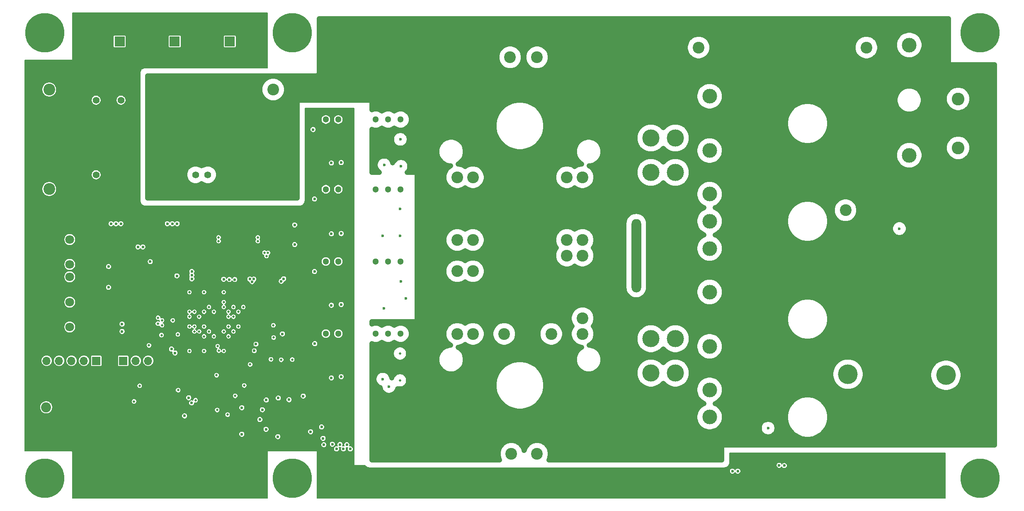
<source format=gbr>
G04 #@! TF.GenerationSoftware,KiCad,Pcbnew,5.1.4-e60b266~84~ubuntu18.04.1*
G04 #@! TF.CreationDate,2019-11-06T15:58:43-08:00*
G04 #@! TF.ProjectId,integrated,696e7465-6772-4617-9465-642e6b696361,rev?*
G04 #@! TF.SameCoordinates,Original*
G04 #@! TF.FileFunction,Copper,L2,Inr*
G04 #@! TF.FilePolarity,Positive*
%FSLAX46Y46*%
G04 Gerber Fmt 4.6, Leading zero omitted, Abs format (unit mm)*
G04 Created by KiCad (PCBNEW 5.1.4-e60b266~84~ubuntu18.04.1) date 2019-11-06 15:58:43*
%MOMM*%
%LPD*%
G04 APERTURE LIST*
%ADD10C,2.600000*%
%ADD11C,3.500000*%
%ADD12C,1.300000*%
%ADD13C,2.000000*%
%ADD14R,2.000000X2.000000*%
%ADD15C,2.400000*%
%ADD16C,3.000000*%
%ADD17O,1.700000X1.700000*%
%ADD18R,1.700000X1.700000*%
%ADD19C,2.250000*%
%ADD20C,2.050000*%
%ADD21C,4.000000*%
%ADD22C,1.800000*%
%ADD23C,1.400000*%
%ADD24O,2.000000X15.000000*%
%ADD25C,0.800000*%
%ADD26C,8.000000*%
%ADD27C,0.500000*%
%ADD28C,0.600000*%
%ADD29C,0.160000*%
%ADD30C,1.000000*%
%ADD31C,0.200000*%
G04 APERTURE END LIST*
D10*
X241000000Y-73000000D03*
X241000000Y-78000000D03*
X241000000Y-68000000D03*
D11*
X183250000Y-83005000D03*
X178250000Y-83005000D03*
X178250000Y-75995000D03*
X183250000Y-75995000D03*
X183250000Y-124005000D03*
X178250000Y-124005000D03*
X178250000Y-116995000D03*
X183250000Y-116995000D03*
D12*
X127120000Y-101210000D03*
X124580000Y-101210000D03*
X122040000Y-101210000D03*
X114420000Y-101210000D03*
X111880000Y-101210000D03*
X127120000Y-86460000D03*
X124580000Y-86460000D03*
X122040000Y-86460000D03*
X114420000Y-86460000D03*
X111880000Y-86460000D03*
X127120000Y-72210000D03*
X124580000Y-72210000D03*
X122040000Y-72210000D03*
X114420000Y-72210000D03*
X111880000Y-72210000D03*
D13*
X64750000Y-56250000D03*
D14*
X69750000Y-56250000D03*
D15*
X122000000Y-59500000D03*
X149500000Y-59500000D03*
X122250000Y-140500000D03*
X149750000Y-140500000D03*
X182500000Y-59500000D03*
X155000000Y-59500000D03*
X182500000Y-140500000D03*
X155000000Y-140500000D03*
D16*
X231000000Y-57000000D03*
X231000000Y-79500000D03*
D17*
X78120000Y-121500000D03*
X75580000Y-121500000D03*
X73040000Y-121500000D03*
D18*
X70500000Y-121500000D03*
D17*
X52300000Y-121500000D03*
X54840000Y-121500000D03*
X57380000Y-121500000D03*
X59920000Y-121500000D03*
X62460000Y-121500000D03*
D18*
X65000000Y-121500000D03*
D19*
X52210000Y-133540000D03*
X52210000Y-128460000D03*
X57290000Y-128460000D03*
X57290000Y-133540000D03*
D20*
X54750000Y-131000000D03*
D21*
X218500000Y-124250000D03*
X238500000Y-124450000D03*
D15*
X161100000Y-96800000D03*
X157900000Y-116000000D03*
X148300000Y-116000000D03*
X151500000Y-90400000D03*
X151500000Y-93600000D03*
X151500000Y-103200000D03*
X141900000Y-116000000D03*
X138700000Y-116000000D03*
X141900000Y-96800000D03*
X141900000Y-103200000D03*
X164300000Y-84000000D03*
X164300000Y-96800000D03*
X164300000Y-100000000D03*
X164300000Y-112800000D03*
X164300000Y-116000000D03*
X161100000Y-84000000D03*
X161100000Y-100000000D03*
X151500000Y-96800000D03*
X141900000Y-84000000D03*
X138700000Y-84000000D03*
X138700000Y-103200000D03*
X138700000Y-96800000D03*
D22*
X51900000Y-104310000D03*
X51900000Y-96690000D03*
X59560000Y-96730000D03*
X59560000Y-99270000D03*
X59560000Y-101810000D03*
X59560000Y-104350000D03*
X51900000Y-114560000D03*
X51900000Y-106940000D03*
X59560000Y-106980000D03*
X59560000Y-109520000D03*
X59560000Y-112060000D03*
X59560000Y-114600000D03*
D23*
X64950000Y-83500000D03*
X70000000Y-83500000D03*
X64950000Y-68260000D03*
X70030000Y-68260000D03*
X85250000Y-83500000D03*
X87750000Y-83500000D03*
X85250000Y-68260000D03*
X87750000Y-68260000D03*
X90250000Y-68260000D03*
D15*
X55375000Y-66090000D03*
X55375000Y-76250000D03*
X55375000Y-86410000D03*
X101125000Y-66090000D03*
X101125000Y-86410000D03*
D12*
X127120000Y-115960000D03*
X124580000Y-115960000D03*
X122040000Y-115960000D03*
X114420000Y-115960000D03*
X111880000Y-115960000D03*
D15*
X207250000Y-57500000D03*
X222250000Y-57500000D03*
D24*
X179750000Y-100000000D03*
X175250000Y-100000000D03*
D15*
X203000000Y-57500000D03*
X188000000Y-57500000D03*
D25*
X56500000Y-147500000D03*
X52500000Y-143500000D03*
X52500000Y-147500000D03*
X54500000Y-148500000D03*
X51500000Y-145500000D03*
X54500000Y-143000000D03*
X56500000Y-143500000D03*
X57500000Y-145500000D03*
D26*
X54500000Y-145500000D03*
D25*
X247500000Y-147500000D03*
X243500000Y-143500000D03*
X243500000Y-147500000D03*
X245500000Y-148500000D03*
X242500000Y-145500000D03*
X245500000Y-143000000D03*
X247500000Y-143500000D03*
X248500000Y-145500000D03*
D26*
X245500000Y-145500000D03*
D25*
X56500000Y-56500000D03*
X52500000Y-52500000D03*
X52500000Y-56500000D03*
X54500000Y-57500000D03*
X51500000Y-54500000D03*
X54500000Y-52000000D03*
X56500000Y-52500000D03*
X57500000Y-54500000D03*
D26*
X54500000Y-54500000D03*
D25*
X247500000Y-56500000D03*
X243500000Y-52500000D03*
X243500000Y-56500000D03*
X245500000Y-57500000D03*
X242500000Y-54500000D03*
X245500000Y-52000000D03*
X247500000Y-52500000D03*
X248500000Y-54500000D03*
D26*
X245500000Y-54500000D03*
D25*
X107000000Y-56500000D03*
X103000000Y-52500000D03*
X103000000Y-56500000D03*
X105000000Y-57500000D03*
X102000000Y-54500000D03*
X105000000Y-52000000D03*
X107000000Y-52500000D03*
X108000000Y-54500000D03*
D26*
X105000000Y-54500000D03*
D25*
X107000000Y-147500000D03*
X103000000Y-143500000D03*
X103000000Y-147500000D03*
X105000000Y-148500000D03*
X102000000Y-145500000D03*
X105000000Y-143000000D03*
X107000000Y-143500000D03*
X108000000Y-145500000D03*
D26*
X105000000Y-145500000D03*
D13*
X87250000Y-56250000D03*
D14*
X92250000Y-56250000D03*
D13*
X76000000Y-56250000D03*
D14*
X81000000Y-56250000D03*
D15*
X245500000Y-90750000D03*
X218000000Y-90750000D03*
D16*
X190250000Y-118560000D03*
X190250000Y-107440000D03*
X190250000Y-87440000D03*
X190250000Y-93000000D03*
X190250000Y-98560000D03*
X190250000Y-127440000D03*
X190250000Y-133000000D03*
X190250000Y-138560000D03*
X190250000Y-78560000D03*
X190250000Y-67440000D03*
D27*
X92000000Y-95250000D03*
X93000000Y-95250000D03*
X93000000Y-94250000D03*
X92000000Y-94250000D03*
X101000000Y-95250000D03*
X100000000Y-95250000D03*
X101000000Y-94250000D03*
X100000000Y-94250000D03*
X75500000Y-114300000D03*
X88750000Y-128750000D03*
X90750000Y-128750000D03*
X90750000Y-126750000D03*
X88750000Y-126750000D03*
X89750000Y-127750000D03*
X92500000Y-94750000D03*
X73000000Y-95000000D03*
X73000000Y-95750000D03*
X73000000Y-96500000D03*
X76500000Y-93200000D03*
X73000000Y-94250000D03*
X72250000Y-93500000D03*
X68500000Y-99000000D03*
X69500000Y-99000000D03*
X70000000Y-99750000D03*
X72250000Y-92600000D03*
X84250000Y-95000000D03*
X83500000Y-93500000D03*
X80750000Y-99000000D03*
X84250000Y-96500000D03*
X84250000Y-94250000D03*
X83500000Y-92600000D03*
X87750000Y-93200000D03*
X79750000Y-99000000D03*
X84250000Y-95750000D03*
X81250000Y-99750000D03*
X92500000Y-96000000D03*
X92500000Y-93500000D03*
X91500000Y-97000000D03*
X93500000Y-97000000D03*
X92500000Y-97000000D03*
X92500000Y-92750000D03*
X91500000Y-92750000D03*
X93500000Y-92750000D03*
X101500000Y-97000000D03*
X100500000Y-92750000D03*
X100500000Y-96000000D03*
X99500000Y-92750000D03*
X101500000Y-92750000D03*
X99500000Y-97000000D03*
X100500000Y-97000000D03*
X100500000Y-93500000D03*
X100500000Y-94750000D03*
X92750000Y-132500000D03*
X85250000Y-130550000D03*
X94000000Y-110500000D03*
X89000000Y-110500000D03*
X88000000Y-111500000D03*
X86000000Y-117500000D03*
X93000000Y-114500000D03*
X92000000Y-110500000D03*
X86000000Y-111500000D03*
X95000000Y-112500000D03*
X95000000Y-111500000D03*
X96000000Y-114500000D03*
X96000000Y-115500000D03*
X97000000Y-115500000D03*
X94000000Y-112500000D03*
X95000000Y-107500000D03*
X86000000Y-109500000D03*
X84000000Y-108500000D03*
X84000000Y-110500000D03*
X91000000Y-118500000D03*
X87000000Y-120500000D03*
X95000000Y-119500000D03*
X83000000Y-120500000D03*
X84000000Y-118500000D03*
X91000000Y-108500000D03*
X93000000Y-108500000D03*
X93000000Y-106500000D03*
X87000000Y-106500000D03*
X97250000Y-117000000D03*
X93000000Y-111500000D03*
X91000000Y-111500000D03*
X91000000Y-112500000D03*
X88000000Y-112500000D03*
X87000000Y-112500000D03*
X84000000Y-115500000D03*
X86000000Y-114500000D03*
X87000000Y-115500000D03*
X88000000Y-116500000D03*
X88000000Y-114500000D03*
X89000000Y-114500000D03*
X89000000Y-115500000D03*
X91000000Y-116500000D03*
X94000000Y-115500000D03*
X92000000Y-115500000D03*
X93000000Y-116500000D03*
X78250000Y-118250000D03*
X76750000Y-118350000D03*
X77650000Y-115500000D03*
X75500000Y-111600000D03*
X73500000Y-113000000D03*
X92500000Y-120650000D03*
X96950000Y-120450000D03*
X96400000Y-127450000D03*
X100250000Y-125500000D03*
X101750000Y-121300000D03*
X101150000Y-115500000D03*
X97000000Y-112000000D03*
X96000000Y-110500000D03*
X84750000Y-133300000D03*
X75200000Y-126550000D03*
X72000000Y-130000000D03*
X81700000Y-126500000D03*
X84750000Y-134250000D03*
D28*
X78600000Y-129750000D03*
X78650000Y-132000000D03*
X75700000Y-135200000D03*
X74800000Y-134000000D03*
X70000000Y-132350000D03*
X67250000Y-132350000D03*
X62250000Y-135650000D03*
X97300000Y-136500000D03*
X99650000Y-136500000D03*
X103150000Y-135500000D03*
X83000000Y-130250000D03*
X103100000Y-131250000D03*
X108050000Y-132500000D03*
X106000000Y-128700000D03*
X65500000Y-106500000D03*
X64500000Y-106500000D03*
X67500000Y-109000000D03*
X64500000Y-102250000D03*
X65500000Y-102250000D03*
X67500000Y-104750000D03*
X97000000Y-106500000D03*
X109250000Y-76750000D03*
X115000000Y-77500000D03*
X115000000Y-92000000D03*
X115000000Y-106500000D03*
X115000000Y-121250000D03*
X95150000Y-104800000D03*
X94500000Y-104800000D03*
X87250000Y-104900000D03*
X88400000Y-104900000D03*
X89550000Y-104900000D03*
X109550000Y-91050000D03*
X109550000Y-105800000D03*
X109600000Y-120450000D03*
X99750000Y-103000000D03*
X99750000Y-104000000D03*
X98750000Y-105000000D03*
X100750000Y-105000000D03*
D27*
X89200000Y-133750000D03*
D28*
X222750000Y-141650000D03*
X73200000Y-115800000D03*
X83000000Y-106500000D03*
X70500000Y-105750000D03*
X70500000Y-108250000D03*
X200650000Y-143000000D03*
X98400000Y-135000000D03*
X110000000Y-133200000D03*
X102250000Y-113000000D03*
D27*
X93000000Y-110500000D03*
X89000000Y-111500000D03*
X88000000Y-110500000D03*
X87000000Y-111500000D03*
X94000000Y-114500000D03*
X91000000Y-110500000D03*
X92000000Y-111500000D03*
X93000000Y-112500000D03*
X86996786Y-114496045D03*
X88000000Y-115500000D03*
X91000000Y-115500000D03*
X93000000Y-115500000D03*
X94000000Y-111500000D03*
D28*
X91000000Y-104850000D03*
X92150000Y-104900000D03*
X93250000Y-104900000D03*
D27*
X100050000Y-99450000D03*
X99350000Y-99400000D03*
X99750000Y-100100000D03*
X91000000Y-119500000D03*
X87000000Y-119500000D03*
X84000000Y-119500000D03*
X91000000Y-107500000D03*
X87000000Y-107500000D03*
X84000000Y-107500000D03*
X84000000Y-111500000D03*
X84000000Y-112500000D03*
X84000000Y-114500000D03*
X78300000Y-116250000D03*
X78400000Y-114250000D03*
X78400000Y-113250000D03*
X77600000Y-112700000D03*
X75750000Y-118350000D03*
X89550000Y-124450000D03*
X96400000Y-122250000D03*
X95200000Y-126550000D03*
X102750000Y-121300000D03*
X101150000Y-114250000D03*
X101200000Y-116750000D03*
X73850000Y-126600000D03*
X72700000Y-129800000D03*
X81700000Y-127500000D03*
D28*
X104350000Y-129450000D03*
X94700000Y-131100000D03*
X94700000Y-136500000D03*
X99650000Y-135500000D03*
X83000000Y-132750000D03*
X107250000Y-128700000D03*
X99700000Y-129500000D03*
X67500000Y-106500000D03*
X67500000Y-102250000D03*
X115000000Y-81000000D03*
X115000000Y-95500000D03*
X115000000Y-110000000D03*
X115000000Y-124750000D03*
X84500000Y-103250000D03*
X84500000Y-104000000D03*
X84500000Y-104750000D03*
X102750000Y-105250000D03*
X103250000Y-104750000D03*
X70250000Y-114000000D03*
X70250000Y-115500000D03*
X194900000Y-144050000D03*
X116850000Y-139500000D03*
X103000000Y-116000000D03*
D27*
X91800000Y-132500000D03*
X93350000Y-128650000D03*
X85250000Y-129550000D03*
X89676462Y-131551284D03*
X95000000Y-110500000D03*
X86000000Y-115500000D03*
X87000000Y-116500000D03*
X89000000Y-116500000D03*
X92000000Y-116500000D03*
D28*
X97150000Y-104800000D03*
X96800000Y-105350000D03*
X96350000Y-104800000D03*
X84450000Y-130100000D03*
X83850000Y-129050000D03*
X76000000Y-101250000D03*
X114050000Y-139500000D03*
X109250000Y-74250000D03*
X105500000Y-97750000D03*
X109550000Y-88450000D03*
X109550000Y-103250000D03*
X109600000Y-118000000D03*
X128250000Y-108750000D03*
X127150000Y-105250000D03*
X123750000Y-110750000D03*
X124750000Y-126750000D03*
D27*
X127000000Y-120000000D03*
X127000000Y-125500000D03*
D28*
X123500000Y-125250000D03*
X127000000Y-90500000D03*
X127000000Y-96000000D03*
X123500000Y-96000000D03*
X127100000Y-76250000D03*
X127200000Y-81750000D03*
X123775000Y-81475000D03*
D27*
X86000000Y-112500000D03*
X80600000Y-113250000D03*
X85000000Y-114500000D03*
X81650000Y-116100000D03*
X85000000Y-115500000D03*
D28*
X113200000Y-138550000D03*
D27*
X90000000Y-119450000D03*
D28*
X98900000Y-131500000D03*
D27*
X89750000Y-118500000D03*
D28*
X98400000Y-133500000D03*
D27*
X85000000Y-111500000D03*
X77550000Y-113900000D03*
X100650000Y-121200000D03*
X105000000Y-121250000D03*
X91000000Y-109500000D03*
D28*
X111300000Y-137350000D03*
X111450000Y-138650000D03*
X108750000Y-136000000D03*
X97250000Y-119450000D03*
X102050000Y-137000000D03*
X102150000Y-129100000D03*
X97600000Y-118100000D03*
X79500000Y-93500000D03*
X80500000Y-93500000D03*
X81500000Y-93500000D03*
X68000000Y-93500000D03*
X69000000Y-93500000D03*
X70000000Y-93500000D03*
X105500000Y-93750000D03*
D27*
X89962500Y-97037500D03*
X89962500Y-96287500D03*
X97962500Y-97037500D03*
X97962500Y-96287500D03*
D28*
X73500000Y-98250000D03*
X74500000Y-98250000D03*
X202200000Y-135250000D03*
X229000000Y-94500000D03*
X205500000Y-142900000D03*
X114750000Y-138600000D03*
X204450000Y-142850000D03*
X115450000Y-139500000D03*
X201250000Y-138000000D03*
X222750000Y-137850000D03*
X225250000Y-132250000D03*
X225300000Y-136000000D03*
D27*
X92000000Y-112500000D03*
X92000000Y-114500000D03*
D28*
X81050000Y-119900000D03*
X80350000Y-119100000D03*
X81450000Y-104150000D03*
X113000000Y-110150000D03*
X113000000Y-125000000D03*
X113000000Y-95550000D03*
X113000000Y-81100000D03*
X111000000Y-135000000D03*
X196000000Y-144050000D03*
X116150000Y-138650000D03*
D29*
G36*
X90725267Y-105363989D02*
G01*
X90830820Y-105407711D01*
X90942875Y-105430000D01*
X91057125Y-105430000D01*
X91169180Y-105407711D01*
X91274733Y-105363989D01*
X91325601Y-105330000D01*
X91759757Y-105330000D01*
X91780272Y-105350515D01*
X91875267Y-105413989D01*
X91980820Y-105457711D01*
X92092875Y-105480000D01*
X92207125Y-105480000D01*
X92319180Y-105457711D01*
X92424733Y-105413989D01*
X92519728Y-105350515D01*
X92540243Y-105330000D01*
X92859757Y-105330000D01*
X92880272Y-105350515D01*
X92975267Y-105413989D01*
X93080820Y-105457711D01*
X93192875Y-105480000D01*
X93307125Y-105480000D01*
X93419180Y-105457711D01*
X93524733Y-105413989D01*
X93619728Y-105350515D01*
X93640243Y-105330000D01*
X96113921Y-105330000D01*
X96180820Y-105357711D01*
X96220000Y-105365504D01*
X96220000Y-105407125D01*
X96242289Y-105519180D01*
X96286011Y-105624733D01*
X96349485Y-105719728D01*
X96430272Y-105800515D01*
X96525267Y-105863989D01*
X96630820Y-105907711D01*
X96742875Y-105930000D01*
X96857125Y-105930000D01*
X96969180Y-105907711D01*
X97074733Y-105863989D01*
X97169728Y-105800515D01*
X97250515Y-105719728D01*
X97313989Y-105624733D01*
X97357711Y-105519180D01*
X97380000Y-105407125D01*
X97380000Y-105332518D01*
X97386079Y-105330000D01*
X98170000Y-105330000D01*
X98170000Y-117992601D01*
X98157711Y-117930820D01*
X98113989Y-117825267D01*
X98050515Y-117730272D01*
X97969728Y-117649485D01*
X97874733Y-117586011D01*
X97769180Y-117542289D01*
X97657125Y-117520000D01*
X97542875Y-117520000D01*
X97430820Y-117542289D01*
X97325267Y-117586011D01*
X97230272Y-117649485D01*
X97149485Y-117730272D01*
X97086011Y-117825267D01*
X97042289Y-117930820D01*
X97020000Y-118042875D01*
X97020000Y-118157125D01*
X97042289Y-118269180D01*
X97086011Y-118374733D01*
X97149485Y-118469728D01*
X97230272Y-118550515D01*
X97325267Y-118613989D01*
X97430820Y-118657711D01*
X97542875Y-118680000D01*
X97657125Y-118680000D01*
X97769180Y-118657711D01*
X97874733Y-118613989D01*
X97969728Y-118550515D01*
X98050515Y-118469728D01*
X98113989Y-118374733D01*
X98157711Y-118269180D01*
X98170000Y-118207399D01*
X98170000Y-121670000D01*
X81830000Y-121670000D01*
X81830000Y-119447800D01*
X83470000Y-119447800D01*
X83470000Y-119552200D01*
X83490368Y-119654595D01*
X83530320Y-119751049D01*
X83588322Y-119837855D01*
X83662145Y-119911678D01*
X83748951Y-119969680D01*
X83845405Y-120009632D01*
X83947800Y-120030000D01*
X84052200Y-120030000D01*
X84154595Y-120009632D01*
X84251049Y-119969680D01*
X84337855Y-119911678D01*
X84411678Y-119837855D01*
X84469680Y-119751049D01*
X84509632Y-119654595D01*
X84530000Y-119552200D01*
X84530000Y-119447800D01*
X86470000Y-119447800D01*
X86470000Y-119552200D01*
X86490368Y-119654595D01*
X86530320Y-119751049D01*
X86588322Y-119837855D01*
X86662145Y-119911678D01*
X86748951Y-119969680D01*
X86845405Y-120009632D01*
X86947800Y-120030000D01*
X87052200Y-120030000D01*
X87154595Y-120009632D01*
X87251049Y-119969680D01*
X87337855Y-119911678D01*
X87411678Y-119837855D01*
X87469680Y-119751049D01*
X87509632Y-119654595D01*
X87530000Y-119552200D01*
X87530000Y-119447800D01*
X87509632Y-119345405D01*
X87469680Y-119248951D01*
X87411678Y-119162145D01*
X87337855Y-119088322D01*
X87251049Y-119030320D01*
X87154595Y-118990368D01*
X87052200Y-118970000D01*
X86947800Y-118970000D01*
X86845405Y-118990368D01*
X86748951Y-119030320D01*
X86662145Y-119088322D01*
X86588322Y-119162145D01*
X86530320Y-119248951D01*
X86490368Y-119345405D01*
X86470000Y-119447800D01*
X84530000Y-119447800D01*
X84509632Y-119345405D01*
X84469680Y-119248951D01*
X84411678Y-119162145D01*
X84337855Y-119088322D01*
X84251049Y-119030320D01*
X84154595Y-118990368D01*
X84052200Y-118970000D01*
X83947800Y-118970000D01*
X83845405Y-118990368D01*
X83748951Y-119030320D01*
X83662145Y-119088322D01*
X83588322Y-119162145D01*
X83530320Y-119248951D01*
X83490368Y-119345405D01*
X83470000Y-119447800D01*
X81830000Y-119447800D01*
X81830000Y-118447800D01*
X89220000Y-118447800D01*
X89220000Y-118552200D01*
X89240368Y-118654595D01*
X89280320Y-118751049D01*
X89338322Y-118837855D01*
X89412145Y-118911678D01*
X89498951Y-118969680D01*
X89595405Y-119009632D01*
X89679922Y-119026444D01*
X89662145Y-119038322D01*
X89588322Y-119112145D01*
X89530320Y-119198951D01*
X89490368Y-119295405D01*
X89470000Y-119397800D01*
X89470000Y-119502200D01*
X89490368Y-119604595D01*
X89530320Y-119701049D01*
X89588322Y-119787855D01*
X89662145Y-119861678D01*
X89748951Y-119919680D01*
X89845405Y-119959632D01*
X89947800Y-119980000D01*
X90052200Y-119980000D01*
X90154595Y-119959632D01*
X90251049Y-119919680D01*
X90337855Y-119861678D01*
X90411678Y-119787855D01*
X90469680Y-119701049D01*
X90489899Y-119652236D01*
X90490368Y-119654595D01*
X90530320Y-119751049D01*
X90588322Y-119837855D01*
X90662145Y-119911678D01*
X90748951Y-119969680D01*
X90845405Y-120009632D01*
X90947800Y-120030000D01*
X91052200Y-120030000D01*
X91154595Y-120009632D01*
X91251049Y-119969680D01*
X91337855Y-119911678D01*
X91411678Y-119837855D01*
X91469680Y-119751049D01*
X91509632Y-119654595D01*
X91530000Y-119552200D01*
X91530000Y-119447800D01*
X91519075Y-119392875D01*
X96670000Y-119392875D01*
X96670000Y-119507125D01*
X96692289Y-119619180D01*
X96736011Y-119724733D01*
X96799485Y-119819728D01*
X96880272Y-119900515D01*
X96975267Y-119963989D01*
X97080820Y-120007711D01*
X97192875Y-120030000D01*
X97307125Y-120030000D01*
X97419180Y-120007711D01*
X97524733Y-119963989D01*
X97619728Y-119900515D01*
X97700515Y-119819728D01*
X97763989Y-119724733D01*
X97807711Y-119619180D01*
X97830000Y-119507125D01*
X97830000Y-119392875D01*
X97807711Y-119280820D01*
X97763989Y-119175267D01*
X97700515Y-119080272D01*
X97619728Y-118999485D01*
X97524733Y-118936011D01*
X97419180Y-118892289D01*
X97307125Y-118870000D01*
X97192875Y-118870000D01*
X97080820Y-118892289D01*
X96975267Y-118936011D01*
X96880272Y-118999485D01*
X96799485Y-119080272D01*
X96736011Y-119175267D01*
X96692289Y-119280820D01*
X96670000Y-119392875D01*
X91519075Y-119392875D01*
X91509632Y-119345405D01*
X91469680Y-119248951D01*
X91411678Y-119162145D01*
X91337855Y-119088322D01*
X91251049Y-119030320D01*
X91154595Y-118990368D01*
X91052200Y-118970000D01*
X90947800Y-118970000D01*
X90845405Y-118990368D01*
X90748951Y-119030320D01*
X90662145Y-119088322D01*
X90588322Y-119162145D01*
X90530320Y-119248951D01*
X90510101Y-119297764D01*
X90509632Y-119295405D01*
X90469680Y-119198951D01*
X90411678Y-119112145D01*
X90337855Y-119038322D01*
X90251049Y-118980320D01*
X90154595Y-118940368D01*
X90070078Y-118923556D01*
X90087855Y-118911678D01*
X90161678Y-118837855D01*
X90219680Y-118751049D01*
X90259632Y-118654595D01*
X90280000Y-118552200D01*
X90280000Y-118447800D01*
X90259632Y-118345405D01*
X90219680Y-118248951D01*
X90161678Y-118162145D01*
X90087855Y-118088322D01*
X90001049Y-118030320D01*
X89904595Y-117990368D01*
X89802200Y-117970000D01*
X89697800Y-117970000D01*
X89595405Y-117990368D01*
X89498951Y-118030320D01*
X89412145Y-118088322D01*
X89338322Y-118162145D01*
X89280320Y-118248951D01*
X89240368Y-118345405D01*
X89220000Y-118447800D01*
X81830000Y-118447800D01*
X81830000Y-116599109D01*
X81901049Y-116569680D01*
X81987855Y-116511678D01*
X82051733Y-116447800D01*
X86470000Y-116447800D01*
X86470000Y-116552200D01*
X86490368Y-116654595D01*
X86530320Y-116751049D01*
X86588322Y-116837855D01*
X86662145Y-116911678D01*
X86748951Y-116969680D01*
X86845405Y-117009632D01*
X86947800Y-117030000D01*
X87052200Y-117030000D01*
X87154595Y-117009632D01*
X87251049Y-116969680D01*
X87337855Y-116911678D01*
X87411678Y-116837855D01*
X87469680Y-116751049D01*
X87509632Y-116654595D01*
X87530000Y-116552200D01*
X87530000Y-116447800D01*
X88470000Y-116447800D01*
X88470000Y-116552200D01*
X88490368Y-116654595D01*
X88530320Y-116751049D01*
X88588322Y-116837855D01*
X88662145Y-116911678D01*
X88748951Y-116969680D01*
X88845405Y-117009632D01*
X88947800Y-117030000D01*
X89052200Y-117030000D01*
X89154595Y-117009632D01*
X89251049Y-116969680D01*
X89337855Y-116911678D01*
X89411678Y-116837855D01*
X89469680Y-116751049D01*
X89509632Y-116654595D01*
X89530000Y-116552200D01*
X89530000Y-116447800D01*
X91470000Y-116447800D01*
X91470000Y-116552200D01*
X91490368Y-116654595D01*
X91530320Y-116751049D01*
X91588322Y-116837855D01*
X91662145Y-116911678D01*
X91748951Y-116969680D01*
X91845405Y-117009632D01*
X91947800Y-117030000D01*
X92052200Y-117030000D01*
X92154595Y-117009632D01*
X92251049Y-116969680D01*
X92337855Y-116911678D01*
X92411678Y-116837855D01*
X92469680Y-116751049D01*
X92509632Y-116654595D01*
X92530000Y-116552200D01*
X92530000Y-116447800D01*
X92509632Y-116345405D01*
X92469680Y-116248951D01*
X92411678Y-116162145D01*
X92337855Y-116088322D01*
X92251049Y-116030320D01*
X92154595Y-115990368D01*
X92052200Y-115970000D01*
X91947800Y-115970000D01*
X91845405Y-115990368D01*
X91748951Y-116030320D01*
X91662145Y-116088322D01*
X91588322Y-116162145D01*
X91530320Y-116248951D01*
X91490368Y-116345405D01*
X91470000Y-116447800D01*
X89530000Y-116447800D01*
X89509632Y-116345405D01*
X89469680Y-116248951D01*
X89411678Y-116162145D01*
X89337855Y-116088322D01*
X89251049Y-116030320D01*
X89154595Y-115990368D01*
X89052200Y-115970000D01*
X88947800Y-115970000D01*
X88845405Y-115990368D01*
X88748951Y-116030320D01*
X88662145Y-116088322D01*
X88588322Y-116162145D01*
X88530320Y-116248951D01*
X88490368Y-116345405D01*
X88470000Y-116447800D01*
X87530000Y-116447800D01*
X87509632Y-116345405D01*
X87469680Y-116248951D01*
X87411678Y-116162145D01*
X87337855Y-116088322D01*
X87251049Y-116030320D01*
X87154595Y-115990368D01*
X87052200Y-115970000D01*
X86947800Y-115970000D01*
X86845405Y-115990368D01*
X86748951Y-116030320D01*
X86662145Y-116088322D01*
X86588322Y-116162145D01*
X86530320Y-116248951D01*
X86490368Y-116345405D01*
X86470000Y-116447800D01*
X82051733Y-116447800D01*
X82061678Y-116437855D01*
X82119680Y-116351049D01*
X82159632Y-116254595D01*
X82180000Y-116152200D01*
X82180000Y-116047800D01*
X82159632Y-115945405D01*
X82119680Y-115848951D01*
X82061678Y-115762145D01*
X81987855Y-115688322D01*
X81901049Y-115630320D01*
X81830000Y-115600891D01*
X81830000Y-114447800D01*
X83470000Y-114447800D01*
X83470000Y-114552200D01*
X83490368Y-114654595D01*
X83530320Y-114751049D01*
X83588322Y-114837855D01*
X83662145Y-114911678D01*
X83748951Y-114969680D01*
X83845405Y-115009632D01*
X83947800Y-115030000D01*
X84052200Y-115030000D01*
X84154595Y-115009632D01*
X84251049Y-114969680D01*
X84337855Y-114911678D01*
X84411678Y-114837855D01*
X84469680Y-114751049D01*
X84500000Y-114677849D01*
X84530320Y-114751049D01*
X84588322Y-114837855D01*
X84662145Y-114911678D01*
X84748951Y-114969680D01*
X84822151Y-115000000D01*
X84748951Y-115030320D01*
X84662145Y-115088322D01*
X84588322Y-115162145D01*
X84530320Y-115248951D01*
X84490368Y-115345405D01*
X84470000Y-115447800D01*
X84470000Y-115552200D01*
X84490368Y-115654595D01*
X84530320Y-115751049D01*
X84588322Y-115837855D01*
X84662145Y-115911678D01*
X84748951Y-115969680D01*
X84845405Y-116009632D01*
X84947800Y-116030000D01*
X85052200Y-116030000D01*
X85154595Y-116009632D01*
X85251049Y-115969680D01*
X85337855Y-115911678D01*
X85411678Y-115837855D01*
X85469680Y-115751049D01*
X85500000Y-115677849D01*
X85530320Y-115751049D01*
X85588322Y-115837855D01*
X85662145Y-115911678D01*
X85748951Y-115969680D01*
X85845405Y-116009632D01*
X85947800Y-116030000D01*
X86052200Y-116030000D01*
X86154595Y-116009632D01*
X86251049Y-115969680D01*
X86337855Y-115911678D01*
X86411678Y-115837855D01*
X86469680Y-115751049D01*
X86509632Y-115654595D01*
X86530000Y-115552200D01*
X86530000Y-115447800D01*
X87470000Y-115447800D01*
X87470000Y-115552200D01*
X87490368Y-115654595D01*
X87530320Y-115751049D01*
X87588322Y-115837855D01*
X87662145Y-115911678D01*
X87748951Y-115969680D01*
X87845405Y-116009632D01*
X87947800Y-116030000D01*
X88052200Y-116030000D01*
X88154595Y-116009632D01*
X88251049Y-115969680D01*
X88337855Y-115911678D01*
X88411678Y-115837855D01*
X88469680Y-115751049D01*
X88509632Y-115654595D01*
X88530000Y-115552200D01*
X88530000Y-115447800D01*
X90470000Y-115447800D01*
X90470000Y-115552200D01*
X90490368Y-115654595D01*
X90530320Y-115751049D01*
X90588322Y-115837855D01*
X90662145Y-115911678D01*
X90748951Y-115969680D01*
X90845405Y-116009632D01*
X90947800Y-116030000D01*
X91052200Y-116030000D01*
X91154595Y-116009632D01*
X91251049Y-115969680D01*
X91337855Y-115911678D01*
X91411678Y-115837855D01*
X91469680Y-115751049D01*
X91509632Y-115654595D01*
X91530000Y-115552200D01*
X91530000Y-115447800D01*
X92470000Y-115447800D01*
X92470000Y-115552200D01*
X92490368Y-115654595D01*
X92530320Y-115751049D01*
X92588322Y-115837855D01*
X92662145Y-115911678D01*
X92748951Y-115969680D01*
X92845405Y-116009632D01*
X92947800Y-116030000D01*
X93052200Y-116030000D01*
X93154595Y-116009632D01*
X93251049Y-115969680D01*
X93337855Y-115911678D01*
X93411678Y-115837855D01*
X93469680Y-115751049D01*
X93509632Y-115654595D01*
X93530000Y-115552200D01*
X93530000Y-115447800D01*
X93509632Y-115345405D01*
X93469680Y-115248951D01*
X93411678Y-115162145D01*
X93337855Y-115088322D01*
X93251049Y-115030320D01*
X93154595Y-114990368D01*
X93052200Y-114970000D01*
X92947800Y-114970000D01*
X92845405Y-114990368D01*
X92748951Y-115030320D01*
X92662145Y-115088322D01*
X92588322Y-115162145D01*
X92530320Y-115248951D01*
X92490368Y-115345405D01*
X92470000Y-115447800D01*
X91530000Y-115447800D01*
X91509632Y-115345405D01*
X91469680Y-115248951D01*
X91411678Y-115162145D01*
X91337855Y-115088322D01*
X91251049Y-115030320D01*
X91154595Y-114990368D01*
X91052200Y-114970000D01*
X90947800Y-114970000D01*
X90845405Y-114990368D01*
X90748951Y-115030320D01*
X90662145Y-115088322D01*
X90588322Y-115162145D01*
X90530320Y-115248951D01*
X90490368Y-115345405D01*
X90470000Y-115447800D01*
X88530000Y-115447800D01*
X88509632Y-115345405D01*
X88469680Y-115248951D01*
X88411678Y-115162145D01*
X88337855Y-115088322D01*
X88251049Y-115030320D01*
X88154595Y-114990368D01*
X88052200Y-114970000D01*
X87947800Y-114970000D01*
X87845405Y-114990368D01*
X87748951Y-115030320D01*
X87662145Y-115088322D01*
X87588322Y-115162145D01*
X87530320Y-115248951D01*
X87490368Y-115345405D01*
X87470000Y-115447800D01*
X86530000Y-115447800D01*
X86509632Y-115345405D01*
X86469680Y-115248951D01*
X86411678Y-115162145D01*
X86337855Y-115088322D01*
X86251049Y-115030320D01*
X86154595Y-114990368D01*
X86052200Y-114970000D01*
X85947800Y-114970000D01*
X85845405Y-114990368D01*
X85748951Y-115030320D01*
X85662145Y-115088322D01*
X85588322Y-115162145D01*
X85530320Y-115248951D01*
X85500000Y-115322151D01*
X85469680Y-115248951D01*
X85411678Y-115162145D01*
X85337855Y-115088322D01*
X85251049Y-115030320D01*
X85177849Y-115000000D01*
X85251049Y-114969680D01*
X85337855Y-114911678D01*
X85411678Y-114837855D01*
X85469680Y-114751049D01*
X85509632Y-114654595D01*
X85530000Y-114552200D01*
X85530000Y-114447800D01*
X85529214Y-114443845D01*
X86466786Y-114443845D01*
X86466786Y-114548245D01*
X86487154Y-114650640D01*
X86527106Y-114747094D01*
X86585108Y-114833900D01*
X86658931Y-114907723D01*
X86745737Y-114965725D01*
X86842191Y-115005677D01*
X86944586Y-115026045D01*
X87048986Y-115026045D01*
X87151381Y-115005677D01*
X87247835Y-114965725D01*
X87334641Y-114907723D01*
X87408464Y-114833900D01*
X87466466Y-114747094D01*
X87506418Y-114650640D01*
X87526786Y-114548245D01*
X87526786Y-114447800D01*
X91470000Y-114447800D01*
X91470000Y-114552200D01*
X91490368Y-114654595D01*
X91530320Y-114751049D01*
X91588322Y-114837855D01*
X91662145Y-114911678D01*
X91748951Y-114969680D01*
X91845405Y-115009632D01*
X91947800Y-115030000D01*
X92052200Y-115030000D01*
X92154595Y-115009632D01*
X92251049Y-114969680D01*
X92337855Y-114911678D01*
X92411678Y-114837855D01*
X92469680Y-114751049D01*
X92509632Y-114654595D01*
X92530000Y-114552200D01*
X92530000Y-114447800D01*
X93470000Y-114447800D01*
X93470000Y-114552200D01*
X93490368Y-114654595D01*
X93530320Y-114751049D01*
X93588322Y-114837855D01*
X93662145Y-114911678D01*
X93748951Y-114969680D01*
X93845405Y-115009632D01*
X93947800Y-115030000D01*
X94052200Y-115030000D01*
X94154595Y-115009632D01*
X94251049Y-114969680D01*
X94337855Y-114911678D01*
X94411678Y-114837855D01*
X94469680Y-114751049D01*
X94509632Y-114654595D01*
X94530000Y-114552200D01*
X94530000Y-114447800D01*
X94509632Y-114345405D01*
X94469680Y-114248951D01*
X94411678Y-114162145D01*
X94337855Y-114088322D01*
X94251049Y-114030320D01*
X94154595Y-113990368D01*
X94052200Y-113970000D01*
X93947800Y-113970000D01*
X93845405Y-113990368D01*
X93748951Y-114030320D01*
X93662145Y-114088322D01*
X93588322Y-114162145D01*
X93530320Y-114248951D01*
X93490368Y-114345405D01*
X93470000Y-114447800D01*
X92530000Y-114447800D01*
X92509632Y-114345405D01*
X92469680Y-114248951D01*
X92411678Y-114162145D01*
X92337855Y-114088322D01*
X92251049Y-114030320D01*
X92154595Y-113990368D01*
X92052200Y-113970000D01*
X91947800Y-113970000D01*
X91845405Y-113990368D01*
X91748951Y-114030320D01*
X91662145Y-114088322D01*
X91588322Y-114162145D01*
X91530320Y-114248951D01*
X91490368Y-114345405D01*
X91470000Y-114447800D01*
X87526786Y-114447800D01*
X87526786Y-114443845D01*
X87506418Y-114341450D01*
X87466466Y-114244996D01*
X87408464Y-114158190D01*
X87334641Y-114084367D01*
X87247835Y-114026365D01*
X87151381Y-113986413D01*
X87048986Y-113966045D01*
X86944586Y-113966045D01*
X86842191Y-113986413D01*
X86745737Y-114026365D01*
X86658931Y-114084367D01*
X86585108Y-114158190D01*
X86527106Y-114244996D01*
X86487154Y-114341450D01*
X86466786Y-114443845D01*
X85529214Y-114443845D01*
X85509632Y-114345405D01*
X85469680Y-114248951D01*
X85411678Y-114162145D01*
X85337855Y-114088322D01*
X85251049Y-114030320D01*
X85154595Y-113990368D01*
X85052200Y-113970000D01*
X84947800Y-113970000D01*
X84845405Y-113990368D01*
X84748951Y-114030320D01*
X84662145Y-114088322D01*
X84588322Y-114162145D01*
X84530320Y-114248951D01*
X84500000Y-114322151D01*
X84469680Y-114248951D01*
X84411678Y-114162145D01*
X84337855Y-114088322D01*
X84251049Y-114030320D01*
X84154595Y-113990368D01*
X84052200Y-113970000D01*
X83947800Y-113970000D01*
X83845405Y-113990368D01*
X83748951Y-114030320D01*
X83662145Y-114088322D01*
X83588322Y-114162145D01*
X83530320Y-114248951D01*
X83490368Y-114345405D01*
X83470000Y-114447800D01*
X81830000Y-114447800D01*
X81830000Y-111447800D01*
X83470000Y-111447800D01*
X83470000Y-111552200D01*
X83490368Y-111654595D01*
X83530320Y-111751049D01*
X83588322Y-111837855D01*
X83662145Y-111911678D01*
X83748951Y-111969680D01*
X83822151Y-112000000D01*
X83748951Y-112030320D01*
X83662145Y-112088322D01*
X83588322Y-112162145D01*
X83530320Y-112248951D01*
X83490368Y-112345405D01*
X83470000Y-112447800D01*
X83470000Y-112552200D01*
X83490368Y-112654595D01*
X83530320Y-112751049D01*
X83588322Y-112837855D01*
X83662145Y-112911678D01*
X83748951Y-112969680D01*
X83845405Y-113009632D01*
X83947800Y-113030000D01*
X84052200Y-113030000D01*
X84154595Y-113009632D01*
X84251049Y-112969680D01*
X84337855Y-112911678D01*
X84411678Y-112837855D01*
X84469680Y-112751049D01*
X84509632Y-112654595D01*
X84530000Y-112552200D01*
X84530000Y-112447800D01*
X85470000Y-112447800D01*
X85470000Y-112552200D01*
X85490368Y-112654595D01*
X85530320Y-112751049D01*
X85588322Y-112837855D01*
X85662145Y-112911678D01*
X85748951Y-112969680D01*
X85845405Y-113009632D01*
X85947800Y-113030000D01*
X86052200Y-113030000D01*
X86154595Y-113009632D01*
X86251049Y-112969680D01*
X86337855Y-112911678D01*
X86411678Y-112837855D01*
X86469680Y-112751049D01*
X86509632Y-112654595D01*
X86530000Y-112552200D01*
X86530000Y-112447800D01*
X86509632Y-112345405D01*
X86469680Y-112248951D01*
X86411678Y-112162145D01*
X86337855Y-112088322D01*
X86251049Y-112030320D01*
X86154595Y-111990368D01*
X86052200Y-111970000D01*
X85947800Y-111970000D01*
X85845405Y-111990368D01*
X85748951Y-112030320D01*
X85662145Y-112088322D01*
X85588322Y-112162145D01*
X85530320Y-112248951D01*
X85490368Y-112345405D01*
X85470000Y-112447800D01*
X84530000Y-112447800D01*
X84509632Y-112345405D01*
X84469680Y-112248951D01*
X84411678Y-112162145D01*
X84337855Y-112088322D01*
X84251049Y-112030320D01*
X84177849Y-112000000D01*
X84251049Y-111969680D01*
X84337855Y-111911678D01*
X84411678Y-111837855D01*
X84469680Y-111751049D01*
X84500000Y-111677849D01*
X84530320Y-111751049D01*
X84588322Y-111837855D01*
X84662145Y-111911678D01*
X84748951Y-111969680D01*
X84845405Y-112009632D01*
X84947800Y-112030000D01*
X85052200Y-112030000D01*
X85154595Y-112009632D01*
X85251049Y-111969680D01*
X85337855Y-111911678D01*
X85411678Y-111837855D01*
X85469680Y-111751049D01*
X85509632Y-111654595D01*
X85530000Y-111552200D01*
X85530000Y-111447800D01*
X86470000Y-111447800D01*
X86470000Y-111552200D01*
X86490368Y-111654595D01*
X86530320Y-111751049D01*
X86588322Y-111837855D01*
X86662145Y-111911678D01*
X86748951Y-111969680D01*
X86845405Y-112009632D01*
X86947800Y-112030000D01*
X87052200Y-112030000D01*
X87154595Y-112009632D01*
X87251049Y-111969680D01*
X87337855Y-111911678D01*
X87411678Y-111837855D01*
X87469680Y-111751049D01*
X87509632Y-111654595D01*
X87530000Y-111552200D01*
X87530000Y-111447800D01*
X88470000Y-111447800D01*
X88470000Y-111552200D01*
X88490368Y-111654595D01*
X88530320Y-111751049D01*
X88588322Y-111837855D01*
X88662145Y-111911678D01*
X88748951Y-111969680D01*
X88845405Y-112009632D01*
X88947800Y-112030000D01*
X89052200Y-112030000D01*
X89154595Y-112009632D01*
X89251049Y-111969680D01*
X89337855Y-111911678D01*
X89411678Y-111837855D01*
X89469680Y-111751049D01*
X89509632Y-111654595D01*
X89530000Y-111552200D01*
X89530000Y-111447800D01*
X91470000Y-111447800D01*
X91470000Y-111552200D01*
X91490368Y-111654595D01*
X91530320Y-111751049D01*
X91588322Y-111837855D01*
X91662145Y-111911678D01*
X91748951Y-111969680D01*
X91822151Y-112000000D01*
X91748951Y-112030320D01*
X91662145Y-112088322D01*
X91588322Y-112162145D01*
X91530320Y-112248951D01*
X91490368Y-112345405D01*
X91470000Y-112447800D01*
X91470000Y-112552200D01*
X91490368Y-112654595D01*
X91530320Y-112751049D01*
X91588322Y-112837855D01*
X91662145Y-112911678D01*
X91748951Y-112969680D01*
X91845405Y-113009632D01*
X91947800Y-113030000D01*
X92052200Y-113030000D01*
X92154595Y-113009632D01*
X92251049Y-112969680D01*
X92337855Y-112911678D01*
X92411678Y-112837855D01*
X92469680Y-112751049D01*
X92500000Y-112677849D01*
X92530320Y-112751049D01*
X92588322Y-112837855D01*
X92662145Y-112911678D01*
X92748951Y-112969680D01*
X92845405Y-113009632D01*
X92947800Y-113030000D01*
X93052200Y-113030000D01*
X93154595Y-113009632D01*
X93251049Y-112969680D01*
X93337855Y-112911678D01*
X93411678Y-112837855D01*
X93469680Y-112751049D01*
X93509632Y-112654595D01*
X93530000Y-112552200D01*
X93530000Y-112447800D01*
X93509632Y-112345405D01*
X93469680Y-112248951D01*
X93411678Y-112162145D01*
X93337855Y-112088322D01*
X93251049Y-112030320D01*
X93154595Y-111990368D01*
X93052200Y-111970000D01*
X92947800Y-111970000D01*
X92845405Y-111990368D01*
X92748951Y-112030320D01*
X92662145Y-112088322D01*
X92588322Y-112162145D01*
X92530320Y-112248951D01*
X92500000Y-112322151D01*
X92469680Y-112248951D01*
X92411678Y-112162145D01*
X92337855Y-112088322D01*
X92251049Y-112030320D01*
X92177849Y-112000000D01*
X92251049Y-111969680D01*
X92337855Y-111911678D01*
X92411678Y-111837855D01*
X92469680Y-111751049D01*
X92509632Y-111654595D01*
X92530000Y-111552200D01*
X92530000Y-111447800D01*
X93470000Y-111447800D01*
X93470000Y-111552200D01*
X93490368Y-111654595D01*
X93530320Y-111751049D01*
X93588322Y-111837855D01*
X93662145Y-111911678D01*
X93748951Y-111969680D01*
X93845405Y-112009632D01*
X93947800Y-112030000D01*
X94052200Y-112030000D01*
X94154595Y-112009632D01*
X94251049Y-111969680D01*
X94337855Y-111911678D01*
X94411678Y-111837855D01*
X94469680Y-111751049D01*
X94509632Y-111654595D01*
X94530000Y-111552200D01*
X94530000Y-111447800D01*
X94509632Y-111345405D01*
X94469680Y-111248951D01*
X94411678Y-111162145D01*
X94337855Y-111088322D01*
X94251049Y-111030320D01*
X94154595Y-110990368D01*
X94052200Y-110970000D01*
X93947800Y-110970000D01*
X93845405Y-110990368D01*
X93748951Y-111030320D01*
X93662145Y-111088322D01*
X93588322Y-111162145D01*
X93530320Y-111248951D01*
X93490368Y-111345405D01*
X93470000Y-111447800D01*
X92530000Y-111447800D01*
X92509632Y-111345405D01*
X92469680Y-111248951D01*
X92411678Y-111162145D01*
X92337855Y-111088322D01*
X92251049Y-111030320D01*
X92154595Y-110990368D01*
X92052200Y-110970000D01*
X91947800Y-110970000D01*
X91845405Y-110990368D01*
X91748951Y-111030320D01*
X91662145Y-111088322D01*
X91588322Y-111162145D01*
X91530320Y-111248951D01*
X91490368Y-111345405D01*
X91470000Y-111447800D01*
X89530000Y-111447800D01*
X89509632Y-111345405D01*
X89469680Y-111248951D01*
X89411678Y-111162145D01*
X89337855Y-111088322D01*
X89251049Y-111030320D01*
X89154595Y-110990368D01*
X89052200Y-110970000D01*
X88947800Y-110970000D01*
X88845405Y-110990368D01*
X88748951Y-111030320D01*
X88662145Y-111088322D01*
X88588322Y-111162145D01*
X88530320Y-111248951D01*
X88490368Y-111345405D01*
X88470000Y-111447800D01*
X87530000Y-111447800D01*
X87509632Y-111345405D01*
X87469680Y-111248951D01*
X87411678Y-111162145D01*
X87337855Y-111088322D01*
X87251049Y-111030320D01*
X87154595Y-110990368D01*
X87052200Y-110970000D01*
X86947800Y-110970000D01*
X86845405Y-110990368D01*
X86748951Y-111030320D01*
X86662145Y-111088322D01*
X86588322Y-111162145D01*
X86530320Y-111248951D01*
X86490368Y-111345405D01*
X86470000Y-111447800D01*
X85530000Y-111447800D01*
X85509632Y-111345405D01*
X85469680Y-111248951D01*
X85411678Y-111162145D01*
X85337855Y-111088322D01*
X85251049Y-111030320D01*
X85154595Y-110990368D01*
X85052200Y-110970000D01*
X84947800Y-110970000D01*
X84845405Y-110990368D01*
X84748951Y-111030320D01*
X84662145Y-111088322D01*
X84588322Y-111162145D01*
X84530320Y-111248951D01*
X84500000Y-111322151D01*
X84469680Y-111248951D01*
X84411678Y-111162145D01*
X84337855Y-111088322D01*
X84251049Y-111030320D01*
X84154595Y-110990368D01*
X84052200Y-110970000D01*
X83947800Y-110970000D01*
X83845405Y-110990368D01*
X83748951Y-111030320D01*
X83662145Y-111088322D01*
X83588322Y-111162145D01*
X83530320Y-111248951D01*
X83490368Y-111345405D01*
X83470000Y-111447800D01*
X81830000Y-111447800D01*
X81830000Y-110447800D01*
X87470000Y-110447800D01*
X87470000Y-110552200D01*
X87490368Y-110654595D01*
X87530320Y-110751049D01*
X87588322Y-110837855D01*
X87662145Y-110911678D01*
X87748951Y-110969680D01*
X87845405Y-111009632D01*
X87947800Y-111030000D01*
X88052200Y-111030000D01*
X88154595Y-111009632D01*
X88251049Y-110969680D01*
X88337855Y-110911678D01*
X88411678Y-110837855D01*
X88469680Y-110751049D01*
X88509632Y-110654595D01*
X88530000Y-110552200D01*
X88530000Y-110447800D01*
X88509632Y-110345405D01*
X88469680Y-110248951D01*
X88411678Y-110162145D01*
X88337855Y-110088322D01*
X88251049Y-110030320D01*
X88154595Y-109990368D01*
X88052200Y-109970000D01*
X87947800Y-109970000D01*
X87845405Y-109990368D01*
X87748951Y-110030320D01*
X87662145Y-110088322D01*
X87588322Y-110162145D01*
X87530320Y-110248951D01*
X87490368Y-110345405D01*
X87470000Y-110447800D01*
X81830000Y-110447800D01*
X81830000Y-109447800D01*
X90470000Y-109447800D01*
X90470000Y-109552200D01*
X90490368Y-109654595D01*
X90530320Y-109751049D01*
X90588322Y-109837855D01*
X90662145Y-109911678D01*
X90748951Y-109969680D01*
X90822151Y-110000000D01*
X90748951Y-110030320D01*
X90662145Y-110088322D01*
X90588322Y-110162145D01*
X90530320Y-110248951D01*
X90490368Y-110345405D01*
X90470000Y-110447800D01*
X90470000Y-110552200D01*
X90490368Y-110654595D01*
X90530320Y-110751049D01*
X90588322Y-110837855D01*
X90662145Y-110911678D01*
X90748951Y-110969680D01*
X90845405Y-111009632D01*
X90947800Y-111030000D01*
X91052200Y-111030000D01*
X91154595Y-111009632D01*
X91251049Y-110969680D01*
X91337855Y-110911678D01*
X91411678Y-110837855D01*
X91469680Y-110751049D01*
X91509632Y-110654595D01*
X91530000Y-110552200D01*
X91530000Y-110447800D01*
X92470000Y-110447800D01*
X92470000Y-110552200D01*
X92490368Y-110654595D01*
X92530320Y-110751049D01*
X92588322Y-110837855D01*
X92662145Y-110911678D01*
X92748951Y-110969680D01*
X92845405Y-111009632D01*
X92947800Y-111030000D01*
X93052200Y-111030000D01*
X93154595Y-111009632D01*
X93251049Y-110969680D01*
X93337855Y-110911678D01*
X93411678Y-110837855D01*
X93469680Y-110751049D01*
X93509632Y-110654595D01*
X93530000Y-110552200D01*
X93530000Y-110447800D01*
X94470000Y-110447800D01*
X94470000Y-110552200D01*
X94490368Y-110654595D01*
X94530320Y-110751049D01*
X94588322Y-110837855D01*
X94662145Y-110911678D01*
X94748951Y-110969680D01*
X94845405Y-111009632D01*
X94947800Y-111030000D01*
X95052200Y-111030000D01*
X95154595Y-111009632D01*
X95251049Y-110969680D01*
X95337855Y-110911678D01*
X95411678Y-110837855D01*
X95469680Y-110751049D01*
X95509632Y-110654595D01*
X95530000Y-110552200D01*
X95530000Y-110447800D01*
X95509632Y-110345405D01*
X95469680Y-110248951D01*
X95411678Y-110162145D01*
X95337855Y-110088322D01*
X95251049Y-110030320D01*
X95154595Y-109990368D01*
X95052200Y-109970000D01*
X94947800Y-109970000D01*
X94845405Y-109990368D01*
X94748951Y-110030320D01*
X94662145Y-110088322D01*
X94588322Y-110162145D01*
X94530320Y-110248951D01*
X94490368Y-110345405D01*
X94470000Y-110447800D01*
X93530000Y-110447800D01*
X93509632Y-110345405D01*
X93469680Y-110248951D01*
X93411678Y-110162145D01*
X93337855Y-110088322D01*
X93251049Y-110030320D01*
X93154595Y-109990368D01*
X93052200Y-109970000D01*
X92947800Y-109970000D01*
X92845405Y-109990368D01*
X92748951Y-110030320D01*
X92662145Y-110088322D01*
X92588322Y-110162145D01*
X92530320Y-110248951D01*
X92490368Y-110345405D01*
X92470000Y-110447800D01*
X91530000Y-110447800D01*
X91509632Y-110345405D01*
X91469680Y-110248951D01*
X91411678Y-110162145D01*
X91337855Y-110088322D01*
X91251049Y-110030320D01*
X91177849Y-110000000D01*
X91251049Y-109969680D01*
X91337855Y-109911678D01*
X91411678Y-109837855D01*
X91469680Y-109751049D01*
X91509632Y-109654595D01*
X91530000Y-109552200D01*
X91530000Y-109447800D01*
X91509632Y-109345405D01*
X91469680Y-109248951D01*
X91411678Y-109162145D01*
X91337855Y-109088322D01*
X91251049Y-109030320D01*
X91154595Y-108990368D01*
X91052200Y-108970000D01*
X90947800Y-108970000D01*
X90845405Y-108990368D01*
X90748951Y-109030320D01*
X90662145Y-109088322D01*
X90588322Y-109162145D01*
X90530320Y-109248951D01*
X90490368Y-109345405D01*
X90470000Y-109447800D01*
X81830000Y-109447800D01*
X81830000Y-107447800D01*
X83470000Y-107447800D01*
X83470000Y-107552200D01*
X83490368Y-107654595D01*
X83530320Y-107751049D01*
X83588322Y-107837855D01*
X83662145Y-107911678D01*
X83748951Y-107969680D01*
X83845405Y-108009632D01*
X83947800Y-108030000D01*
X84052200Y-108030000D01*
X84154595Y-108009632D01*
X84251049Y-107969680D01*
X84337855Y-107911678D01*
X84411678Y-107837855D01*
X84469680Y-107751049D01*
X84509632Y-107654595D01*
X84530000Y-107552200D01*
X84530000Y-107447800D01*
X86470000Y-107447800D01*
X86470000Y-107552200D01*
X86490368Y-107654595D01*
X86530320Y-107751049D01*
X86588322Y-107837855D01*
X86662145Y-107911678D01*
X86748951Y-107969680D01*
X86845405Y-108009632D01*
X86947800Y-108030000D01*
X87052200Y-108030000D01*
X87154595Y-108009632D01*
X87251049Y-107969680D01*
X87337855Y-107911678D01*
X87411678Y-107837855D01*
X87469680Y-107751049D01*
X87509632Y-107654595D01*
X87530000Y-107552200D01*
X87530000Y-107447800D01*
X90470000Y-107447800D01*
X90470000Y-107552200D01*
X90490368Y-107654595D01*
X90530320Y-107751049D01*
X90588322Y-107837855D01*
X90662145Y-107911678D01*
X90748951Y-107969680D01*
X90845405Y-108009632D01*
X90947800Y-108030000D01*
X91052200Y-108030000D01*
X91154595Y-108009632D01*
X91251049Y-107969680D01*
X91337855Y-107911678D01*
X91411678Y-107837855D01*
X91469680Y-107751049D01*
X91509632Y-107654595D01*
X91530000Y-107552200D01*
X91530000Y-107447800D01*
X91509632Y-107345405D01*
X91469680Y-107248951D01*
X91411678Y-107162145D01*
X91337855Y-107088322D01*
X91251049Y-107030320D01*
X91154595Y-106990368D01*
X91052200Y-106970000D01*
X90947800Y-106970000D01*
X90845405Y-106990368D01*
X90748951Y-107030320D01*
X90662145Y-107088322D01*
X90588322Y-107162145D01*
X90530320Y-107248951D01*
X90490368Y-107345405D01*
X90470000Y-107447800D01*
X87530000Y-107447800D01*
X87509632Y-107345405D01*
X87469680Y-107248951D01*
X87411678Y-107162145D01*
X87337855Y-107088322D01*
X87251049Y-107030320D01*
X87154595Y-106990368D01*
X87052200Y-106970000D01*
X86947800Y-106970000D01*
X86845405Y-106990368D01*
X86748951Y-107030320D01*
X86662145Y-107088322D01*
X86588322Y-107162145D01*
X86530320Y-107248951D01*
X86490368Y-107345405D01*
X86470000Y-107447800D01*
X84530000Y-107447800D01*
X84509632Y-107345405D01*
X84469680Y-107248951D01*
X84411678Y-107162145D01*
X84337855Y-107088322D01*
X84251049Y-107030320D01*
X84154595Y-106990368D01*
X84052200Y-106970000D01*
X83947800Y-106970000D01*
X83845405Y-106990368D01*
X83748951Y-107030320D01*
X83662145Y-107088322D01*
X83588322Y-107162145D01*
X83530320Y-107248951D01*
X83490368Y-107345405D01*
X83470000Y-107447800D01*
X81830000Y-107447800D01*
X81830000Y-105330000D01*
X90674399Y-105330000D01*
X90725267Y-105363989D01*
X90725267Y-105363989D01*
G37*
X90725267Y-105363989D02*
X90830820Y-105407711D01*
X90942875Y-105430000D01*
X91057125Y-105430000D01*
X91169180Y-105407711D01*
X91274733Y-105363989D01*
X91325601Y-105330000D01*
X91759757Y-105330000D01*
X91780272Y-105350515D01*
X91875267Y-105413989D01*
X91980820Y-105457711D01*
X92092875Y-105480000D01*
X92207125Y-105480000D01*
X92319180Y-105457711D01*
X92424733Y-105413989D01*
X92519728Y-105350515D01*
X92540243Y-105330000D01*
X92859757Y-105330000D01*
X92880272Y-105350515D01*
X92975267Y-105413989D01*
X93080820Y-105457711D01*
X93192875Y-105480000D01*
X93307125Y-105480000D01*
X93419180Y-105457711D01*
X93524733Y-105413989D01*
X93619728Y-105350515D01*
X93640243Y-105330000D01*
X96113921Y-105330000D01*
X96180820Y-105357711D01*
X96220000Y-105365504D01*
X96220000Y-105407125D01*
X96242289Y-105519180D01*
X96286011Y-105624733D01*
X96349485Y-105719728D01*
X96430272Y-105800515D01*
X96525267Y-105863989D01*
X96630820Y-105907711D01*
X96742875Y-105930000D01*
X96857125Y-105930000D01*
X96969180Y-105907711D01*
X97074733Y-105863989D01*
X97169728Y-105800515D01*
X97250515Y-105719728D01*
X97313989Y-105624733D01*
X97357711Y-105519180D01*
X97380000Y-105407125D01*
X97380000Y-105332518D01*
X97386079Y-105330000D01*
X98170000Y-105330000D01*
X98170000Y-117992601D01*
X98157711Y-117930820D01*
X98113989Y-117825267D01*
X98050515Y-117730272D01*
X97969728Y-117649485D01*
X97874733Y-117586011D01*
X97769180Y-117542289D01*
X97657125Y-117520000D01*
X97542875Y-117520000D01*
X97430820Y-117542289D01*
X97325267Y-117586011D01*
X97230272Y-117649485D01*
X97149485Y-117730272D01*
X97086011Y-117825267D01*
X97042289Y-117930820D01*
X97020000Y-118042875D01*
X97020000Y-118157125D01*
X97042289Y-118269180D01*
X97086011Y-118374733D01*
X97149485Y-118469728D01*
X97230272Y-118550515D01*
X97325267Y-118613989D01*
X97430820Y-118657711D01*
X97542875Y-118680000D01*
X97657125Y-118680000D01*
X97769180Y-118657711D01*
X97874733Y-118613989D01*
X97969728Y-118550515D01*
X98050515Y-118469728D01*
X98113989Y-118374733D01*
X98157711Y-118269180D01*
X98170000Y-118207399D01*
X98170000Y-121670000D01*
X81830000Y-121670000D01*
X81830000Y-119447800D01*
X83470000Y-119447800D01*
X83470000Y-119552200D01*
X83490368Y-119654595D01*
X83530320Y-119751049D01*
X83588322Y-119837855D01*
X83662145Y-119911678D01*
X83748951Y-119969680D01*
X83845405Y-120009632D01*
X83947800Y-120030000D01*
X84052200Y-120030000D01*
X84154595Y-120009632D01*
X84251049Y-119969680D01*
X84337855Y-119911678D01*
X84411678Y-119837855D01*
X84469680Y-119751049D01*
X84509632Y-119654595D01*
X84530000Y-119552200D01*
X84530000Y-119447800D01*
X86470000Y-119447800D01*
X86470000Y-119552200D01*
X86490368Y-119654595D01*
X86530320Y-119751049D01*
X86588322Y-119837855D01*
X86662145Y-119911678D01*
X86748951Y-119969680D01*
X86845405Y-120009632D01*
X86947800Y-120030000D01*
X87052200Y-120030000D01*
X87154595Y-120009632D01*
X87251049Y-119969680D01*
X87337855Y-119911678D01*
X87411678Y-119837855D01*
X87469680Y-119751049D01*
X87509632Y-119654595D01*
X87530000Y-119552200D01*
X87530000Y-119447800D01*
X87509632Y-119345405D01*
X87469680Y-119248951D01*
X87411678Y-119162145D01*
X87337855Y-119088322D01*
X87251049Y-119030320D01*
X87154595Y-118990368D01*
X87052200Y-118970000D01*
X86947800Y-118970000D01*
X86845405Y-118990368D01*
X86748951Y-119030320D01*
X86662145Y-119088322D01*
X86588322Y-119162145D01*
X86530320Y-119248951D01*
X86490368Y-119345405D01*
X86470000Y-119447800D01*
X84530000Y-119447800D01*
X84509632Y-119345405D01*
X84469680Y-119248951D01*
X84411678Y-119162145D01*
X84337855Y-119088322D01*
X84251049Y-119030320D01*
X84154595Y-118990368D01*
X84052200Y-118970000D01*
X83947800Y-118970000D01*
X83845405Y-118990368D01*
X83748951Y-119030320D01*
X83662145Y-119088322D01*
X83588322Y-119162145D01*
X83530320Y-119248951D01*
X83490368Y-119345405D01*
X83470000Y-119447800D01*
X81830000Y-119447800D01*
X81830000Y-118447800D01*
X89220000Y-118447800D01*
X89220000Y-118552200D01*
X89240368Y-118654595D01*
X89280320Y-118751049D01*
X89338322Y-118837855D01*
X89412145Y-118911678D01*
X89498951Y-118969680D01*
X89595405Y-119009632D01*
X89679922Y-119026444D01*
X89662145Y-119038322D01*
X89588322Y-119112145D01*
X89530320Y-119198951D01*
X89490368Y-119295405D01*
X89470000Y-119397800D01*
X89470000Y-119502200D01*
X89490368Y-119604595D01*
X89530320Y-119701049D01*
X89588322Y-119787855D01*
X89662145Y-119861678D01*
X89748951Y-119919680D01*
X89845405Y-119959632D01*
X89947800Y-119980000D01*
X90052200Y-119980000D01*
X90154595Y-119959632D01*
X90251049Y-119919680D01*
X90337855Y-119861678D01*
X90411678Y-119787855D01*
X90469680Y-119701049D01*
X90489899Y-119652236D01*
X90490368Y-119654595D01*
X90530320Y-119751049D01*
X90588322Y-119837855D01*
X90662145Y-119911678D01*
X90748951Y-119969680D01*
X90845405Y-120009632D01*
X90947800Y-120030000D01*
X91052200Y-120030000D01*
X91154595Y-120009632D01*
X91251049Y-119969680D01*
X91337855Y-119911678D01*
X91411678Y-119837855D01*
X91469680Y-119751049D01*
X91509632Y-119654595D01*
X91530000Y-119552200D01*
X91530000Y-119447800D01*
X91519075Y-119392875D01*
X96670000Y-119392875D01*
X96670000Y-119507125D01*
X96692289Y-119619180D01*
X96736011Y-119724733D01*
X96799485Y-119819728D01*
X96880272Y-119900515D01*
X96975267Y-119963989D01*
X97080820Y-120007711D01*
X97192875Y-120030000D01*
X97307125Y-120030000D01*
X97419180Y-120007711D01*
X97524733Y-119963989D01*
X97619728Y-119900515D01*
X97700515Y-119819728D01*
X97763989Y-119724733D01*
X97807711Y-119619180D01*
X97830000Y-119507125D01*
X97830000Y-119392875D01*
X97807711Y-119280820D01*
X97763989Y-119175267D01*
X97700515Y-119080272D01*
X97619728Y-118999485D01*
X97524733Y-118936011D01*
X97419180Y-118892289D01*
X97307125Y-118870000D01*
X97192875Y-118870000D01*
X97080820Y-118892289D01*
X96975267Y-118936011D01*
X96880272Y-118999485D01*
X96799485Y-119080272D01*
X96736011Y-119175267D01*
X96692289Y-119280820D01*
X96670000Y-119392875D01*
X91519075Y-119392875D01*
X91509632Y-119345405D01*
X91469680Y-119248951D01*
X91411678Y-119162145D01*
X91337855Y-119088322D01*
X91251049Y-119030320D01*
X91154595Y-118990368D01*
X91052200Y-118970000D01*
X90947800Y-118970000D01*
X90845405Y-118990368D01*
X90748951Y-119030320D01*
X90662145Y-119088322D01*
X90588322Y-119162145D01*
X90530320Y-119248951D01*
X90510101Y-119297764D01*
X90509632Y-119295405D01*
X90469680Y-119198951D01*
X90411678Y-119112145D01*
X90337855Y-119038322D01*
X90251049Y-118980320D01*
X90154595Y-118940368D01*
X90070078Y-118923556D01*
X90087855Y-118911678D01*
X90161678Y-118837855D01*
X90219680Y-118751049D01*
X90259632Y-118654595D01*
X90280000Y-118552200D01*
X90280000Y-118447800D01*
X90259632Y-118345405D01*
X90219680Y-118248951D01*
X90161678Y-118162145D01*
X90087855Y-118088322D01*
X90001049Y-118030320D01*
X89904595Y-117990368D01*
X89802200Y-117970000D01*
X89697800Y-117970000D01*
X89595405Y-117990368D01*
X89498951Y-118030320D01*
X89412145Y-118088322D01*
X89338322Y-118162145D01*
X89280320Y-118248951D01*
X89240368Y-118345405D01*
X89220000Y-118447800D01*
X81830000Y-118447800D01*
X81830000Y-116599109D01*
X81901049Y-116569680D01*
X81987855Y-116511678D01*
X82051733Y-116447800D01*
X86470000Y-116447800D01*
X86470000Y-116552200D01*
X86490368Y-116654595D01*
X86530320Y-116751049D01*
X86588322Y-116837855D01*
X86662145Y-116911678D01*
X86748951Y-116969680D01*
X86845405Y-117009632D01*
X86947800Y-117030000D01*
X87052200Y-117030000D01*
X87154595Y-117009632D01*
X87251049Y-116969680D01*
X87337855Y-116911678D01*
X87411678Y-116837855D01*
X87469680Y-116751049D01*
X87509632Y-116654595D01*
X87530000Y-116552200D01*
X87530000Y-116447800D01*
X88470000Y-116447800D01*
X88470000Y-116552200D01*
X88490368Y-116654595D01*
X88530320Y-116751049D01*
X88588322Y-116837855D01*
X88662145Y-116911678D01*
X88748951Y-116969680D01*
X88845405Y-117009632D01*
X88947800Y-117030000D01*
X89052200Y-117030000D01*
X89154595Y-117009632D01*
X89251049Y-116969680D01*
X89337855Y-116911678D01*
X89411678Y-116837855D01*
X89469680Y-116751049D01*
X89509632Y-116654595D01*
X89530000Y-116552200D01*
X89530000Y-116447800D01*
X91470000Y-116447800D01*
X91470000Y-116552200D01*
X91490368Y-116654595D01*
X91530320Y-116751049D01*
X91588322Y-116837855D01*
X91662145Y-116911678D01*
X91748951Y-116969680D01*
X91845405Y-117009632D01*
X91947800Y-117030000D01*
X92052200Y-117030000D01*
X92154595Y-117009632D01*
X92251049Y-116969680D01*
X92337855Y-116911678D01*
X92411678Y-116837855D01*
X92469680Y-116751049D01*
X92509632Y-116654595D01*
X92530000Y-116552200D01*
X92530000Y-116447800D01*
X92509632Y-116345405D01*
X92469680Y-116248951D01*
X92411678Y-116162145D01*
X92337855Y-116088322D01*
X92251049Y-116030320D01*
X92154595Y-115990368D01*
X92052200Y-115970000D01*
X91947800Y-115970000D01*
X91845405Y-115990368D01*
X91748951Y-116030320D01*
X91662145Y-116088322D01*
X91588322Y-116162145D01*
X91530320Y-116248951D01*
X91490368Y-116345405D01*
X91470000Y-116447800D01*
X89530000Y-116447800D01*
X89509632Y-116345405D01*
X89469680Y-116248951D01*
X89411678Y-116162145D01*
X89337855Y-116088322D01*
X89251049Y-116030320D01*
X89154595Y-115990368D01*
X89052200Y-115970000D01*
X88947800Y-115970000D01*
X88845405Y-115990368D01*
X88748951Y-116030320D01*
X88662145Y-116088322D01*
X88588322Y-116162145D01*
X88530320Y-116248951D01*
X88490368Y-116345405D01*
X88470000Y-116447800D01*
X87530000Y-116447800D01*
X87509632Y-116345405D01*
X87469680Y-116248951D01*
X87411678Y-116162145D01*
X87337855Y-116088322D01*
X87251049Y-116030320D01*
X87154595Y-115990368D01*
X87052200Y-115970000D01*
X86947800Y-115970000D01*
X86845405Y-115990368D01*
X86748951Y-116030320D01*
X86662145Y-116088322D01*
X86588322Y-116162145D01*
X86530320Y-116248951D01*
X86490368Y-116345405D01*
X86470000Y-116447800D01*
X82051733Y-116447800D01*
X82061678Y-116437855D01*
X82119680Y-116351049D01*
X82159632Y-116254595D01*
X82180000Y-116152200D01*
X82180000Y-116047800D01*
X82159632Y-115945405D01*
X82119680Y-115848951D01*
X82061678Y-115762145D01*
X81987855Y-115688322D01*
X81901049Y-115630320D01*
X81830000Y-115600891D01*
X81830000Y-114447800D01*
X83470000Y-114447800D01*
X83470000Y-114552200D01*
X83490368Y-114654595D01*
X83530320Y-114751049D01*
X83588322Y-114837855D01*
X83662145Y-114911678D01*
X83748951Y-114969680D01*
X83845405Y-115009632D01*
X83947800Y-115030000D01*
X84052200Y-115030000D01*
X84154595Y-115009632D01*
X84251049Y-114969680D01*
X84337855Y-114911678D01*
X84411678Y-114837855D01*
X84469680Y-114751049D01*
X84500000Y-114677849D01*
X84530320Y-114751049D01*
X84588322Y-114837855D01*
X84662145Y-114911678D01*
X84748951Y-114969680D01*
X84822151Y-115000000D01*
X84748951Y-115030320D01*
X84662145Y-115088322D01*
X84588322Y-115162145D01*
X84530320Y-115248951D01*
X84490368Y-115345405D01*
X84470000Y-115447800D01*
X84470000Y-115552200D01*
X84490368Y-115654595D01*
X84530320Y-115751049D01*
X84588322Y-115837855D01*
X84662145Y-115911678D01*
X84748951Y-115969680D01*
X84845405Y-116009632D01*
X84947800Y-116030000D01*
X85052200Y-116030000D01*
X85154595Y-116009632D01*
X85251049Y-115969680D01*
X85337855Y-115911678D01*
X85411678Y-115837855D01*
X85469680Y-115751049D01*
X85500000Y-115677849D01*
X85530320Y-115751049D01*
X85588322Y-115837855D01*
X85662145Y-115911678D01*
X85748951Y-115969680D01*
X85845405Y-116009632D01*
X85947800Y-116030000D01*
X86052200Y-116030000D01*
X86154595Y-116009632D01*
X86251049Y-115969680D01*
X86337855Y-115911678D01*
X86411678Y-115837855D01*
X86469680Y-115751049D01*
X86509632Y-115654595D01*
X86530000Y-115552200D01*
X86530000Y-115447800D01*
X87470000Y-115447800D01*
X87470000Y-115552200D01*
X87490368Y-115654595D01*
X87530320Y-115751049D01*
X87588322Y-115837855D01*
X87662145Y-115911678D01*
X87748951Y-115969680D01*
X87845405Y-116009632D01*
X87947800Y-116030000D01*
X88052200Y-116030000D01*
X88154595Y-116009632D01*
X88251049Y-115969680D01*
X88337855Y-115911678D01*
X88411678Y-115837855D01*
X88469680Y-115751049D01*
X88509632Y-115654595D01*
X88530000Y-115552200D01*
X88530000Y-115447800D01*
X90470000Y-115447800D01*
X90470000Y-115552200D01*
X90490368Y-115654595D01*
X90530320Y-115751049D01*
X90588322Y-115837855D01*
X90662145Y-115911678D01*
X90748951Y-115969680D01*
X90845405Y-116009632D01*
X90947800Y-116030000D01*
X91052200Y-116030000D01*
X91154595Y-116009632D01*
X91251049Y-115969680D01*
X91337855Y-115911678D01*
X91411678Y-115837855D01*
X91469680Y-115751049D01*
X91509632Y-115654595D01*
X91530000Y-115552200D01*
X91530000Y-115447800D01*
X92470000Y-115447800D01*
X92470000Y-115552200D01*
X92490368Y-115654595D01*
X92530320Y-115751049D01*
X92588322Y-115837855D01*
X92662145Y-115911678D01*
X92748951Y-115969680D01*
X92845405Y-116009632D01*
X92947800Y-116030000D01*
X93052200Y-116030000D01*
X93154595Y-116009632D01*
X93251049Y-115969680D01*
X93337855Y-115911678D01*
X93411678Y-115837855D01*
X93469680Y-115751049D01*
X93509632Y-115654595D01*
X93530000Y-115552200D01*
X93530000Y-115447800D01*
X93509632Y-115345405D01*
X93469680Y-115248951D01*
X93411678Y-115162145D01*
X93337855Y-115088322D01*
X93251049Y-115030320D01*
X93154595Y-114990368D01*
X93052200Y-114970000D01*
X92947800Y-114970000D01*
X92845405Y-114990368D01*
X92748951Y-115030320D01*
X92662145Y-115088322D01*
X92588322Y-115162145D01*
X92530320Y-115248951D01*
X92490368Y-115345405D01*
X92470000Y-115447800D01*
X91530000Y-115447800D01*
X91509632Y-115345405D01*
X91469680Y-115248951D01*
X91411678Y-115162145D01*
X91337855Y-115088322D01*
X91251049Y-115030320D01*
X91154595Y-114990368D01*
X91052200Y-114970000D01*
X90947800Y-114970000D01*
X90845405Y-114990368D01*
X90748951Y-115030320D01*
X90662145Y-115088322D01*
X90588322Y-115162145D01*
X90530320Y-115248951D01*
X90490368Y-115345405D01*
X90470000Y-115447800D01*
X88530000Y-115447800D01*
X88509632Y-115345405D01*
X88469680Y-115248951D01*
X88411678Y-115162145D01*
X88337855Y-115088322D01*
X88251049Y-115030320D01*
X88154595Y-114990368D01*
X88052200Y-114970000D01*
X87947800Y-114970000D01*
X87845405Y-114990368D01*
X87748951Y-115030320D01*
X87662145Y-115088322D01*
X87588322Y-115162145D01*
X87530320Y-115248951D01*
X87490368Y-115345405D01*
X87470000Y-115447800D01*
X86530000Y-115447800D01*
X86509632Y-115345405D01*
X86469680Y-115248951D01*
X86411678Y-115162145D01*
X86337855Y-115088322D01*
X86251049Y-115030320D01*
X86154595Y-114990368D01*
X86052200Y-114970000D01*
X85947800Y-114970000D01*
X85845405Y-114990368D01*
X85748951Y-115030320D01*
X85662145Y-115088322D01*
X85588322Y-115162145D01*
X85530320Y-115248951D01*
X85500000Y-115322151D01*
X85469680Y-115248951D01*
X85411678Y-115162145D01*
X85337855Y-115088322D01*
X85251049Y-115030320D01*
X85177849Y-115000000D01*
X85251049Y-114969680D01*
X85337855Y-114911678D01*
X85411678Y-114837855D01*
X85469680Y-114751049D01*
X85509632Y-114654595D01*
X85530000Y-114552200D01*
X85530000Y-114447800D01*
X85529214Y-114443845D01*
X86466786Y-114443845D01*
X86466786Y-114548245D01*
X86487154Y-114650640D01*
X86527106Y-114747094D01*
X86585108Y-114833900D01*
X86658931Y-114907723D01*
X86745737Y-114965725D01*
X86842191Y-115005677D01*
X86944586Y-115026045D01*
X87048986Y-115026045D01*
X87151381Y-115005677D01*
X87247835Y-114965725D01*
X87334641Y-114907723D01*
X87408464Y-114833900D01*
X87466466Y-114747094D01*
X87506418Y-114650640D01*
X87526786Y-114548245D01*
X87526786Y-114447800D01*
X91470000Y-114447800D01*
X91470000Y-114552200D01*
X91490368Y-114654595D01*
X91530320Y-114751049D01*
X91588322Y-114837855D01*
X91662145Y-114911678D01*
X91748951Y-114969680D01*
X91845405Y-115009632D01*
X91947800Y-115030000D01*
X92052200Y-115030000D01*
X92154595Y-115009632D01*
X92251049Y-114969680D01*
X92337855Y-114911678D01*
X92411678Y-114837855D01*
X92469680Y-114751049D01*
X92509632Y-114654595D01*
X92530000Y-114552200D01*
X92530000Y-114447800D01*
X93470000Y-114447800D01*
X93470000Y-114552200D01*
X93490368Y-114654595D01*
X93530320Y-114751049D01*
X93588322Y-114837855D01*
X93662145Y-114911678D01*
X93748951Y-114969680D01*
X93845405Y-115009632D01*
X93947800Y-115030000D01*
X94052200Y-115030000D01*
X94154595Y-115009632D01*
X94251049Y-114969680D01*
X94337855Y-114911678D01*
X94411678Y-114837855D01*
X94469680Y-114751049D01*
X94509632Y-114654595D01*
X94530000Y-114552200D01*
X94530000Y-114447800D01*
X94509632Y-114345405D01*
X94469680Y-114248951D01*
X94411678Y-114162145D01*
X94337855Y-114088322D01*
X94251049Y-114030320D01*
X94154595Y-113990368D01*
X94052200Y-113970000D01*
X93947800Y-113970000D01*
X93845405Y-113990368D01*
X93748951Y-114030320D01*
X93662145Y-114088322D01*
X93588322Y-114162145D01*
X93530320Y-114248951D01*
X93490368Y-114345405D01*
X93470000Y-114447800D01*
X92530000Y-114447800D01*
X92509632Y-114345405D01*
X92469680Y-114248951D01*
X92411678Y-114162145D01*
X92337855Y-114088322D01*
X92251049Y-114030320D01*
X92154595Y-113990368D01*
X92052200Y-113970000D01*
X91947800Y-113970000D01*
X91845405Y-113990368D01*
X91748951Y-114030320D01*
X91662145Y-114088322D01*
X91588322Y-114162145D01*
X91530320Y-114248951D01*
X91490368Y-114345405D01*
X91470000Y-114447800D01*
X87526786Y-114447800D01*
X87526786Y-114443845D01*
X87506418Y-114341450D01*
X87466466Y-114244996D01*
X87408464Y-114158190D01*
X87334641Y-114084367D01*
X87247835Y-114026365D01*
X87151381Y-113986413D01*
X87048986Y-113966045D01*
X86944586Y-113966045D01*
X86842191Y-113986413D01*
X86745737Y-114026365D01*
X86658931Y-114084367D01*
X86585108Y-114158190D01*
X86527106Y-114244996D01*
X86487154Y-114341450D01*
X86466786Y-114443845D01*
X85529214Y-114443845D01*
X85509632Y-114345405D01*
X85469680Y-114248951D01*
X85411678Y-114162145D01*
X85337855Y-114088322D01*
X85251049Y-114030320D01*
X85154595Y-113990368D01*
X85052200Y-113970000D01*
X84947800Y-113970000D01*
X84845405Y-113990368D01*
X84748951Y-114030320D01*
X84662145Y-114088322D01*
X84588322Y-114162145D01*
X84530320Y-114248951D01*
X84500000Y-114322151D01*
X84469680Y-114248951D01*
X84411678Y-114162145D01*
X84337855Y-114088322D01*
X84251049Y-114030320D01*
X84154595Y-113990368D01*
X84052200Y-113970000D01*
X83947800Y-113970000D01*
X83845405Y-113990368D01*
X83748951Y-114030320D01*
X83662145Y-114088322D01*
X83588322Y-114162145D01*
X83530320Y-114248951D01*
X83490368Y-114345405D01*
X83470000Y-114447800D01*
X81830000Y-114447800D01*
X81830000Y-111447800D01*
X83470000Y-111447800D01*
X83470000Y-111552200D01*
X83490368Y-111654595D01*
X83530320Y-111751049D01*
X83588322Y-111837855D01*
X83662145Y-111911678D01*
X83748951Y-111969680D01*
X83822151Y-112000000D01*
X83748951Y-112030320D01*
X83662145Y-112088322D01*
X83588322Y-112162145D01*
X83530320Y-112248951D01*
X83490368Y-112345405D01*
X83470000Y-112447800D01*
X83470000Y-112552200D01*
X83490368Y-112654595D01*
X83530320Y-112751049D01*
X83588322Y-112837855D01*
X83662145Y-112911678D01*
X83748951Y-112969680D01*
X83845405Y-113009632D01*
X83947800Y-113030000D01*
X84052200Y-113030000D01*
X84154595Y-113009632D01*
X84251049Y-112969680D01*
X84337855Y-112911678D01*
X84411678Y-112837855D01*
X84469680Y-112751049D01*
X84509632Y-112654595D01*
X84530000Y-112552200D01*
X84530000Y-112447800D01*
X85470000Y-112447800D01*
X85470000Y-112552200D01*
X85490368Y-112654595D01*
X85530320Y-112751049D01*
X85588322Y-112837855D01*
X85662145Y-112911678D01*
X85748951Y-112969680D01*
X85845405Y-113009632D01*
X85947800Y-113030000D01*
X86052200Y-113030000D01*
X86154595Y-113009632D01*
X86251049Y-112969680D01*
X86337855Y-112911678D01*
X86411678Y-112837855D01*
X86469680Y-112751049D01*
X86509632Y-112654595D01*
X86530000Y-112552200D01*
X86530000Y-112447800D01*
X86509632Y-112345405D01*
X86469680Y-112248951D01*
X86411678Y-112162145D01*
X86337855Y-112088322D01*
X86251049Y-112030320D01*
X86154595Y-111990368D01*
X86052200Y-111970000D01*
X85947800Y-111970000D01*
X85845405Y-111990368D01*
X85748951Y-112030320D01*
X85662145Y-112088322D01*
X85588322Y-112162145D01*
X85530320Y-112248951D01*
X85490368Y-112345405D01*
X85470000Y-112447800D01*
X84530000Y-112447800D01*
X84509632Y-112345405D01*
X84469680Y-112248951D01*
X84411678Y-112162145D01*
X84337855Y-112088322D01*
X84251049Y-112030320D01*
X84177849Y-112000000D01*
X84251049Y-111969680D01*
X84337855Y-111911678D01*
X84411678Y-111837855D01*
X84469680Y-111751049D01*
X84500000Y-111677849D01*
X84530320Y-111751049D01*
X84588322Y-111837855D01*
X84662145Y-111911678D01*
X84748951Y-111969680D01*
X84845405Y-112009632D01*
X84947800Y-112030000D01*
X85052200Y-112030000D01*
X85154595Y-112009632D01*
X85251049Y-111969680D01*
X85337855Y-111911678D01*
X85411678Y-111837855D01*
X85469680Y-111751049D01*
X85509632Y-111654595D01*
X85530000Y-111552200D01*
X85530000Y-111447800D01*
X86470000Y-111447800D01*
X86470000Y-111552200D01*
X86490368Y-111654595D01*
X86530320Y-111751049D01*
X86588322Y-111837855D01*
X86662145Y-111911678D01*
X86748951Y-111969680D01*
X86845405Y-112009632D01*
X86947800Y-112030000D01*
X87052200Y-112030000D01*
X87154595Y-112009632D01*
X87251049Y-111969680D01*
X87337855Y-111911678D01*
X87411678Y-111837855D01*
X87469680Y-111751049D01*
X87509632Y-111654595D01*
X87530000Y-111552200D01*
X87530000Y-111447800D01*
X88470000Y-111447800D01*
X88470000Y-111552200D01*
X88490368Y-111654595D01*
X88530320Y-111751049D01*
X88588322Y-111837855D01*
X88662145Y-111911678D01*
X88748951Y-111969680D01*
X88845405Y-112009632D01*
X88947800Y-112030000D01*
X89052200Y-112030000D01*
X89154595Y-112009632D01*
X89251049Y-111969680D01*
X89337855Y-111911678D01*
X89411678Y-111837855D01*
X89469680Y-111751049D01*
X89509632Y-111654595D01*
X89530000Y-111552200D01*
X89530000Y-111447800D01*
X91470000Y-111447800D01*
X91470000Y-111552200D01*
X91490368Y-111654595D01*
X91530320Y-111751049D01*
X91588322Y-111837855D01*
X91662145Y-111911678D01*
X91748951Y-111969680D01*
X91822151Y-112000000D01*
X91748951Y-112030320D01*
X91662145Y-112088322D01*
X91588322Y-112162145D01*
X91530320Y-112248951D01*
X91490368Y-112345405D01*
X91470000Y-112447800D01*
X91470000Y-112552200D01*
X91490368Y-112654595D01*
X91530320Y-112751049D01*
X91588322Y-112837855D01*
X91662145Y-112911678D01*
X91748951Y-112969680D01*
X91845405Y-113009632D01*
X91947800Y-113030000D01*
X92052200Y-113030000D01*
X92154595Y-113009632D01*
X92251049Y-112969680D01*
X92337855Y-112911678D01*
X92411678Y-112837855D01*
X92469680Y-112751049D01*
X92500000Y-112677849D01*
X92530320Y-112751049D01*
X92588322Y-112837855D01*
X92662145Y-112911678D01*
X92748951Y-112969680D01*
X92845405Y-113009632D01*
X92947800Y-113030000D01*
X93052200Y-113030000D01*
X93154595Y-113009632D01*
X93251049Y-112969680D01*
X93337855Y-112911678D01*
X93411678Y-112837855D01*
X93469680Y-112751049D01*
X93509632Y-112654595D01*
X93530000Y-112552200D01*
X93530000Y-112447800D01*
X93509632Y-112345405D01*
X93469680Y-112248951D01*
X93411678Y-112162145D01*
X93337855Y-112088322D01*
X93251049Y-112030320D01*
X93154595Y-111990368D01*
X93052200Y-111970000D01*
X92947800Y-111970000D01*
X92845405Y-111990368D01*
X92748951Y-112030320D01*
X92662145Y-112088322D01*
X92588322Y-112162145D01*
X92530320Y-112248951D01*
X92500000Y-112322151D01*
X92469680Y-112248951D01*
X92411678Y-112162145D01*
X92337855Y-112088322D01*
X92251049Y-112030320D01*
X92177849Y-112000000D01*
X92251049Y-111969680D01*
X92337855Y-111911678D01*
X92411678Y-111837855D01*
X92469680Y-111751049D01*
X92509632Y-111654595D01*
X92530000Y-111552200D01*
X92530000Y-111447800D01*
X93470000Y-111447800D01*
X93470000Y-111552200D01*
X93490368Y-111654595D01*
X93530320Y-111751049D01*
X93588322Y-111837855D01*
X93662145Y-111911678D01*
X93748951Y-111969680D01*
X93845405Y-112009632D01*
X93947800Y-112030000D01*
X94052200Y-112030000D01*
X94154595Y-112009632D01*
X94251049Y-111969680D01*
X94337855Y-111911678D01*
X94411678Y-111837855D01*
X94469680Y-111751049D01*
X94509632Y-111654595D01*
X94530000Y-111552200D01*
X94530000Y-111447800D01*
X94509632Y-111345405D01*
X94469680Y-111248951D01*
X94411678Y-111162145D01*
X94337855Y-111088322D01*
X94251049Y-111030320D01*
X94154595Y-110990368D01*
X94052200Y-110970000D01*
X93947800Y-110970000D01*
X93845405Y-110990368D01*
X93748951Y-111030320D01*
X93662145Y-111088322D01*
X93588322Y-111162145D01*
X93530320Y-111248951D01*
X93490368Y-111345405D01*
X93470000Y-111447800D01*
X92530000Y-111447800D01*
X92509632Y-111345405D01*
X92469680Y-111248951D01*
X92411678Y-111162145D01*
X92337855Y-111088322D01*
X92251049Y-111030320D01*
X92154595Y-110990368D01*
X92052200Y-110970000D01*
X91947800Y-110970000D01*
X91845405Y-110990368D01*
X91748951Y-111030320D01*
X91662145Y-111088322D01*
X91588322Y-111162145D01*
X91530320Y-111248951D01*
X91490368Y-111345405D01*
X91470000Y-111447800D01*
X89530000Y-111447800D01*
X89509632Y-111345405D01*
X89469680Y-111248951D01*
X89411678Y-111162145D01*
X89337855Y-111088322D01*
X89251049Y-111030320D01*
X89154595Y-110990368D01*
X89052200Y-110970000D01*
X88947800Y-110970000D01*
X88845405Y-110990368D01*
X88748951Y-111030320D01*
X88662145Y-111088322D01*
X88588322Y-111162145D01*
X88530320Y-111248951D01*
X88490368Y-111345405D01*
X88470000Y-111447800D01*
X87530000Y-111447800D01*
X87509632Y-111345405D01*
X87469680Y-111248951D01*
X87411678Y-111162145D01*
X87337855Y-111088322D01*
X87251049Y-111030320D01*
X87154595Y-110990368D01*
X87052200Y-110970000D01*
X86947800Y-110970000D01*
X86845405Y-110990368D01*
X86748951Y-111030320D01*
X86662145Y-111088322D01*
X86588322Y-111162145D01*
X86530320Y-111248951D01*
X86490368Y-111345405D01*
X86470000Y-111447800D01*
X85530000Y-111447800D01*
X85509632Y-111345405D01*
X85469680Y-111248951D01*
X85411678Y-111162145D01*
X85337855Y-111088322D01*
X85251049Y-111030320D01*
X85154595Y-110990368D01*
X85052200Y-110970000D01*
X84947800Y-110970000D01*
X84845405Y-110990368D01*
X84748951Y-111030320D01*
X84662145Y-111088322D01*
X84588322Y-111162145D01*
X84530320Y-111248951D01*
X84500000Y-111322151D01*
X84469680Y-111248951D01*
X84411678Y-111162145D01*
X84337855Y-111088322D01*
X84251049Y-111030320D01*
X84154595Y-110990368D01*
X84052200Y-110970000D01*
X83947800Y-110970000D01*
X83845405Y-110990368D01*
X83748951Y-111030320D01*
X83662145Y-111088322D01*
X83588322Y-111162145D01*
X83530320Y-111248951D01*
X83490368Y-111345405D01*
X83470000Y-111447800D01*
X81830000Y-111447800D01*
X81830000Y-110447800D01*
X87470000Y-110447800D01*
X87470000Y-110552200D01*
X87490368Y-110654595D01*
X87530320Y-110751049D01*
X87588322Y-110837855D01*
X87662145Y-110911678D01*
X87748951Y-110969680D01*
X87845405Y-111009632D01*
X87947800Y-111030000D01*
X88052200Y-111030000D01*
X88154595Y-111009632D01*
X88251049Y-110969680D01*
X88337855Y-110911678D01*
X88411678Y-110837855D01*
X88469680Y-110751049D01*
X88509632Y-110654595D01*
X88530000Y-110552200D01*
X88530000Y-110447800D01*
X88509632Y-110345405D01*
X88469680Y-110248951D01*
X88411678Y-110162145D01*
X88337855Y-110088322D01*
X88251049Y-110030320D01*
X88154595Y-109990368D01*
X88052200Y-109970000D01*
X87947800Y-109970000D01*
X87845405Y-109990368D01*
X87748951Y-110030320D01*
X87662145Y-110088322D01*
X87588322Y-110162145D01*
X87530320Y-110248951D01*
X87490368Y-110345405D01*
X87470000Y-110447800D01*
X81830000Y-110447800D01*
X81830000Y-109447800D01*
X90470000Y-109447800D01*
X90470000Y-109552200D01*
X90490368Y-109654595D01*
X90530320Y-109751049D01*
X90588322Y-109837855D01*
X90662145Y-109911678D01*
X90748951Y-109969680D01*
X90822151Y-110000000D01*
X90748951Y-110030320D01*
X90662145Y-110088322D01*
X90588322Y-110162145D01*
X90530320Y-110248951D01*
X90490368Y-110345405D01*
X90470000Y-110447800D01*
X90470000Y-110552200D01*
X90490368Y-110654595D01*
X90530320Y-110751049D01*
X90588322Y-110837855D01*
X90662145Y-110911678D01*
X90748951Y-110969680D01*
X90845405Y-111009632D01*
X90947800Y-111030000D01*
X91052200Y-111030000D01*
X91154595Y-111009632D01*
X91251049Y-110969680D01*
X91337855Y-110911678D01*
X91411678Y-110837855D01*
X91469680Y-110751049D01*
X91509632Y-110654595D01*
X91530000Y-110552200D01*
X91530000Y-110447800D01*
X92470000Y-110447800D01*
X92470000Y-110552200D01*
X92490368Y-110654595D01*
X92530320Y-110751049D01*
X92588322Y-110837855D01*
X92662145Y-110911678D01*
X92748951Y-110969680D01*
X92845405Y-111009632D01*
X92947800Y-111030000D01*
X93052200Y-111030000D01*
X93154595Y-111009632D01*
X93251049Y-110969680D01*
X93337855Y-110911678D01*
X93411678Y-110837855D01*
X93469680Y-110751049D01*
X93509632Y-110654595D01*
X93530000Y-110552200D01*
X93530000Y-110447800D01*
X94470000Y-110447800D01*
X94470000Y-110552200D01*
X94490368Y-110654595D01*
X94530320Y-110751049D01*
X94588322Y-110837855D01*
X94662145Y-110911678D01*
X94748951Y-110969680D01*
X94845405Y-111009632D01*
X94947800Y-111030000D01*
X95052200Y-111030000D01*
X95154595Y-111009632D01*
X95251049Y-110969680D01*
X95337855Y-110911678D01*
X95411678Y-110837855D01*
X95469680Y-110751049D01*
X95509632Y-110654595D01*
X95530000Y-110552200D01*
X95530000Y-110447800D01*
X95509632Y-110345405D01*
X95469680Y-110248951D01*
X95411678Y-110162145D01*
X95337855Y-110088322D01*
X95251049Y-110030320D01*
X95154595Y-109990368D01*
X95052200Y-109970000D01*
X94947800Y-109970000D01*
X94845405Y-109990368D01*
X94748951Y-110030320D01*
X94662145Y-110088322D01*
X94588322Y-110162145D01*
X94530320Y-110248951D01*
X94490368Y-110345405D01*
X94470000Y-110447800D01*
X93530000Y-110447800D01*
X93509632Y-110345405D01*
X93469680Y-110248951D01*
X93411678Y-110162145D01*
X93337855Y-110088322D01*
X93251049Y-110030320D01*
X93154595Y-109990368D01*
X93052200Y-109970000D01*
X92947800Y-109970000D01*
X92845405Y-109990368D01*
X92748951Y-110030320D01*
X92662145Y-110088322D01*
X92588322Y-110162145D01*
X92530320Y-110248951D01*
X92490368Y-110345405D01*
X92470000Y-110447800D01*
X91530000Y-110447800D01*
X91509632Y-110345405D01*
X91469680Y-110248951D01*
X91411678Y-110162145D01*
X91337855Y-110088322D01*
X91251049Y-110030320D01*
X91177849Y-110000000D01*
X91251049Y-109969680D01*
X91337855Y-109911678D01*
X91411678Y-109837855D01*
X91469680Y-109751049D01*
X91509632Y-109654595D01*
X91530000Y-109552200D01*
X91530000Y-109447800D01*
X91509632Y-109345405D01*
X91469680Y-109248951D01*
X91411678Y-109162145D01*
X91337855Y-109088322D01*
X91251049Y-109030320D01*
X91154595Y-108990368D01*
X91052200Y-108970000D01*
X90947800Y-108970000D01*
X90845405Y-108990368D01*
X90748951Y-109030320D01*
X90662145Y-109088322D01*
X90588322Y-109162145D01*
X90530320Y-109248951D01*
X90490368Y-109345405D01*
X90470000Y-109447800D01*
X81830000Y-109447800D01*
X81830000Y-107447800D01*
X83470000Y-107447800D01*
X83470000Y-107552200D01*
X83490368Y-107654595D01*
X83530320Y-107751049D01*
X83588322Y-107837855D01*
X83662145Y-107911678D01*
X83748951Y-107969680D01*
X83845405Y-108009632D01*
X83947800Y-108030000D01*
X84052200Y-108030000D01*
X84154595Y-108009632D01*
X84251049Y-107969680D01*
X84337855Y-107911678D01*
X84411678Y-107837855D01*
X84469680Y-107751049D01*
X84509632Y-107654595D01*
X84530000Y-107552200D01*
X84530000Y-107447800D01*
X86470000Y-107447800D01*
X86470000Y-107552200D01*
X86490368Y-107654595D01*
X86530320Y-107751049D01*
X86588322Y-107837855D01*
X86662145Y-107911678D01*
X86748951Y-107969680D01*
X86845405Y-108009632D01*
X86947800Y-108030000D01*
X87052200Y-108030000D01*
X87154595Y-108009632D01*
X87251049Y-107969680D01*
X87337855Y-107911678D01*
X87411678Y-107837855D01*
X87469680Y-107751049D01*
X87509632Y-107654595D01*
X87530000Y-107552200D01*
X87530000Y-107447800D01*
X90470000Y-107447800D01*
X90470000Y-107552200D01*
X90490368Y-107654595D01*
X90530320Y-107751049D01*
X90588322Y-107837855D01*
X90662145Y-107911678D01*
X90748951Y-107969680D01*
X90845405Y-108009632D01*
X90947800Y-108030000D01*
X91052200Y-108030000D01*
X91154595Y-108009632D01*
X91251049Y-107969680D01*
X91337855Y-107911678D01*
X91411678Y-107837855D01*
X91469680Y-107751049D01*
X91509632Y-107654595D01*
X91530000Y-107552200D01*
X91530000Y-107447800D01*
X91509632Y-107345405D01*
X91469680Y-107248951D01*
X91411678Y-107162145D01*
X91337855Y-107088322D01*
X91251049Y-107030320D01*
X91154595Y-106990368D01*
X91052200Y-106970000D01*
X90947800Y-106970000D01*
X90845405Y-106990368D01*
X90748951Y-107030320D01*
X90662145Y-107088322D01*
X90588322Y-107162145D01*
X90530320Y-107248951D01*
X90490368Y-107345405D01*
X90470000Y-107447800D01*
X87530000Y-107447800D01*
X87509632Y-107345405D01*
X87469680Y-107248951D01*
X87411678Y-107162145D01*
X87337855Y-107088322D01*
X87251049Y-107030320D01*
X87154595Y-106990368D01*
X87052200Y-106970000D01*
X86947800Y-106970000D01*
X86845405Y-106990368D01*
X86748951Y-107030320D01*
X86662145Y-107088322D01*
X86588322Y-107162145D01*
X86530320Y-107248951D01*
X86490368Y-107345405D01*
X86470000Y-107447800D01*
X84530000Y-107447800D01*
X84509632Y-107345405D01*
X84469680Y-107248951D01*
X84411678Y-107162145D01*
X84337855Y-107088322D01*
X84251049Y-107030320D01*
X84154595Y-106990368D01*
X84052200Y-106970000D01*
X83947800Y-106970000D01*
X83845405Y-106990368D01*
X83748951Y-107030320D01*
X83662145Y-107088322D01*
X83588322Y-107162145D01*
X83530320Y-107248951D01*
X83490368Y-107345405D01*
X83470000Y-107447800D01*
X81830000Y-107447800D01*
X81830000Y-105330000D01*
X90674399Y-105330000D01*
X90725267Y-105363989D01*
D30*
G36*
X239000000Y-60500000D02*
G01*
X239009607Y-60597545D01*
X239038060Y-60691342D01*
X239084265Y-60777785D01*
X239146447Y-60853553D01*
X239222215Y-60915735D01*
X239308658Y-60961940D01*
X239402455Y-60990393D01*
X239500000Y-61000000D01*
X248400000Y-61000000D01*
X248400001Y-138750000D01*
X193250000Y-138750000D01*
X193152455Y-138759607D01*
X193058658Y-138788060D01*
X192972215Y-138834265D01*
X192896447Y-138896447D01*
X192834265Y-138972215D01*
X192788060Y-139058658D01*
X192759607Y-139152455D01*
X192750000Y-139250000D01*
X192750000Y-141750000D01*
X157404692Y-141750000D01*
X157596240Y-141287561D01*
X157700000Y-140765927D01*
X157700000Y-140234073D01*
X157596240Y-139712439D01*
X157392709Y-139221070D01*
X157097227Y-138778850D01*
X156721150Y-138402773D01*
X156278930Y-138107291D01*
X155787561Y-137903760D01*
X155265927Y-137800000D01*
X154734073Y-137800000D01*
X154212439Y-137903760D01*
X153721070Y-138107291D01*
X153278850Y-138402773D01*
X152902773Y-138778850D01*
X152607291Y-139221070D01*
X152403760Y-139712439D01*
X152375000Y-139857025D01*
X152346240Y-139712439D01*
X152142709Y-139221070D01*
X151847227Y-138778850D01*
X151471150Y-138402773D01*
X151028930Y-138107291D01*
X150537561Y-137903760D01*
X150015927Y-137800000D01*
X149484073Y-137800000D01*
X148962439Y-137903760D01*
X148471070Y-138107291D01*
X148028850Y-138402773D01*
X147652773Y-138778850D01*
X147357291Y-139221070D01*
X147153760Y-139712439D01*
X147050000Y-140234073D01*
X147050000Y-140765927D01*
X147153760Y-141287561D01*
X147345308Y-141750000D01*
X121250000Y-141750000D01*
X121250000Y-125072716D01*
X121700000Y-125072716D01*
X121700000Y-125427284D01*
X121769173Y-125775041D01*
X121904861Y-126102620D01*
X122101849Y-126397433D01*
X122352567Y-126648151D01*
X122647380Y-126845139D01*
X122959366Y-126974368D01*
X123019173Y-127275041D01*
X123154861Y-127602620D01*
X123351849Y-127897433D01*
X123602567Y-128148151D01*
X123897380Y-128345139D01*
X124224959Y-128480827D01*
X124572716Y-128550000D01*
X124927284Y-128550000D01*
X125275041Y-128480827D01*
X125602620Y-128345139D01*
X125897433Y-128148151D01*
X126148151Y-127897433D01*
X126345139Y-127602620D01*
X126480827Y-127275041D01*
X126498818Y-127184594D01*
X126827640Y-127250000D01*
X127172360Y-127250000D01*
X127510456Y-127182749D01*
X127828936Y-127050830D01*
X128115560Y-126859314D01*
X128359314Y-126615560D01*
X128550830Y-126328936D01*
X128682749Y-126010456D01*
X128688226Y-125982920D01*
X146250000Y-125982920D01*
X146250000Y-127017080D01*
X146451754Y-128031369D01*
X146847510Y-128986808D01*
X147422058Y-129846680D01*
X148153320Y-130577942D01*
X149013192Y-131152490D01*
X149968631Y-131548246D01*
X150982920Y-131750000D01*
X152017080Y-131750000D01*
X153031369Y-131548246D01*
X153986808Y-131152490D01*
X154846680Y-130577942D01*
X155577942Y-129846680D01*
X156152490Y-128986808D01*
X156548246Y-128031369D01*
X156750000Y-127017080D01*
X156750000Y-125982920D01*
X156548246Y-124968631D01*
X156152490Y-124013192D01*
X155577942Y-123153320D01*
X154846680Y-122422058D01*
X153986808Y-121847510D01*
X153031369Y-121451754D01*
X152017080Y-121250000D01*
X150982920Y-121250000D01*
X149968631Y-121451754D01*
X149013192Y-121847510D01*
X148153320Y-122422058D01*
X147422058Y-123153320D01*
X146847510Y-124013192D01*
X146451754Y-124968631D01*
X146250000Y-125982920D01*
X128688226Y-125982920D01*
X128750000Y-125672360D01*
X128750000Y-125327640D01*
X128682749Y-124989544D01*
X128550830Y-124671064D01*
X128359314Y-124384440D01*
X128115560Y-124140686D01*
X127828936Y-123949170D01*
X127510456Y-123817251D01*
X127172360Y-123750000D01*
X126827640Y-123750000D01*
X126489544Y-123817251D01*
X126171064Y-123949170D01*
X125884440Y-124140686D01*
X125640686Y-124384440D01*
X125449170Y-124671064D01*
X125317251Y-124989544D01*
X125308593Y-125033071D01*
X125290634Y-125025632D01*
X125230827Y-124724959D01*
X125095139Y-124397380D01*
X124898151Y-124102567D01*
X124647433Y-123851849D01*
X124352620Y-123654861D01*
X124025041Y-123519173D01*
X123677284Y-123450000D01*
X123322716Y-123450000D01*
X122974959Y-123519173D01*
X122647380Y-123654861D01*
X122352567Y-123851849D01*
X122101849Y-124102567D01*
X121904861Y-124397380D01*
X121769173Y-124724959D01*
X121700000Y-125072716D01*
X121250000Y-125072716D01*
X121250000Y-119827640D01*
X125250000Y-119827640D01*
X125250000Y-120172360D01*
X125317251Y-120510456D01*
X125449170Y-120828936D01*
X125640686Y-121115560D01*
X125884440Y-121359314D01*
X126171064Y-121550830D01*
X126489544Y-121682749D01*
X126827640Y-121750000D01*
X127172360Y-121750000D01*
X127510456Y-121682749D01*
X127828936Y-121550830D01*
X128115560Y-121359314D01*
X128359314Y-121115560D01*
X128460332Y-120964375D01*
X134550000Y-120964375D01*
X134550000Y-121535625D01*
X134661445Y-122095899D01*
X134880053Y-122623665D01*
X135197423Y-123098642D01*
X135601358Y-123502577D01*
X136076335Y-123819947D01*
X136604101Y-124038555D01*
X137164375Y-124150000D01*
X137735625Y-124150000D01*
X138295899Y-124038555D01*
X138823665Y-123819947D01*
X139298642Y-123502577D01*
X139702577Y-123098642D01*
X140019947Y-122623665D01*
X140238555Y-122095899D01*
X140350000Y-121535625D01*
X140350000Y-120964375D01*
X140238555Y-120404101D01*
X140019947Y-119876335D01*
X139702577Y-119401358D01*
X139298642Y-118997423D01*
X138853518Y-118700000D01*
X138965927Y-118700000D01*
X139487561Y-118596240D01*
X139978930Y-118392709D01*
X140300000Y-118178177D01*
X140621070Y-118392709D01*
X141112439Y-118596240D01*
X141634073Y-118700000D01*
X142165927Y-118700000D01*
X142687561Y-118596240D01*
X143178930Y-118392709D01*
X143621150Y-118097227D01*
X143997227Y-117721150D01*
X144292709Y-117278930D01*
X144496240Y-116787561D01*
X144600000Y-116265927D01*
X144600000Y-115734073D01*
X145600000Y-115734073D01*
X145600000Y-116265927D01*
X145703760Y-116787561D01*
X145907291Y-117278930D01*
X146202773Y-117721150D01*
X146578850Y-118097227D01*
X147021070Y-118392709D01*
X147512439Y-118596240D01*
X148034073Y-118700000D01*
X148565927Y-118700000D01*
X149087561Y-118596240D01*
X149578930Y-118392709D01*
X150021150Y-118097227D01*
X150397227Y-117721150D01*
X150692709Y-117278930D01*
X150896240Y-116787561D01*
X151000000Y-116265927D01*
X151000000Y-115734073D01*
X155200000Y-115734073D01*
X155200000Y-116265927D01*
X155303760Y-116787561D01*
X155507291Y-117278930D01*
X155802773Y-117721150D01*
X156178850Y-118097227D01*
X156621070Y-118392709D01*
X157112439Y-118596240D01*
X157634073Y-118700000D01*
X158165927Y-118700000D01*
X158687561Y-118596240D01*
X159178930Y-118392709D01*
X159621150Y-118097227D01*
X159997227Y-117721150D01*
X160292709Y-117278930D01*
X160496240Y-116787561D01*
X160600000Y-116265927D01*
X160600000Y-115734073D01*
X160496240Y-115212439D01*
X160292709Y-114721070D01*
X159997227Y-114278850D01*
X159621150Y-113902773D01*
X159178930Y-113607291D01*
X158687561Y-113403760D01*
X158165927Y-113300000D01*
X157634073Y-113300000D01*
X157112439Y-113403760D01*
X156621070Y-113607291D01*
X156178850Y-113902773D01*
X155802773Y-114278850D01*
X155507291Y-114721070D01*
X155303760Y-115212439D01*
X155200000Y-115734073D01*
X151000000Y-115734073D01*
X150896240Y-115212439D01*
X150692709Y-114721070D01*
X150397227Y-114278850D01*
X150021150Y-113902773D01*
X149578930Y-113607291D01*
X149087561Y-113403760D01*
X148565927Y-113300000D01*
X148034073Y-113300000D01*
X147512439Y-113403760D01*
X147021070Y-113607291D01*
X146578850Y-113902773D01*
X146202773Y-114278850D01*
X145907291Y-114721070D01*
X145703760Y-115212439D01*
X145600000Y-115734073D01*
X144600000Y-115734073D01*
X144496240Y-115212439D01*
X144292709Y-114721070D01*
X143997227Y-114278850D01*
X143621150Y-113902773D01*
X143178930Y-113607291D01*
X142687561Y-113403760D01*
X142165927Y-113300000D01*
X141634073Y-113300000D01*
X141112439Y-113403760D01*
X140621070Y-113607291D01*
X140300000Y-113821823D01*
X139978930Y-113607291D01*
X139487561Y-113403760D01*
X138965927Y-113300000D01*
X138434073Y-113300000D01*
X137912439Y-113403760D01*
X137421070Y-113607291D01*
X136978850Y-113902773D01*
X136602773Y-114278850D01*
X136307291Y-114721070D01*
X136103760Y-115212439D01*
X136000000Y-115734073D01*
X136000000Y-116265927D01*
X136103760Y-116787561D01*
X136307291Y-117278930D01*
X136602773Y-117721150D01*
X136978850Y-118097227D01*
X137357151Y-118350000D01*
X137164375Y-118350000D01*
X136604101Y-118461445D01*
X136076335Y-118680053D01*
X135601358Y-118997423D01*
X135197423Y-119401358D01*
X134880053Y-119876335D01*
X134661445Y-120404101D01*
X134550000Y-120964375D01*
X128460332Y-120964375D01*
X128550830Y-120828936D01*
X128682749Y-120510456D01*
X128750000Y-120172360D01*
X128750000Y-119827640D01*
X128682749Y-119489544D01*
X128550830Y-119171064D01*
X128359314Y-118884440D01*
X128115560Y-118640686D01*
X127828936Y-118449170D01*
X127510456Y-118317251D01*
X127172360Y-118250000D01*
X126827640Y-118250000D01*
X126489544Y-118317251D01*
X126171064Y-118449170D01*
X125884440Y-118640686D01*
X125640686Y-118884440D01*
X125449170Y-119171064D01*
X125317251Y-119489544D01*
X125250000Y-119827640D01*
X121250000Y-119827640D01*
X121250000Y-117959915D01*
X121412868Y-118027377D01*
X121828243Y-118110000D01*
X122251757Y-118110000D01*
X122667132Y-118027377D01*
X123058407Y-117865305D01*
X123310000Y-117697196D01*
X123561593Y-117865305D01*
X123952868Y-118027377D01*
X124368243Y-118110000D01*
X124791757Y-118110000D01*
X125207132Y-118027377D01*
X125598407Y-117865305D01*
X125850000Y-117697196D01*
X126101593Y-117865305D01*
X126492868Y-118027377D01*
X126908243Y-118110000D01*
X127331757Y-118110000D01*
X127747132Y-118027377D01*
X128138407Y-117865305D01*
X128490545Y-117630014D01*
X128790014Y-117330545D01*
X129025305Y-116978407D01*
X129187377Y-116587132D01*
X129270000Y-116171757D01*
X129270000Y-115748243D01*
X129187377Y-115332868D01*
X129025305Y-114941593D01*
X128790014Y-114589455D01*
X128490545Y-114289986D01*
X128138407Y-114054695D01*
X127747132Y-113892623D01*
X127331757Y-113810000D01*
X126908243Y-113810000D01*
X126492868Y-113892623D01*
X126101593Y-114054695D01*
X125850000Y-114222804D01*
X125598407Y-114054695D01*
X125207132Y-113892623D01*
X124791757Y-113810000D01*
X124368243Y-113810000D01*
X123952868Y-113892623D01*
X123561593Y-114054695D01*
X123310000Y-114222804D01*
X123058407Y-114054695D01*
X122667132Y-113892623D01*
X122251757Y-113810000D01*
X121828243Y-113810000D01*
X121412868Y-113892623D01*
X121250000Y-113960085D01*
X121250000Y-113500000D01*
X130000000Y-113500000D01*
X130097545Y-113490393D01*
X130191342Y-113461940D01*
X130277785Y-113415735D01*
X130353553Y-113353553D01*
X130415735Y-113277785D01*
X130461940Y-113191342D01*
X130490393Y-113097545D01*
X130500000Y-113000000D01*
X130500000Y-112534073D01*
X161600000Y-112534073D01*
X161600000Y-113065927D01*
X161703760Y-113587561D01*
X161907291Y-114078930D01*
X162121823Y-114400000D01*
X161907291Y-114721070D01*
X161703760Y-115212439D01*
X161600000Y-115734073D01*
X161600000Y-116265927D01*
X161703760Y-116787561D01*
X161907291Y-117278930D01*
X162202773Y-117721150D01*
X162578850Y-118097227D01*
X163021070Y-118392709D01*
X163512439Y-118596240D01*
X164034073Y-118700000D01*
X164146482Y-118700000D01*
X163701358Y-118997423D01*
X163297423Y-119401358D01*
X162980053Y-119876335D01*
X162761445Y-120404101D01*
X162650000Y-120964375D01*
X162650000Y-121535625D01*
X162761445Y-122095899D01*
X162980053Y-122623665D01*
X163297423Y-123098642D01*
X163701358Y-123502577D01*
X164176335Y-123819947D01*
X164704101Y-124038555D01*
X165264375Y-124150000D01*
X165835625Y-124150000D01*
X166395899Y-124038555D01*
X166923665Y-123819947D01*
X167125772Y-123684903D01*
X175000000Y-123684903D01*
X175000000Y-124325097D01*
X175124896Y-124952990D01*
X175369888Y-125544452D01*
X175725560Y-126076754D01*
X176178246Y-126529440D01*
X176710548Y-126885112D01*
X177302010Y-127130104D01*
X177929903Y-127255000D01*
X178570097Y-127255000D01*
X179197990Y-127130104D01*
X179789452Y-126885112D01*
X180321754Y-126529440D01*
X180750000Y-126101194D01*
X181178246Y-126529440D01*
X181710548Y-126885112D01*
X182302010Y-127130104D01*
X182929903Y-127255000D01*
X183570097Y-127255000D01*
X184125485Y-127144526D01*
X187250000Y-127144526D01*
X187250000Y-127735474D01*
X187365288Y-128315068D01*
X187591434Y-128861033D01*
X187919748Y-129352389D01*
X188337611Y-129770252D01*
X188828967Y-130098566D01*
X189122135Y-130220000D01*
X188828967Y-130341434D01*
X188337611Y-130669748D01*
X187919748Y-131087611D01*
X187591434Y-131578967D01*
X187365288Y-132124932D01*
X187250000Y-132704526D01*
X187250000Y-133295474D01*
X187365288Y-133875068D01*
X187591434Y-134421033D01*
X187919748Y-134912389D01*
X188337611Y-135330252D01*
X188828967Y-135658566D01*
X189374932Y-135884712D01*
X189954526Y-136000000D01*
X190545474Y-136000000D01*
X191125068Y-135884712D01*
X191671033Y-135658566D01*
X192162389Y-135330252D01*
X192419925Y-135072716D01*
X200400000Y-135072716D01*
X200400000Y-135427284D01*
X200469173Y-135775041D01*
X200604861Y-136102620D01*
X200801849Y-136397433D01*
X201052567Y-136648151D01*
X201347380Y-136845139D01*
X201674959Y-136980827D01*
X202022716Y-137050000D01*
X202377284Y-137050000D01*
X202725041Y-136980827D01*
X203052620Y-136845139D01*
X203347433Y-136648151D01*
X203598151Y-136397433D01*
X203795139Y-136102620D01*
X203930827Y-135775041D01*
X204000000Y-135427284D01*
X204000000Y-135072716D01*
X203930827Y-134724959D01*
X203795139Y-134397380D01*
X203598151Y-134102567D01*
X203347433Y-133851849D01*
X203052620Y-133654861D01*
X202725041Y-133519173D01*
X202377284Y-133450000D01*
X202022716Y-133450000D01*
X201674959Y-133519173D01*
X201347380Y-133654861D01*
X201052567Y-133851849D01*
X200801849Y-134102567D01*
X200604861Y-134397380D01*
X200469173Y-134724959D01*
X200400000Y-135072716D01*
X192419925Y-135072716D01*
X192580252Y-134912389D01*
X192908566Y-134421033D01*
X193134712Y-133875068D01*
X193250000Y-133295474D01*
X193250000Y-132704526D01*
X193220614Y-132556789D01*
X205750000Y-132556789D01*
X205750000Y-133443211D01*
X205922932Y-134312602D01*
X206262151Y-135131550D01*
X206754621Y-135868583D01*
X207381417Y-136495379D01*
X208118450Y-136987849D01*
X208937398Y-137327068D01*
X209806789Y-137500000D01*
X210693211Y-137500000D01*
X211562602Y-137327068D01*
X212381550Y-136987849D01*
X213118583Y-136495379D01*
X213745379Y-135868583D01*
X214237849Y-135131550D01*
X214577068Y-134312602D01*
X214750000Y-133443211D01*
X214750000Y-132556789D01*
X214577068Y-131687398D01*
X214237849Y-130868450D01*
X213745379Y-130131417D01*
X213118583Y-129504621D01*
X212381550Y-129012151D01*
X211562602Y-128672932D01*
X210693211Y-128500000D01*
X209806789Y-128500000D01*
X208937398Y-128672932D01*
X208118450Y-129012151D01*
X207381417Y-129504621D01*
X206754621Y-130131417D01*
X206262151Y-130868450D01*
X205922932Y-131687398D01*
X205750000Y-132556789D01*
X193220614Y-132556789D01*
X193134712Y-132124932D01*
X192908566Y-131578967D01*
X192580252Y-131087611D01*
X192162389Y-130669748D01*
X191671033Y-130341434D01*
X191377865Y-130220000D01*
X191671033Y-130098566D01*
X192162389Y-129770252D01*
X192580252Y-129352389D01*
X192908566Y-128861033D01*
X193134712Y-128315068D01*
X193250000Y-127735474D01*
X193250000Y-127144526D01*
X193134712Y-126564932D01*
X192908566Y-126018967D01*
X192580252Y-125527611D01*
X192162389Y-125109748D01*
X191671033Y-124781434D01*
X191125068Y-124555288D01*
X190545474Y-124440000D01*
X189954526Y-124440000D01*
X189374932Y-124555288D01*
X188828967Y-124781434D01*
X188337611Y-125109748D01*
X187919748Y-125527611D01*
X187591434Y-126018967D01*
X187365288Y-126564932D01*
X187250000Y-127144526D01*
X184125485Y-127144526D01*
X184197990Y-127130104D01*
X184789452Y-126885112D01*
X185321754Y-126529440D01*
X185774440Y-126076754D01*
X186130112Y-125544452D01*
X186375104Y-124952990D01*
X186500000Y-124325097D01*
X186500000Y-123905280D01*
X215000000Y-123905280D01*
X215000000Y-124594720D01*
X215134503Y-125270912D01*
X215398340Y-125907872D01*
X215781372Y-126481120D01*
X216268880Y-126968628D01*
X216842128Y-127351660D01*
X217479088Y-127615497D01*
X218155280Y-127750000D01*
X218844720Y-127750000D01*
X219520912Y-127615497D01*
X220157872Y-127351660D01*
X220731120Y-126968628D01*
X221218628Y-126481120D01*
X221601660Y-125907872D01*
X221865497Y-125270912D01*
X222000000Y-124594720D01*
X222000000Y-124105280D01*
X235000000Y-124105280D01*
X235000000Y-124794720D01*
X235134503Y-125470912D01*
X235398340Y-126107872D01*
X235781372Y-126681120D01*
X236268880Y-127168628D01*
X236842128Y-127551660D01*
X237479088Y-127815497D01*
X238155280Y-127950000D01*
X238844720Y-127950000D01*
X239520912Y-127815497D01*
X240157872Y-127551660D01*
X240731120Y-127168628D01*
X241218628Y-126681120D01*
X241601660Y-126107872D01*
X241865497Y-125470912D01*
X242000000Y-124794720D01*
X242000000Y-124105280D01*
X241865497Y-123429088D01*
X241601660Y-122792128D01*
X241218628Y-122218880D01*
X240731120Y-121731372D01*
X240157872Y-121348340D01*
X239520912Y-121084503D01*
X238844720Y-120950000D01*
X238155280Y-120950000D01*
X237479088Y-121084503D01*
X236842128Y-121348340D01*
X236268880Y-121731372D01*
X235781372Y-122218880D01*
X235398340Y-122792128D01*
X235134503Y-123429088D01*
X235000000Y-124105280D01*
X222000000Y-124105280D01*
X222000000Y-123905280D01*
X221865497Y-123229088D01*
X221601660Y-122592128D01*
X221218628Y-122018880D01*
X220731120Y-121531372D01*
X220157872Y-121148340D01*
X219520912Y-120884503D01*
X218844720Y-120750000D01*
X218155280Y-120750000D01*
X217479088Y-120884503D01*
X216842128Y-121148340D01*
X216268880Y-121531372D01*
X215781372Y-122018880D01*
X215398340Y-122592128D01*
X215134503Y-123229088D01*
X215000000Y-123905280D01*
X186500000Y-123905280D01*
X186500000Y-123684903D01*
X186375104Y-123057010D01*
X186130112Y-122465548D01*
X185774440Y-121933246D01*
X185321754Y-121480560D01*
X184789452Y-121124888D01*
X184197990Y-120879896D01*
X183570097Y-120755000D01*
X182929903Y-120755000D01*
X182302010Y-120879896D01*
X181710548Y-121124888D01*
X181178246Y-121480560D01*
X180750000Y-121908806D01*
X180321754Y-121480560D01*
X179789452Y-121124888D01*
X179197990Y-120879896D01*
X178570097Y-120755000D01*
X177929903Y-120755000D01*
X177302010Y-120879896D01*
X176710548Y-121124888D01*
X176178246Y-121480560D01*
X175725560Y-121933246D01*
X175369888Y-122465548D01*
X175124896Y-123057010D01*
X175000000Y-123684903D01*
X167125772Y-123684903D01*
X167398642Y-123502577D01*
X167802577Y-123098642D01*
X168119947Y-122623665D01*
X168338555Y-122095899D01*
X168450000Y-121535625D01*
X168450000Y-120964375D01*
X168338555Y-120404101D01*
X168119947Y-119876335D01*
X167802577Y-119401358D01*
X167398642Y-118997423D01*
X166923665Y-118680053D01*
X166395899Y-118461445D01*
X165835625Y-118350000D01*
X165642849Y-118350000D01*
X166021150Y-118097227D01*
X166397227Y-117721150D01*
X166692709Y-117278930D01*
X166896240Y-116787561D01*
X166918649Y-116674903D01*
X175000000Y-116674903D01*
X175000000Y-117315097D01*
X175124896Y-117942990D01*
X175369888Y-118534452D01*
X175725560Y-119066754D01*
X176178246Y-119519440D01*
X176710548Y-119875112D01*
X177302010Y-120120104D01*
X177929903Y-120245000D01*
X178570097Y-120245000D01*
X179197990Y-120120104D01*
X179789452Y-119875112D01*
X180321754Y-119519440D01*
X180750000Y-119091194D01*
X181178246Y-119519440D01*
X181710548Y-119875112D01*
X182302010Y-120120104D01*
X182929903Y-120245000D01*
X183570097Y-120245000D01*
X184197990Y-120120104D01*
X184789452Y-119875112D01*
X185321754Y-119519440D01*
X185774440Y-119066754D01*
X186130112Y-118534452D01*
X186241919Y-118264526D01*
X187250000Y-118264526D01*
X187250000Y-118855474D01*
X187365288Y-119435068D01*
X187591434Y-119981033D01*
X187919748Y-120472389D01*
X188337611Y-120890252D01*
X188828967Y-121218566D01*
X189374932Y-121444712D01*
X189954526Y-121560000D01*
X190545474Y-121560000D01*
X191125068Y-121444712D01*
X191671033Y-121218566D01*
X192162389Y-120890252D01*
X192580252Y-120472389D01*
X192908566Y-119981033D01*
X193134712Y-119435068D01*
X193250000Y-118855474D01*
X193250000Y-118264526D01*
X193134712Y-117684932D01*
X192908566Y-117138967D01*
X192580252Y-116647611D01*
X192162389Y-116229748D01*
X191671033Y-115901434D01*
X191125068Y-115675288D01*
X190545474Y-115560000D01*
X189954526Y-115560000D01*
X189374932Y-115675288D01*
X188828967Y-115901434D01*
X188337611Y-116229748D01*
X187919748Y-116647611D01*
X187591434Y-117138967D01*
X187365288Y-117684932D01*
X187250000Y-118264526D01*
X186241919Y-118264526D01*
X186375104Y-117942990D01*
X186500000Y-117315097D01*
X186500000Y-116674903D01*
X186375104Y-116047010D01*
X186130112Y-115455548D01*
X185774440Y-114923246D01*
X185321754Y-114470560D01*
X184789452Y-114114888D01*
X184197990Y-113869896D01*
X183570097Y-113745000D01*
X182929903Y-113745000D01*
X182302010Y-113869896D01*
X181710548Y-114114888D01*
X181178246Y-114470560D01*
X180750000Y-114898806D01*
X180321754Y-114470560D01*
X179789452Y-114114888D01*
X179197990Y-113869896D01*
X178570097Y-113745000D01*
X177929903Y-113745000D01*
X177302010Y-113869896D01*
X176710548Y-114114888D01*
X176178246Y-114470560D01*
X175725560Y-114923246D01*
X175369888Y-115455548D01*
X175124896Y-116047010D01*
X175000000Y-116674903D01*
X166918649Y-116674903D01*
X167000000Y-116265927D01*
X167000000Y-115734073D01*
X166896240Y-115212439D01*
X166692709Y-114721070D01*
X166478177Y-114400000D01*
X166692709Y-114078930D01*
X166896240Y-113587561D01*
X167000000Y-113065927D01*
X167000000Y-112556789D01*
X205750000Y-112556789D01*
X205750000Y-113443211D01*
X205922932Y-114312602D01*
X206262151Y-115131550D01*
X206754621Y-115868583D01*
X207381417Y-116495379D01*
X208118450Y-116987849D01*
X208937398Y-117327068D01*
X209806789Y-117500000D01*
X210693211Y-117500000D01*
X211562602Y-117327068D01*
X212381550Y-116987849D01*
X213118583Y-116495379D01*
X213745379Y-115868583D01*
X214237849Y-115131550D01*
X214577068Y-114312602D01*
X214750000Y-113443211D01*
X214750000Y-112556789D01*
X214577068Y-111687398D01*
X214237849Y-110868450D01*
X213745379Y-110131417D01*
X213118583Y-109504621D01*
X212381550Y-109012151D01*
X211562602Y-108672932D01*
X210693211Y-108500000D01*
X209806789Y-108500000D01*
X208937398Y-108672932D01*
X208118450Y-109012151D01*
X207381417Y-109504621D01*
X206754621Y-110131417D01*
X206262151Y-110868450D01*
X205922932Y-111687398D01*
X205750000Y-112556789D01*
X167000000Y-112556789D01*
X167000000Y-112534073D01*
X166896240Y-112012439D01*
X166692709Y-111521070D01*
X166397227Y-111078850D01*
X166021150Y-110702773D01*
X165578930Y-110407291D01*
X165087561Y-110203760D01*
X164565927Y-110100000D01*
X164034073Y-110100000D01*
X163512439Y-110203760D01*
X163021070Y-110407291D01*
X162578850Y-110702773D01*
X162202773Y-111078850D01*
X161907291Y-111521070D01*
X161703760Y-112012439D01*
X161600000Y-112534073D01*
X130500000Y-112534073D01*
X130500000Y-106622812D01*
X172750000Y-106622812D01*
X172786173Y-106990085D01*
X172929126Y-107461337D01*
X173161269Y-107895645D01*
X173473680Y-108276320D01*
X173854354Y-108588731D01*
X174288662Y-108820874D01*
X174759914Y-108963827D01*
X175250000Y-109012096D01*
X175740085Y-108963827D01*
X176211337Y-108820874D01*
X176645645Y-108588731D01*
X177026320Y-108276320D01*
X177338731Y-107895646D01*
X177570874Y-107461338D01*
X177666978Y-107144526D01*
X187250000Y-107144526D01*
X187250000Y-107735474D01*
X187365288Y-108315068D01*
X187591434Y-108861033D01*
X187919748Y-109352389D01*
X188337611Y-109770252D01*
X188828967Y-110098566D01*
X189374932Y-110324712D01*
X189954526Y-110440000D01*
X190545474Y-110440000D01*
X191125068Y-110324712D01*
X191671033Y-110098566D01*
X192162389Y-109770252D01*
X192580252Y-109352389D01*
X192908566Y-108861033D01*
X193134712Y-108315068D01*
X193250000Y-107735474D01*
X193250000Y-107144526D01*
X193134712Y-106564932D01*
X192908566Y-106018967D01*
X192580252Y-105527611D01*
X192162389Y-105109748D01*
X191671033Y-104781434D01*
X191125068Y-104555288D01*
X190545474Y-104440000D01*
X189954526Y-104440000D01*
X189374932Y-104555288D01*
X188828967Y-104781434D01*
X188337611Y-105109748D01*
X187919748Y-105527611D01*
X187591434Y-106018967D01*
X187365288Y-106564932D01*
X187250000Y-107144526D01*
X177666978Y-107144526D01*
X177713827Y-106990086D01*
X177750000Y-106622813D01*
X177750000Y-93377187D01*
X177713827Y-93009914D01*
X177570874Y-92538662D01*
X177338731Y-92104354D01*
X177026320Y-91723680D01*
X176645646Y-91411269D01*
X176211338Y-91179126D01*
X175740086Y-91036173D01*
X175250000Y-90987904D01*
X174759915Y-91036173D01*
X174288663Y-91179126D01*
X173854355Y-91411269D01*
X173473681Y-91723680D01*
X173161270Y-92104354D01*
X172929127Y-92538662D01*
X172786174Y-93009914D01*
X172750001Y-93377187D01*
X172750000Y-106622812D01*
X130500000Y-106622812D01*
X130500000Y-102934073D01*
X136000000Y-102934073D01*
X136000000Y-103465927D01*
X136103760Y-103987561D01*
X136307291Y-104478930D01*
X136602773Y-104921150D01*
X136978850Y-105297227D01*
X137421070Y-105592709D01*
X137912439Y-105796240D01*
X138434073Y-105900000D01*
X138965927Y-105900000D01*
X139487561Y-105796240D01*
X139978930Y-105592709D01*
X140300000Y-105378177D01*
X140621070Y-105592709D01*
X141112439Y-105796240D01*
X141634073Y-105900000D01*
X142165927Y-105900000D01*
X142687561Y-105796240D01*
X143178930Y-105592709D01*
X143621150Y-105297227D01*
X143997227Y-104921150D01*
X144292709Y-104478930D01*
X144496240Y-103987561D01*
X144600000Y-103465927D01*
X144600000Y-102934073D01*
X144496240Y-102412439D01*
X144292709Y-101921070D01*
X143997227Y-101478850D01*
X143621150Y-101102773D01*
X143178930Y-100807291D01*
X142687561Y-100603760D01*
X142165927Y-100500000D01*
X141634073Y-100500000D01*
X141112439Y-100603760D01*
X140621070Y-100807291D01*
X140300000Y-101021823D01*
X139978930Y-100807291D01*
X139487561Y-100603760D01*
X138965927Y-100500000D01*
X138434073Y-100500000D01*
X137912439Y-100603760D01*
X137421070Y-100807291D01*
X136978850Y-101102773D01*
X136602773Y-101478850D01*
X136307291Y-101921070D01*
X136103760Y-102412439D01*
X136000000Y-102934073D01*
X130500000Y-102934073D01*
X130500000Y-96534073D01*
X136000000Y-96534073D01*
X136000000Y-97065927D01*
X136103760Y-97587561D01*
X136307291Y-98078930D01*
X136602773Y-98521150D01*
X136978850Y-98897227D01*
X137421070Y-99192709D01*
X137912439Y-99396240D01*
X138434073Y-99500000D01*
X138965927Y-99500000D01*
X139487561Y-99396240D01*
X139978930Y-99192709D01*
X140300000Y-98978177D01*
X140621070Y-99192709D01*
X141112439Y-99396240D01*
X141634073Y-99500000D01*
X142165927Y-99500000D01*
X142687561Y-99396240D01*
X143178930Y-99192709D01*
X143621150Y-98897227D01*
X143997227Y-98521150D01*
X144292709Y-98078930D01*
X144496240Y-97587561D01*
X144600000Y-97065927D01*
X144600000Y-96534073D01*
X158400000Y-96534073D01*
X158400000Y-97065927D01*
X158503760Y-97587561D01*
X158707291Y-98078930D01*
X158921823Y-98400000D01*
X158707291Y-98721070D01*
X158503760Y-99212439D01*
X158400000Y-99734073D01*
X158400000Y-100265927D01*
X158503760Y-100787561D01*
X158707291Y-101278930D01*
X159002773Y-101721150D01*
X159378850Y-102097227D01*
X159821070Y-102392709D01*
X160312439Y-102596240D01*
X160834073Y-102700000D01*
X161365927Y-102700000D01*
X161887561Y-102596240D01*
X162378930Y-102392709D01*
X162700000Y-102178177D01*
X163021070Y-102392709D01*
X163512439Y-102596240D01*
X164034073Y-102700000D01*
X164565927Y-102700000D01*
X165087561Y-102596240D01*
X165578930Y-102392709D01*
X166021150Y-102097227D01*
X166397227Y-101721150D01*
X166692709Y-101278930D01*
X166896240Y-100787561D01*
X167000000Y-100265927D01*
X167000000Y-99734073D01*
X166896240Y-99212439D01*
X166692709Y-98721070D01*
X166478177Y-98400000D01*
X166692709Y-98078930D01*
X166896240Y-97587561D01*
X167000000Y-97065927D01*
X167000000Y-96534073D01*
X166896240Y-96012439D01*
X166692709Y-95521070D01*
X166397227Y-95078850D01*
X166021150Y-94702773D01*
X165578930Y-94407291D01*
X165087561Y-94203760D01*
X164565927Y-94100000D01*
X164034073Y-94100000D01*
X163512439Y-94203760D01*
X163021070Y-94407291D01*
X162700000Y-94621823D01*
X162378930Y-94407291D01*
X161887561Y-94203760D01*
X161365927Y-94100000D01*
X160834073Y-94100000D01*
X160312439Y-94203760D01*
X159821070Y-94407291D01*
X159378850Y-94702773D01*
X159002773Y-95078850D01*
X158707291Y-95521070D01*
X158503760Y-96012439D01*
X158400000Y-96534073D01*
X144600000Y-96534073D01*
X144496240Y-96012439D01*
X144292709Y-95521070D01*
X143997227Y-95078850D01*
X143621150Y-94702773D01*
X143178930Y-94407291D01*
X142687561Y-94203760D01*
X142165927Y-94100000D01*
X141634073Y-94100000D01*
X141112439Y-94203760D01*
X140621070Y-94407291D01*
X140300000Y-94621823D01*
X139978930Y-94407291D01*
X139487561Y-94203760D01*
X138965927Y-94100000D01*
X138434073Y-94100000D01*
X137912439Y-94203760D01*
X137421070Y-94407291D01*
X136978850Y-94702773D01*
X136602773Y-95078850D01*
X136307291Y-95521070D01*
X136103760Y-96012439D01*
X136000000Y-96534073D01*
X130500000Y-96534073D01*
X130500000Y-87144526D01*
X187250000Y-87144526D01*
X187250000Y-87735474D01*
X187365288Y-88315068D01*
X187591434Y-88861033D01*
X187919748Y-89352389D01*
X188337611Y-89770252D01*
X188828967Y-90098566D01*
X189122135Y-90220000D01*
X188828967Y-90341434D01*
X188337611Y-90669748D01*
X187919748Y-91087611D01*
X187591434Y-91578967D01*
X187365288Y-92124932D01*
X187250000Y-92704526D01*
X187250000Y-93295474D01*
X187365288Y-93875068D01*
X187591434Y-94421033D01*
X187919748Y-94912389D01*
X188337611Y-95330252D01*
X188828967Y-95658566D01*
X189122135Y-95780000D01*
X188828967Y-95901434D01*
X188337611Y-96229748D01*
X187919748Y-96647611D01*
X187591434Y-97138967D01*
X187365288Y-97684932D01*
X187250000Y-98264526D01*
X187250000Y-98855474D01*
X187365288Y-99435068D01*
X187591434Y-99981033D01*
X187919748Y-100472389D01*
X188337611Y-100890252D01*
X188828967Y-101218566D01*
X189374932Y-101444712D01*
X189954526Y-101560000D01*
X190545474Y-101560000D01*
X191125068Y-101444712D01*
X191671033Y-101218566D01*
X192162389Y-100890252D01*
X192580252Y-100472389D01*
X192908566Y-99981033D01*
X193134712Y-99435068D01*
X193250000Y-98855474D01*
X193250000Y-98264526D01*
X193134712Y-97684932D01*
X192908566Y-97138967D01*
X192580252Y-96647611D01*
X192162389Y-96229748D01*
X191671033Y-95901434D01*
X191377865Y-95780000D01*
X191671033Y-95658566D01*
X192162389Y-95330252D01*
X192580252Y-94912389D01*
X192908566Y-94421033D01*
X193134712Y-93875068D01*
X193250000Y-93295474D01*
X193250000Y-92704526D01*
X193220614Y-92556789D01*
X205750000Y-92556789D01*
X205750000Y-93443211D01*
X205922932Y-94312602D01*
X206262151Y-95131550D01*
X206754621Y-95868583D01*
X207381417Y-96495379D01*
X208118450Y-96987849D01*
X208937398Y-97327068D01*
X209806789Y-97500000D01*
X210693211Y-97500000D01*
X211562602Y-97327068D01*
X212381550Y-96987849D01*
X213118583Y-96495379D01*
X213745379Y-95868583D01*
X214237849Y-95131550D01*
X214572878Y-94322716D01*
X227200000Y-94322716D01*
X227200000Y-94677284D01*
X227269173Y-95025041D01*
X227404861Y-95352620D01*
X227601849Y-95647433D01*
X227852567Y-95898151D01*
X228147380Y-96095139D01*
X228474959Y-96230827D01*
X228822716Y-96300000D01*
X229177284Y-96300000D01*
X229525041Y-96230827D01*
X229852620Y-96095139D01*
X230147433Y-95898151D01*
X230398151Y-95647433D01*
X230595139Y-95352620D01*
X230730827Y-95025041D01*
X230800000Y-94677284D01*
X230800000Y-94322716D01*
X230730827Y-93974959D01*
X230595139Y-93647380D01*
X230398151Y-93352567D01*
X230147433Y-93101849D01*
X229852620Y-92904861D01*
X229525041Y-92769173D01*
X229177284Y-92700000D01*
X228822716Y-92700000D01*
X228474959Y-92769173D01*
X228147380Y-92904861D01*
X227852567Y-93101849D01*
X227601849Y-93352567D01*
X227404861Y-93647380D01*
X227269173Y-93974959D01*
X227200000Y-94322716D01*
X214572878Y-94322716D01*
X214577068Y-94312602D01*
X214750000Y-93443211D01*
X214750000Y-92556789D01*
X214577068Y-91687398D01*
X214237849Y-90868450D01*
X213981017Y-90484073D01*
X215300000Y-90484073D01*
X215300000Y-91015927D01*
X215403760Y-91537561D01*
X215607291Y-92028930D01*
X215902773Y-92471150D01*
X216278850Y-92847227D01*
X216721070Y-93142709D01*
X217212439Y-93346240D01*
X217734073Y-93450000D01*
X218265927Y-93450000D01*
X218787561Y-93346240D01*
X219278930Y-93142709D01*
X219721150Y-92847227D01*
X220097227Y-92471150D01*
X220392709Y-92028930D01*
X220596240Y-91537561D01*
X220700000Y-91015927D01*
X220700000Y-90484073D01*
X220596240Y-89962439D01*
X220392709Y-89471070D01*
X220097227Y-89028850D01*
X219721150Y-88652773D01*
X219278930Y-88357291D01*
X218787561Y-88153760D01*
X218265927Y-88050000D01*
X217734073Y-88050000D01*
X217212439Y-88153760D01*
X216721070Y-88357291D01*
X216278850Y-88652773D01*
X215902773Y-89028850D01*
X215607291Y-89471070D01*
X215403760Y-89962439D01*
X215300000Y-90484073D01*
X213981017Y-90484073D01*
X213745379Y-90131417D01*
X213118583Y-89504621D01*
X212381550Y-89012151D01*
X211562602Y-88672932D01*
X210693211Y-88500000D01*
X209806789Y-88500000D01*
X208937398Y-88672932D01*
X208118450Y-89012151D01*
X207381417Y-89504621D01*
X206754621Y-90131417D01*
X206262151Y-90868450D01*
X205922932Y-91687398D01*
X205750000Y-92556789D01*
X193220614Y-92556789D01*
X193134712Y-92124932D01*
X192908566Y-91578967D01*
X192580252Y-91087611D01*
X192162389Y-90669748D01*
X191671033Y-90341434D01*
X191377865Y-90220000D01*
X191671033Y-90098566D01*
X192162389Y-89770252D01*
X192580252Y-89352389D01*
X192908566Y-88861033D01*
X193134712Y-88315068D01*
X193250000Y-87735474D01*
X193250000Y-87144526D01*
X193134712Y-86564932D01*
X192908566Y-86018967D01*
X192580252Y-85527611D01*
X192162389Y-85109748D01*
X191671033Y-84781434D01*
X191125068Y-84555288D01*
X190545474Y-84440000D01*
X189954526Y-84440000D01*
X189374932Y-84555288D01*
X188828967Y-84781434D01*
X188337611Y-85109748D01*
X187919748Y-85527611D01*
X187591434Y-86018967D01*
X187365288Y-86564932D01*
X187250000Y-87144526D01*
X130500000Y-87144526D01*
X130500000Y-83500000D01*
X130490393Y-83402455D01*
X130461940Y-83308658D01*
X130415735Y-83222215D01*
X130353553Y-83146447D01*
X130277785Y-83084265D01*
X130191342Y-83038060D01*
X130097545Y-83009607D01*
X130000000Y-83000000D01*
X128495584Y-83000000D01*
X128598151Y-82897433D01*
X128795139Y-82602620D01*
X128930827Y-82275041D01*
X129000000Y-81927284D01*
X129000000Y-81572716D01*
X128930827Y-81224959D01*
X128795139Y-80897380D01*
X128598151Y-80602567D01*
X128347433Y-80351849D01*
X128052620Y-80154861D01*
X127725041Y-80019173D01*
X127377284Y-79950000D01*
X127022716Y-79950000D01*
X126674959Y-80019173D01*
X126347380Y-80154861D01*
X126052567Y-80351849D01*
X125801849Y-80602567D01*
X125604861Y-80897380D01*
X125530890Y-81075961D01*
X125505827Y-80949959D01*
X125370139Y-80622380D01*
X125173151Y-80327567D01*
X124922433Y-80076849D01*
X124627620Y-79879861D01*
X124300041Y-79744173D01*
X123952284Y-79675000D01*
X123597716Y-79675000D01*
X123249959Y-79744173D01*
X122922380Y-79879861D01*
X122627567Y-80076849D01*
X122376849Y-80327567D01*
X122179861Y-80622380D01*
X122044173Y-80949959D01*
X121975000Y-81297716D01*
X121975000Y-81652284D01*
X122044173Y-82000041D01*
X122179861Y-82327620D01*
X122376849Y-82622433D01*
X122627567Y-82873151D01*
X122817410Y-83000000D01*
X121250000Y-83000000D01*
X121250000Y-78464375D01*
X134550000Y-78464375D01*
X134550000Y-79035625D01*
X134661445Y-79595899D01*
X134880053Y-80123665D01*
X135197423Y-80598642D01*
X135601358Y-81002577D01*
X136076335Y-81319947D01*
X136604101Y-81538555D01*
X137164375Y-81650000D01*
X137357151Y-81650000D01*
X136978850Y-81902773D01*
X136602773Y-82278850D01*
X136307291Y-82721070D01*
X136103760Y-83212439D01*
X136000000Y-83734073D01*
X136000000Y-84265927D01*
X136103760Y-84787561D01*
X136307291Y-85278930D01*
X136602773Y-85721150D01*
X136978850Y-86097227D01*
X137421070Y-86392709D01*
X137912439Y-86596240D01*
X138434073Y-86700000D01*
X138965927Y-86700000D01*
X139487561Y-86596240D01*
X139978930Y-86392709D01*
X140300000Y-86178177D01*
X140621070Y-86392709D01*
X141112439Y-86596240D01*
X141634073Y-86700000D01*
X142165927Y-86700000D01*
X142687561Y-86596240D01*
X143178930Y-86392709D01*
X143621150Y-86097227D01*
X143997227Y-85721150D01*
X144292709Y-85278930D01*
X144496240Y-84787561D01*
X144600000Y-84265927D01*
X144600000Y-83734073D01*
X158400000Y-83734073D01*
X158400000Y-84265927D01*
X158503760Y-84787561D01*
X158707291Y-85278930D01*
X159002773Y-85721150D01*
X159378850Y-86097227D01*
X159821070Y-86392709D01*
X160312439Y-86596240D01*
X160834073Y-86700000D01*
X161365927Y-86700000D01*
X161887561Y-86596240D01*
X162378930Y-86392709D01*
X162700000Y-86178177D01*
X163021070Y-86392709D01*
X163512439Y-86596240D01*
X164034073Y-86700000D01*
X164565927Y-86700000D01*
X165087561Y-86596240D01*
X165578930Y-86392709D01*
X166021150Y-86097227D01*
X166397227Y-85721150D01*
X166692709Y-85278930D01*
X166896240Y-84787561D01*
X167000000Y-84265927D01*
X167000000Y-83734073D01*
X166896240Y-83212439D01*
X166692709Y-82721070D01*
X166668543Y-82684903D01*
X175000000Y-82684903D01*
X175000000Y-83325097D01*
X175124896Y-83952990D01*
X175369888Y-84544452D01*
X175725560Y-85076754D01*
X176178246Y-85529440D01*
X176710548Y-85885112D01*
X177302010Y-86130104D01*
X177929903Y-86255000D01*
X178570097Y-86255000D01*
X179197990Y-86130104D01*
X179789452Y-85885112D01*
X180321754Y-85529440D01*
X180750000Y-85101194D01*
X181178246Y-85529440D01*
X181710548Y-85885112D01*
X182302010Y-86130104D01*
X182929903Y-86255000D01*
X183570097Y-86255000D01*
X184197990Y-86130104D01*
X184789452Y-85885112D01*
X185321754Y-85529440D01*
X185774440Y-85076754D01*
X186130112Y-84544452D01*
X186375104Y-83952990D01*
X186500000Y-83325097D01*
X186500000Y-82684903D01*
X186375104Y-82057010D01*
X186130112Y-81465548D01*
X185774440Y-80933246D01*
X185321754Y-80480560D01*
X184789452Y-80124888D01*
X184197990Y-79879896D01*
X183570097Y-79755000D01*
X182929903Y-79755000D01*
X182302010Y-79879896D01*
X181710548Y-80124888D01*
X181178246Y-80480560D01*
X180750000Y-80908806D01*
X180321754Y-80480560D01*
X179789452Y-80124888D01*
X179197990Y-79879896D01*
X178570097Y-79755000D01*
X177929903Y-79755000D01*
X177302010Y-79879896D01*
X176710548Y-80124888D01*
X176178246Y-80480560D01*
X175725560Y-80933246D01*
X175369888Y-81465548D01*
X175124896Y-82057010D01*
X175000000Y-82684903D01*
X166668543Y-82684903D01*
X166397227Y-82278850D01*
X166021150Y-81902773D01*
X165642849Y-81650000D01*
X165835625Y-81650000D01*
X166395899Y-81538555D01*
X166923665Y-81319947D01*
X167398642Y-81002577D01*
X167802577Y-80598642D01*
X168119947Y-80123665D01*
X168338555Y-79595899D01*
X168450000Y-79035625D01*
X168450000Y-78464375D01*
X168338555Y-77904101D01*
X168119947Y-77376335D01*
X167802577Y-76901358D01*
X167398642Y-76497423D01*
X166923665Y-76180053D01*
X166395899Y-75961445D01*
X165835625Y-75850000D01*
X165264375Y-75850000D01*
X164704101Y-75961445D01*
X164176335Y-76180053D01*
X163701358Y-76497423D01*
X163297423Y-76901358D01*
X162980053Y-77376335D01*
X162761445Y-77904101D01*
X162650000Y-78464375D01*
X162650000Y-79035625D01*
X162761445Y-79595899D01*
X162980053Y-80123665D01*
X163297423Y-80598642D01*
X163701358Y-81002577D01*
X164146482Y-81300000D01*
X164034073Y-81300000D01*
X163512439Y-81403760D01*
X163021070Y-81607291D01*
X162700000Y-81821823D01*
X162378930Y-81607291D01*
X161887561Y-81403760D01*
X161365927Y-81300000D01*
X160834073Y-81300000D01*
X160312439Y-81403760D01*
X159821070Y-81607291D01*
X159378850Y-81902773D01*
X159002773Y-82278850D01*
X158707291Y-82721070D01*
X158503760Y-83212439D01*
X158400000Y-83734073D01*
X144600000Y-83734073D01*
X144496240Y-83212439D01*
X144292709Y-82721070D01*
X143997227Y-82278850D01*
X143621150Y-81902773D01*
X143178930Y-81607291D01*
X142687561Y-81403760D01*
X142165927Y-81300000D01*
X141634073Y-81300000D01*
X141112439Y-81403760D01*
X140621070Y-81607291D01*
X140300000Y-81821823D01*
X139978930Y-81607291D01*
X139487561Y-81403760D01*
X138965927Y-81300000D01*
X138853518Y-81300000D01*
X139298642Y-81002577D01*
X139702577Y-80598642D01*
X140019947Y-80123665D01*
X140238555Y-79595899D01*
X140350000Y-79035625D01*
X140350000Y-78464375D01*
X140238555Y-77904101D01*
X140019947Y-77376335D01*
X139702577Y-76901358D01*
X139298642Y-76497423D01*
X138823665Y-76180053D01*
X138295899Y-75961445D01*
X137735625Y-75850000D01*
X137164375Y-75850000D01*
X136604101Y-75961445D01*
X136076335Y-76180053D01*
X135601358Y-76497423D01*
X135197423Y-76901358D01*
X134880053Y-77376335D01*
X134661445Y-77904101D01*
X134550000Y-78464375D01*
X121250000Y-78464375D01*
X121250000Y-76072716D01*
X125300000Y-76072716D01*
X125300000Y-76427284D01*
X125369173Y-76775041D01*
X125504861Y-77102620D01*
X125701849Y-77397433D01*
X125952567Y-77648151D01*
X126247380Y-77845139D01*
X126574959Y-77980827D01*
X126922716Y-78050000D01*
X127277284Y-78050000D01*
X127625041Y-77980827D01*
X127952620Y-77845139D01*
X128247433Y-77648151D01*
X128498151Y-77397433D01*
X128695139Y-77102620D01*
X128830827Y-76775041D01*
X128900000Y-76427284D01*
X128900000Y-76072716D01*
X128830827Y-75724959D01*
X128695139Y-75397380D01*
X128498151Y-75102567D01*
X128247433Y-74851849D01*
X127952620Y-74654861D01*
X127625041Y-74519173D01*
X127277284Y-74450000D01*
X126922716Y-74450000D01*
X126574959Y-74519173D01*
X126247380Y-74654861D01*
X125952567Y-74851849D01*
X125701849Y-75102567D01*
X125504861Y-75397380D01*
X125369173Y-75724959D01*
X125300000Y-76072716D01*
X121250000Y-76072716D01*
X121250000Y-74209915D01*
X121412868Y-74277377D01*
X121828243Y-74360000D01*
X122251757Y-74360000D01*
X122667132Y-74277377D01*
X123058407Y-74115305D01*
X123310000Y-73947196D01*
X123561593Y-74115305D01*
X123952868Y-74277377D01*
X124368243Y-74360000D01*
X124791757Y-74360000D01*
X125207132Y-74277377D01*
X125598407Y-74115305D01*
X125850000Y-73947196D01*
X126101593Y-74115305D01*
X126492868Y-74277377D01*
X126908243Y-74360000D01*
X127331757Y-74360000D01*
X127747132Y-74277377D01*
X128138407Y-74115305D01*
X128490545Y-73880014D01*
X128790014Y-73580545D01*
X129025305Y-73228407D01*
X129126989Y-72982920D01*
X146250000Y-72982920D01*
X146250000Y-74017080D01*
X146451754Y-75031369D01*
X146847510Y-75986808D01*
X147422058Y-76846680D01*
X148153320Y-77577942D01*
X149013192Y-78152490D01*
X149968631Y-78548246D01*
X150982920Y-78750000D01*
X152017080Y-78750000D01*
X153031369Y-78548246D01*
X153986808Y-78152490D01*
X154846680Y-77577942D01*
X155577942Y-76846680D01*
X156152490Y-75986808D01*
X156281685Y-75674903D01*
X175000000Y-75674903D01*
X175000000Y-76315097D01*
X175124896Y-76942990D01*
X175369888Y-77534452D01*
X175725560Y-78066754D01*
X176178246Y-78519440D01*
X176710548Y-78875112D01*
X177302010Y-79120104D01*
X177929903Y-79245000D01*
X178570097Y-79245000D01*
X179197990Y-79120104D01*
X179789452Y-78875112D01*
X180321754Y-78519440D01*
X180750000Y-78091194D01*
X181178246Y-78519440D01*
X181710548Y-78875112D01*
X182302010Y-79120104D01*
X182929903Y-79245000D01*
X183570097Y-79245000D01*
X184197990Y-79120104D01*
X184789452Y-78875112D01*
X185321754Y-78519440D01*
X185576668Y-78264526D01*
X187250000Y-78264526D01*
X187250000Y-78855474D01*
X187365288Y-79435068D01*
X187591434Y-79981033D01*
X187919748Y-80472389D01*
X188337611Y-80890252D01*
X188828967Y-81218566D01*
X189374932Y-81444712D01*
X189954526Y-81560000D01*
X190545474Y-81560000D01*
X191125068Y-81444712D01*
X191671033Y-81218566D01*
X192162389Y-80890252D01*
X192580252Y-80472389D01*
X192908566Y-79981033D01*
X193134712Y-79435068D01*
X193180569Y-79204526D01*
X228000000Y-79204526D01*
X228000000Y-79795474D01*
X228115288Y-80375068D01*
X228341434Y-80921033D01*
X228669748Y-81412389D01*
X229087611Y-81830252D01*
X229578967Y-82158566D01*
X230124932Y-82384712D01*
X230704526Y-82500000D01*
X231295474Y-82500000D01*
X231875068Y-82384712D01*
X232421033Y-82158566D01*
X232912389Y-81830252D01*
X233330252Y-81412389D01*
X233658566Y-80921033D01*
X233884712Y-80375068D01*
X234000000Y-79795474D01*
X234000000Y-79204526D01*
X233884712Y-78624932D01*
X233658566Y-78078967D01*
X233421535Y-77724224D01*
X238200000Y-77724224D01*
X238200000Y-78275776D01*
X238307602Y-78816730D01*
X238518672Y-79326297D01*
X238825098Y-79784896D01*
X239215104Y-80174902D01*
X239673703Y-80481328D01*
X240183270Y-80692398D01*
X240724224Y-80800000D01*
X241275776Y-80800000D01*
X241816730Y-80692398D01*
X242326297Y-80481328D01*
X242784896Y-80174902D01*
X243174902Y-79784896D01*
X243481328Y-79326297D01*
X243692398Y-78816730D01*
X243800000Y-78275776D01*
X243800000Y-77724224D01*
X243692398Y-77183270D01*
X243481328Y-76673703D01*
X243174902Y-76215104D01*
X242784896Y-75825098D01*
X242326297Y-75518672D01*
X241816730Y-75307602D01*
X241275776Y-75200000D01*
X240724224Y-75200000D01*
X240183270Y-75307602D01*
X239673703Y-75518672D01*
X239215104Y-75825098D01*
X238825098Y-76215104D01*
X238518672Y-76673703D01*
X238307602Y-77183270D01*
X238200000Y-77724224D01*
X233421535Y-77724224D01*
X233330252Y-77587611D01*
X232912389Y-77169748D01*
X232421033Y-76841434D01*
X231875068Y-76615288D01*
X231295474Y-76500000D01*
X230704526Y-76500000D01*
X230124932Y-76615288D01*
X229578967Y-76841434D01*
X229087611Y-77169748D01*
X228669748Y-77587611D01*
X228341434Y-78078967D01*
X228115288Y-78624932D01*
X228000000Y-79204526D01*
X193180569Y-79204526D01*
X193250000Y-78855474D01*
X193250000Y-78264526D01*
X193134712Y-77684932D01*
X192908566Y-77138967D01*
X192580252Y-76647611D01*
X192162389Y-76229748D01*
X191671033Y-75901434D01*
X191125068Y-75675288D01*
X190545474Y-75560000D01*
X189954526Y-75560000D01*
X189374932Y-75675288D01*
X188828967Y-75901434D01*
X188337611Y-76229748D01*
X187919748Y-76647611D01*
X187591434Y-77138967D01*
X187365288Y-77684932D01*
X187250000Y-78264526D01*
X185576668Y-78264526D01*
X185774440Y-78066754D01*
X186130112Y-77534452D01*
X186375104Y-76942990D01*
X186500000Y-76315097D01*
X186500000Y-75674903D01*
X186375104Y-75047010D01*
X186130112Y-74455548D01*
X185774440Y-73923246D01*
X185321754Y-73470560D01*
X184789452Y-73114888D01*
X184197990Y-72869896D01*
X183570097Y-72745000D01*
X182929903Y-72745000D01*
X182302010Y-72869896D01*
X181710548Y-73114888D01*
X181178246Y-73470560D01*
X180750000Y-73898806D01*
X180321754Y-73470560D01*
X179789452Y-73114888D01*
X179197990Y-72869896D01*
X178570097Y-72745000D01*
X177929903Y-72745000D01*
X177302010Y-72869896D01*
X176710548Y-73114888D01*
X176178246Y-73470560D01*
X175725560Y-73923246D01*
X175369888Y-74455548D01*
X175124896Y-75047010D01*
X175000000Y-75674903D01*
X156281685Y-75674903D01*
X156548246Y-75031369D01*
X156750000Y-74017080D01*
X156750000Y-72982920D01*
X156665238Y-72556789D01*
X205750000Y-72556789D01*
X205750000Y-73443211D01*
X205922932Y-74312602D01*
X206262151Y-75131550D01*
X206754621Y-75868583D01*
X207381417Y-76495379D01*
X208118450Y-76987849D01*
X208937398Y-77327068D01*
X209806789Y-77500000D01*
X210693211Y-77500000D01*
X211562602Y-77327068D01*
X212381550Y-76987849D01*
X213118583Y-76495379D01*
X213745379Y-75868583D01*
X214237849Y-75131550D01*
X214577068Y-74312602D01*
X214750000Y-73443211D01*
X214750000Y-72556789D01*
X214577068Y-71687398D01*
X214237849Y-70868450D01*
X213745379Y-70131417D01*
X213118583Y-69504621D01*
X212381550Y-69012151D01*
X211562602Y-68672932D01*
X210693211Y-68500000D01*
X209806789Y-68500000D01*
X208937398Y-68672932D01*
X208118450Y-69012151D01*
X207381417Y-69504621D01*
X206754621Y-70131417D01*
X206262151Y-70868450D01*
X205922932Y-71687398D01*
X205750000Y-72556789D01*
X156665238Y-72556789D01*
X156548246Y-71968631D01*
X156152490Y-71013192D01*
X155577942Y-70153320D01*
X154846680Y-69422058D01*
X153986808Y-68847510D01*
X153031369Y-68451754D01*
X152017080Y-68250000D01*
X150982920Y-68250000D01*
X149968631Y-68451754D01*
X149013192Y-68847510D01*
X148153320Y-69422058D01*
X147422058Y-70153320D01*
X146847510Y-71013192D01*
X146451754Y-71968631D01*
X146250000Y-72982920D01*
X129126989Y-72982920D01*
X129187377Y-72837132D01*
X129270000Y-72421757D01*
X129270000Y-71998243D01*
X129187377Y-71582868D01*
X129025305Y-71191593D01*
X128790014Y-70839455D01*
X128490545Y-70539986D01*
X128138407Y-70304695D01*
X127747132Y-70142623D01*
X127331757Y-70060000D01*
X126908243Y-70060000D01*
X126492868Y-70142623D01*
X126101593Y-70304695D01*
X125850000Y-70472804D01*
X125598407Y-70304695D01*
X125207132Y-70142623D01*
X124791757Y-70060000D01*
X124368243Y-70060000D01*
X123952868Y-70142623D01*
X123561593Y-70304695D01*
X123310000Y-70472804D01*
X123058407Y-70304695D01*
X122667132Y-70142623D01*
X122251757Y-70060000D01*
X121828243Y-70060000D01*
X121412868Y-70142623D01*
X121250000Y-70210085D01*
X121250000Y-68750000D01*
X121240393Y-68652455D01*
X121211940Y-68558658D01*
X121165735Y-68472215D01*
X121103553Y-68396447D01*
X121027785Y-68334265D01*
X120941342Y-68288060D01*
X120847545Y-68259607D01*
X120750000Y-68250000D01*
X106500000Y-68250000D01*
X106402455Y-68259607D01*
X106308658Y-68288060D01*
X106222215Y-68334265D01*
X106146447Y-68396447D01*
X106084265Y-68472215D01*
X106038060Y-68558658D01*
X106009607Y-68652455D01*
X106000000Y-68750000D01*
X106000000Y-88250000D01*
X75500000Y-88250000D01*
X75500000Y-83283319D01*
X83050000Y-83283319D01*
X83050000Y-83716681D01*
X83134545Y-84141716D01*
X83300385Y-84542091D01*
X83541148Y-84902418D01*
X83847582Y-85208852D01*
X84207909Y-85449615D01*
X84608284Y-85615455D01*
X85033319Y-85700000D01*
X85466681Y-85700000D01*
X85891716Y-85615455D01*
X86292091Y-85449615D01*
X86500000Y-85310695D01*
X86707909Y-85449615D01*
X87108284Y-85615455D01*
X87533319Y-85700000D01*
X87966681Y-85700000D01*
X88391716Y-85615455D01*
X88792091Y-85449615D01*
X89152418Y-85208852D01*
X89458852Y-84902418D01*
X89699615Y-84542091D01*
X89865455Y-84141716D01*
X89950000Y-83716681D01*
X89950000Y-83283319D01*
X89865455Y-82858284D01*
X89699615Y-82457909D01*
X89458852Y-82097582D01*
X89152418Y-81791148D01*
X88792091Y-81550385D01*
X88391716Y-81384545D01*
X87966681Y-81300000D01*
X87533319Y-81300000D01*
X87108284Y-81384545D01*
X86707909Y-81550385D01*
X86500000Y-81689305D01*
X86292091Y-81550385D01*
X85891716Y-81384545D01*
X85466681Y-81300000D01*
X85033319Y-81300000D01*
X84608284Y-81384545D01*
X84207909Y-81550385D01*
X83847582Y-81791148D01*
X83541148Y-82097582D01*
X83300385Y-82457909D01*
X83134545Y-82858284D01*
X83050000Y-83283319D01*
X75500000Y-83283319D01*
X75500000Y-65824073D01*
X98425000Y-65824073D01*
X98425000Y-66355927D01*
X98528760Y-66877561D01*
X98732291Y-67368930D01*
X99027773Y-67811150D01*
X99403850Y-68187227D01*
X99846070Y-68482709D01*
X100337439Y-68686240D01*
X100859073Y-68790000D01*
X101390927Y-68790000D01*
X101912561Y-68686240D01*
X102403930Y-68482709D01*
X102846150Y-68187227D01*
X103222227Y-67811150D01*
X103517709Y-67368930D01*
X103610659Y-67144526D01*
X187250000Y-67144526D01*
X187250000Y-67735474D01*
X187365288Y-68315068D01*
X187591434Y-68861033D01*
X187919748Y-69352389D01*
X188337611Y-69770252D01*
X188828967Y-70098566D01*
X189374932Y-70324712D01*
X189954526Y-70440000D01*
X190545474Y-70440000D01*
X191125068Y-70324712D01*
X191671033Y-70098566D01*
X192162389Y-69770252D01*
X192580252Y-69352389D01*
X192908566Y-68861033D01*
X193134712Y-68315068D01*
X193203489Y-67969299D01*
X228150000Y-67969299D01*
X228150000Y-68530701D01*
X228259524Y-69081314D01*
X228474363Y-69599981D01*
X228786260Y-70066769D01*
X229183231Y-70463740D01*
X229650019Y-70775637D01*
X230168686Y-70990476D01*
X230719299Y-71100000D01*
X231280701Y-71100000D01*
X231831314Y-70990476D01*
X232349981Y-70775637D01*
X232816769Y-70463740D01*
X233213740Y-70066769D01*
X233525637Y-69599981D01*
X233740476Y-69081314D01*
X233850000Y-68530701D01*
X233850000Y-67969299D01*
X233801252Y-67724224D01*
X238200000Y-67724224D01*
X238200000Y-68275776D01*
X238307602Y-68816730D01*
X238518672Y-69326297D01*
X238825098Y-69784896D01*
X239215104Y-70174902D01*
X239673703Y-70481328D01*
X240183270Y-70692398D01*
X240724224Y-70800000D01*
X241275776Y-70800000D01*
X241816730Y-70692398D01*
X242326297Y-70481328D01*
X242784896Y-70174902D01*
X243174902Y-69784896D01*
X243481328Y-69326297D01*
X243692398Y-68816730D01*
X243800000Y-68275776D01*
X243800000Y-67724224D01*
X243692398Y-67183270D01*
X243481328Y-66673703D01*
X243174902Y-66215104D01*
X242784896Y-65825098D01*
X242326297Y-65518672D01*
X241816730Y-65307602D01*
X241275776Y-65200000D01*
X240724224Y-65200000D01*
X240183270Y-65307602D01*
X239673703Y-65518672D01*
X239215104Y-65825098D01*
X238825098Y-66215104D01*
X238518672Y-66673703D01*
X238307602Y-67183270D01*
X238200000Y-67724224D01*
X233801252Y-67724224D01*
X233740476Y-67418686D01*
X233525637Y-66900019D01*
X233213740Y-66433231D01*
X232816769Y-66036260D01*
X232349981Y-65724363D01*
X231831314Y-65509524D01*
X231280701Y-65400000D01*
X230719299Y-65400000D01*
X230168686Y-65509524D01*
X229650019Y-65724363D01*
X229183231Y-66036260D01*
X228786260Y-66433231D01*
X228474363Y-66900019D01*
X228259524Y-67418686D01*
X228150000Y-67969299D01*
X193203489Y-67969299D01*
X193250000Y-67735474D01*
X193250000Y-67144526D01*
X193134712Y-66564932D01*
X192908566Y-66018967D01*
X192580252Y-65527611D01*
X192162389Y-65109748D01*
X191671033Y-64781434D01*
X191125068Y-64555288D01*
X190545474Y-64440000D01*
X189954526Y-64440000D01*
X189374932Y-64555288D01*
X188828967Y-64781434D01*
X188337611Y-65109748D01*
X187919748Y-65527611D01*
X187591434Y-66018967D01*
X187365288Y-66564932D01*
X187250000Y-67144526D01*
X103610659Y-67144526D01*
X103721240Y-66877561D01*
X103825000Y-66355927D01*
X103825000Y-65824073D01*
X103721240Y-65302439D01*
X103517709Y-64811070D01*
X103222227Y-64368850D01*
X102846150Y-63992773D01*
X102403930Y-63697291D01*
X101912561Y-63493760D01*
X101390927Y-63390000D01*
X100859073Y-63390000D01*
X100337439Y-63493760D01*
X99846070Y-63697291D01*
X99403850Y-63992773D01*
X99027773Y-64368850D01*
X98732291Y-64811070D01*
X98528760Y-65302439D01*
X98425000Y-65824073D01*
X75500000Y-65824073D01*
X75500000Y-63250000D01*
X110000000Y-63250000D01*
X110097545Y-63240393D01*
X110191342Y-63211940D01*
X110277785Y-63165735D01*
X110353553Y-63103553D01*
X110415735Y-63027785D01*
X110461940Y-62941342D01*
X110490393Y-62847545D01*
X110500000Y-62750000D01*
X110500000Y-59234073D01*
X146800000Y-59234073D01*
X146800000Y-59765927D01*
X146903760Y-60287561D01*
X147107291Y-60778930D01*
X147402773Y-61221150D01*
X147778850Y-61597227D01*
X148221070Y-61892709D01*
X148712439Y-62096240D01*
X149234073Y-62200000D01*
X149765927Y-62200000D01*
X150287561Y-62096240D01*
X150778930Y-61892709D01*
X151221150Y-61597227D01*
X151597227Y-61221150D01*
X151892709Y-60778930D01*
X152096240Y-60287561D01*
X152200000Y-59765927D01*
X152200000Y-59234073D01*
X152300000Y-59234073D01*
X152300000Y-59765927D01*
X152403760Y-60287561D01*
X152607291Y-60778930D01*
X152902773Y-61221150D01*
X153278850Y-61597227D01*
X153721070Y-61892709D01*
X154212439Y-62096240D01*
X154734073Y-62200000D01*
X155265927Y-62200000D01*
X155787561Y-62096240D01*
X156278930Y-61892709D01*
X156721150Y-61597227D01*
X157097227Y-61221150D01*
X157392709Y-60778930D01*
X157596240Y-60287561D01*
X157700000Y-59765927D01*
X157700000Y-59234073D01*
X157596240Y-58712439D01*
X157392709Y-58221070D01*
X157097227Y-57778850D01*
X156721150Y-57402773D01*
X156468673Y-57234073D01*
X185300000Y-57234073D01*
X185300000Y-57765927D01*
X185403760Y-58287561D01*
X185607291Y-58778930D01*
X185902773Y-59221150D01*
X186278850Y-59597227D01*
X186721070Y-59892709D01*
X187212439Y-60096240D01*
X187734073Y-60200000D01*
X188265927Y-60200000D01*
X188787561Y-60096240D01*
X189278930Y-59892709D01*
X189721150Y-59597227D01*
X190097227Y-59221150D01*
X190392709Y-58778930D01*
X190596240Y-58287561D01*
X190700000Y-57765927D01*
X190700000Y-57234073D01*
X219550000Y-57234073D01*
X219550000Y-57765927D01*
X219653760Y-58287561D01*
X219857291Y-58778930D01*
X220152773Y-59221150D01*
X220528850Y-59597227D01*
X220971070Y-59892709D01*
X221462439Y-60096240D01*
X221984073Y-60200000D01*
X222515927Y-60200000D01*
X223037561Y-60096240D01*
X223528930Y-59892709D01*
X223971150Y-59597227D01*
X224347227Y-59221150D01*
X224642709Y-58778930D01*
X224846240Y-58287561D01*
X224950000Y-57765927D01*
X224950000Y-57234073D01*
X224846240Y-56712439D01*
X224842963Y-56704526D01*
X228000000Y-56704526D01*
X228000000Y-57295474D01*
X228115288Y-57875068D01*
X228341434Y-58421033D01*
X228669748Y-58912389D01*
X229087611Y-59330252D01*
X229578967Y-59658566D01*
X230124932Y-59884712D01*
X230704526Y-60000000D01*
X231295474Y-60000000D01*
X231875068Y-59884712D01*
X232421033Y-59658566D01*
X232912389Y-59330252D01*
X233330252Y-58912389D01*
X233658566Y-58421033D01*
X233884712Y-57875068D01*
X234000000Y-57295474D01*
X234000000Y-56704526D01*
X233884712Y-56124932D01*
X233658566Y-55578967D01*
X233330252Y-55087611D01*
X232912389Y-54669748D01*
X232421033Y-54341434D01*
X231875068Y-54115288D01*
X231295474Y-54000000D01*
X230704526Y-54000000D01*
X230124932Y-54115288D01*
X229578967Y-54341434D01*
X229087611Y-54669748D01*
X228669748Y-55087611D01*
X228341434Y-55578967D01*
X228115288Y-56124932D01*
X228000000Y-56704526D01*
X224842963Y-56704526D01*
X224642709Y-56221070D01*
X224347227Y-55778850D01*
X223971150Y-55402773D01*
X223528930Y-55107291D01*
X223037561Y-54903760D01*
X222515927Y-54800000D01*
X221984073Y-54800000D01*
X221462439Y-54903760D01*
X220971070Y-55107291D01*
X220528850Y-55402773D01*
X220152773Y-55778850D01*
X219857291Y-56221070D01*
X219653760Y-56712439D01*
X219550000Y-57234073D01*
X190700000Y-57234073D01*
X190596240Y-56712439D01*
X190392709Y-56221070D01*
X190097227Y-55778850D01*
X189721150Y-55402773D01*
X189278930Y-55107291D01*
X188787561Y-54903760D01*
X188265927Y-54800000D01*
X187734073Y-54800000D01*
X187212439Y-54903760D01*
X186721070Y-55107291D01*
X186278850Y-55402773D01*
X185902773Y-55778850D01*
X185607291Y-56221070D01*
X185403760Y-56712439D01*
X185300000Y-57234073D01*
X156468673Y-57234073D01*
X156278930Y-57107291D01*
X155787561Y-56903760D01*
X155265927Y-56800000D01*
X154734073Y-56800000D01*
X154212439Y-56903760D01*
X153721070Y-57107291D01*
X153278850Y-57402773D01*
X152902773Y-57778850D01*
X152607291Y-58221070D01*
X152403760Y-58712439D01*
X152300000Y-59234073D01*
X152200000Y-59234073D01*
X152096240Y-58712439D01*
X151892709Y-58221070D01*
X151597227Y-57778850D01*
X151221150Y-57402773D01*
X150778930Y-57107291D01*
X150287561Y-56903760D01*
X149765927Y-56800000D01*
X149234073Y-56800000D01*
X148712439Y-56903760D01*
X148221070Y-57107291D01*
X147778850Y-57402773D01*
X147402773Y-57778850D01*
X147107291Y-58221070D01*
X146903760Y-58712439D01*
X146800000Y-59234073D01*
X110500000Y-59234073D01*
X110500000Y-51600000D01*
X239000000Y-51600000D01*
X239000000Y-60500000D01*
X239000000Y-60500000D01*
G37*
X239000000Y-60500000D02*
X239009607Y-60597545D01*
X239038060Y-60691342D01*
X239084265Y-60777785D01*
X239146447Y-60853553D01*
X239222215Y-60915735D01*
X239308658Y-60961940D01*
X239402455Y-60990393D01*
X239500000Y-61000000D01*
X248400000Y-61000000D01*
X248400001Y-138750000D01*
X193250000Y-138750000D01*
X193152455Y-138759607D01*
X193058658Y-138788060D01*
X192972215Y-138834265D01*
X192896447Y-138896447D01*
X192834265Y-138972215D01*
X192788060Y-139058658D01*
X192759607Y-139152455D01*
X192750000Y-139250000D01*
X192750000Y-141750000D01*
X157404692Y-141750000D01*
X157596240Y-141287561D01*
X157700000Y-140765927D01*
X157700000Y-140234073D01*
X157596240Y-139712439D01*
X157392709Y-139221070D01*
X157097227Y-138778850D01*
X156721150Y-138402773D01*
X156278930Y-138107291D01*
X155787561Y-137903760D01*
X155265927Y-137800000D01*
X154734073Y-137800000D01*
X154212439Y-137903760D01*
X153721070Y-138107291D01*
X153278850Y-138402773D01*
X152902773Y-138778850D01*
X152607291Y-139221070D01*
X152403760Y-139712439D01*
X152375000Y-139857025D01*
X152346240Y-139712439D01*
X152142709Y-139221070D01*
X151847227Y-138778850D01*
X151471150Y-138402773D01*
X151028930Y-138107291D01*
X150537561Y-137903760D01*
X150015927Y-137800000D01*
X149484073Y-137800000D01*
X148962439Y-137903760D01*
X148471070Y-138107291D01*
X148028850Y-138402773D01*
X147652773Y-138778850D01*
X147357291Y-139221070D01*
X147153760Y-139712439D01*
X147050000Y-140234073D01*
X147050000Y-140765927D01*
X147153760Y-141287561D01*
X147345308Y-141750000D01*
X121250000Y-141750000D01*
X121250000Y-125072716D01*
X121700000Y-125072716D01*
X121700000Y-125427284D01*
X121769173Y-125775041D01*
X121904861Y-126102620D01*
X122101849Y-126397433D01*
X122352567Y-126648151D01*
X122647380Y-126845139D01*
X122959366Y-126974368D01*
X123019173Y-127275041D01*
X123154861Y-127602620D01*
X123351849Y-127897433D01*
X123602567Y-128148151D01*
X123897380Y-128345139D01*
X124224959Y-128480827D01*
X124572716Y-128550000D01*
X124927284Y-128550000D01*
X125275041Y-128480827D01*
X125602620Y-128345139D01*
X125897433Y-128148151D01*
X126148151Y-127897433D01*
X126345139Y-127602620D01*
X126480827Y-127275041D01*
X126498818Y-127184594D01*
X126827640Y-127250000D01*
X127172360Y-127250000D01*
X127510456Y-127182749D01*
X127828936Y-127050830D01*
X128115560Y-126859314D01*
X128359314Y-126615560D01*
X128550830Y-126328936D01*
X128682749Y-126010456D01*
X128688226Y-125982920D01*
X146250000Y-125982920D01*
X146250000Y-127017080D01*
X146451754Y-128031369D01*
X146847510Y-128986808D01*
X147422058Y-129846680D01*
X148153320Y-130577942D01*
X149013192Y-131152490D01*
X149968631Y-131548246D01*
X150982920Y-131750000D01*
X152017080Y-131750000D01*
X153031369Y-131548246D01*
X153986808Y-131152490D01*
X154846680Y-130577942D01*
X155577942Y-129846680D01*
X156152490Y-128986808D01*
X156548246Y-128031369D01*
X156750000Y-127017080D01*
X156750000Y-125982920D01*
X156548246Y-124968631D01*
X156152490Y-124013192D01*
X155577942Y-123153320D01*
X154846680Y-122422058D01*
X153986808Y-121847510D01*
X153031369Y-121451754D01*
X152017080Y-121250000D01*
X150982920Y-121250000D01*
X149968631Y-121451754D01*
X149013192Y-121847510D01*
X148153320Y-122422058D01*
X147422058Y-123153320D01*
X146847510Y-124013192D01*
X146451754Y-124968631D01*
X146250000Y-125982920D01*
X128688226Y-125982920D01*
X128750000Y-125672360D01*
X128750000Y-125327640D01*
X128682749Y-124989544D01*
X128550830Y-124671064D01*
X128359314Y-124384440D01*
X128115560Y-124140686D01*
X127828936Y-123949170D01*
X127510456Y-123817251D01*
X127172360Y-123750000D01*
X126827640Y-123750000D01*
X126489544Y-123817251D01*
X126171064Y-123949170D01*
X125884440Y-124140686D01*
X125640686Y-124384440D01*
X125449170Y-124671064D01*
X125317251Y-124989544D01*
X125308593Y-125033071D01*
X125290634Y-125025632D01*
X125230827Y-124724959D01*
X125095139Y-124397380D01*
X124898151Y-124102567D01*
X124647433Y-123851849D01*
X124352620Y-123654861D01*
X124025041Y-123519173D01*
X123677284Y-123450000D01*
X123322716Y-123450000D01*
X122974959Y-123519173D01*
X122647380Y-123654861D01*
X122352567Y-123851849D01*
X122101849Y-124102567D01*
X121904861Y-124397380D01*
X121769173Y-124724959D01*
X121700000Y-125072716D01*
X121250000Y-125072716D01*
X121250000Y-119827640D01*
X125250000Y-119827640D01*
X125250000Y-120172360D01*
X125317251Y-120510456D01*
X125449170Y-120828936D01*
X125640686Y-121115560D01*
X125884440Y-121359314D01*
X126171064Y-121550830D01*
X126489544Y-121682749D01*
X126827640Y-121750000D01*
X127172360Y-121750000D01*
X127510456Y-121682749D01*
X127828936Y-121550830D01*
X128115560Y-121359314D01*
X128359314Y-121115560D01*
X128460332Y-120964375D01*
X134550000Y-120964375D01*
X134550000Y-121535625D01*
X134661445Y-122095899D01*
X134880053Y-122623665D01*
X135197423Y-123098642D01*
X135601358Y-123502577D01*
X136076335Y-123819947D01*
X136604101Y-124038555D01*
X137164375Y-124150000D01*
X137735625Y-124150000D01*
X138295899Y-124038555D01*
X138823665Y-123819947D01*
X139298642Y-123502577D01*
X139702577Y-123098642D01*
X140019947Y-122623665D01*
X140238555Y-122095899D01*
X140350000Y-121535625D01*
X140350000Y-120964375D01*
X140238555Y-120404101D01*
X140019947Y-119876335D01*
X139702577Y-119401358D01*
X139298642Y-118997423D01*
X138853518Y-118700000D01*
X138965927Y-118700000D01*
X139487561Y-118596240D01*
X139978930Y-118392709D01*
X140300000Y-118178177D01*
X140621070Y-118392709D01*
X141112439Y-118596240D01*
X141634073Y-118700000D01*
X142165927Y-118700000D01*
X142687561Y-118596240D01*
X143178930Y-118392709D01*
X143621150Y-118097227D01*
X143997227Y-117721150D01*
X144292709Y-117278930D01*
X144496240Y-116787561D01*
X144600000Y-116265927D01*
X144600000Y-115734073D01*
X145600000Y-115734073D01*
X145600000Y-116265927D01*
X145703760Y-116787561D01*
X145907291Y-117278930D01*
X146202773Y-117721150D01*
X146578850Y-118097227D01*
X147021070Y-118392709D01*
X147512439Y-118596240D01*
X148034073Y-118700000D01*
X148565927Y-118700000D01*
X149087561Y-118596240D01*
X149578930Y-118392709D01*
X150021150Y-118097227D01*
X150397227Y-117721150D01*
X150692709Y-117278930D01*
X150896240Y-116787561D01*
X151000000Y-116265927D01*
X151000000Y-115734073D01*
X155200000Y-115734073D01*
X155200000Y-116265927D01*
X155303760Y-116787561D01*
X155507291Y-117278930D01*
X155802773Y-117721150D01*
X156178850Y-118097227D01*
X156621070Y-118392709D01*
X157112439Y-118596240D01*
X157634073Y-118700000D01*
X158165927Y-118700000D01*
X158687561Y-118596240D01*
X159178930Y-118392709D01*
X159621150Y-118097227D01*
X159997227Y-117721150D01*
X160292709Y-117278930D01*
X160496240Y-116787561D01*
X160600000Y-116265927D01*
X160600000Y-115734073D01*
X160496240Y-115212439D01*
X160292709Y-114721070D01*
X159997227Y-114278850D01*
X159621150Y-113902773D01*
X159178930Y-113607291D01*
X158687561Y-113403760D01*
X158165927Y-113300000D01*
X157634073Y-113300000D01*
X157112439Y-113403760D01*
X156621070Y-113607291D01*
X156178850Y-113902773D01*
X155802773Y-114278850D01*
X155507291Y-114721070D01*
X155303760Y-115212439D01*
X155200000Y-115734073D01*
X151000000Y-115734073D01*
X150896240Y-115212439D01*
X150692709Y-114721070D01*
X150397227Y-114278850D01*
X150021150Y-113902773D01*
X149578930Y-113607291D01*
X149087561Y-113403760D01*
X148565927Y-113300000D01*
X148034073Y-113300000D01*
X147512439Y-113403760D01*
X147021070Y-113607291D01*
X146578850Y-113902773D01*
X146202773Y-114278850D01*
X145907291Y-114721070D01*
X145703760Y-115212439D01*
X145600000Y-115734073D01*
X144600000Y-115734073D01*
X144496240Y-115212439D01*
X144292709Y-114721070D01*
X143997227Y-114278850D01*
X143621150Y-113902773D01*
X143178930Y-113607291D01*
X142687561Y-113403760D01*
X142165927Y-113300000D01*
X141634073Y-113300000D01*
X141112439Y-113403760D01*
X140621070Y-113607291D01*
X140300000Y-113821823D01*
X139978930Y-113607291D01*
X139487561Y-113403760D01*
X138965927Y-113300000D01*
X138434073Y-113300000D01*
X137912439Y-113403760D01*
X137421070Y-113607291D01*
X136978850Y-113902773D01*
X136602773Y-114278850D01*
X136307291Y-114721070D01*
X136103760Y-115212439D01*
X136000000Y-115734073D01*
X136000000Y-116265927D01*
X136103760Y-116787561D01*
X136307291Y-117278930D01*
X136602773Y-117721150D01*
X136978850Y-118097227D01*
X137357151Y-118350000D01*
X137164375Y-118350000D01*
X136604101Y-118461445D01*
X136076335Y-118680053D01*
X135601358Y-118997423D01*
X135197423Y-119401358D01*
X134880053Y-119876335D01*
X134661445Y-120404101D01*
X134550000Y-120964375D01*
X128460332Y-120964375D01*
X128550830Y-120828936D01*
X128682749Y-120510456D01*
X128750000Y-120172360D01*
X128750000Y-119827640D01*
X128682749Y-119489544D01*
X128550830Y-119171064D01*
X128359314Y-118884440D01*
X128115560Y-118640686D01*
X127828936Y-118449170D01*
X127510456Y-118317251D01*
X127172360Y-118250000D01*
X126827640Y-118250000D01*
X126489544Y-118317251D01*
X126171064Y-118449170D01*
X125884440Y-118640686D01*
X125640686Y-118884440D01*
X125449170Y-119171064D01*
X125317251Y-119489544D01*
X125250000Y-119827640D01*
X121250000Y-119827640D01*
X121250000Y-117959915D01*
X121412868Y-118027377D01*
X121828243Y-118110000D01*
X122251757Y-118110000D01*
X122667132Y-118027377D01*
X123058407Y-117865305D01*
X123310000Y-117697196D01*
X123561593Y-117865305D01*
X123952868Y-118027377D01*
X124368243Y-118110000D01*
X124791757Y-118110000D01*
X125207132Y-118027377D01*
X125598407Y-117865305D01*
X125850000Y-117697196D01*
X126101593Y-117865305D01*
X126492868Y-118027377D01*
X126908243Y-118110000D01*
X127331757Y-118110000D01*
X127747132Y-118027377D01*
X128138407Y-117865305D01*
X128490545Y-117630014D01*
X128790014Y-117330545D01*
X129025305Y-116978407D01*
X129187377Y-116587132D01*
X129270000Y-116171757D01*
X129270000Y-115748243D01*
X129187377Y-115332868D01*
X129025305Y-114941593D01*
X128790014Y-114589455D01*
X128490545Y-114289986D01*
X128138407Y-114054695D01*
X127747132Y-113892623D01*
X127331757Y-113810000D01*
X126908243Y-113810000D01*
X126492868Y-113892623D01*
X126101593Y-114054695D01*
X125850000Y-114222804D01*
X125598407Y-114054695D01*
X125207132Y-113892623D01*
X124791757Y-113810000D01*
X124368243Y-113810000D01*
X123952868Y-113892623D01*
X123561593Y-114054695D01*
X123310000Y-114222804D01*
X123058407Y-114054695D01*
X122667132Y-113892623D01*
X122251757Y-113810000D01*
X121828243Y-113810000D01*
X121412868Y-113892623D01*
X121250000Y-113960085D01*
X121250000Y-113500000D01*
X130000000Y-113500000D01*
X130097545Y-113490393D01*
X130191342Y-113461940D01*
X130277785Y-113415735D01*
X130353553Y-113353553D01*
X130415735Y-113277785D01*
X130461940Y-113191342D01*
X130490393Y-113097545D01*
X130500000Y-113000000D01*
X130500000Y-112534073D01*
X161600000Y-112534073D01*
X161600000Y-113065927D01*
X161703760Y-113587561D01*
X161907291Y-114078930D01*
X162121823Y-114400000D01*
X161907291Y-114721070D01*
X161703760Y-115212439D01*
X161600000Y-115734073D01*
X161600000Y-116265927D01*
X161703760Y-116787561D01*
X161907291Y-117278930D01*
X162202773Y-117721150D01*
X162578850Y-118097227D01*
X163021070Y-118392709D01*
X163512439Y-118596240D01*
X164034073Y-118700000D01*
X164146482Y-118700000D01*
X163701358Y-118997423D01*
X163297423Y-119401358D01*
X162980053Y-119876335D01*
X162761445Y-120404101D01*
X162650000Y-120964375D01*
X162650000Y-121535625D01*
X162761445Y-122095899D01*
X162980053Y-122623665D01*
X163297423Y-123098642D01*
X163701358Y-123502577D01*
X164176335Y-123819947D01*
X164704101Y-124038555D01*
X165264375Y-124150000D01*
X165835625Y-124150000D01*
X166395899Y-124038555D01*
X166923665Y-123819947D01*
X167125772Y-123684903D01*
X175000000Y-123684903D01*
X175000000Y-124325097D01*
X175124896Y-124952990D01*
X175369888Y-125544452D01*
X175725560Y-126076754D01*
X176178246Y-126529440D01*
X176710548Y-126885112D01*
X177302010Y-127130104D01*
X177929903Y-127255000D01*
X178570097Y-127255000D01*
X179197990Y-127130104D01*
X179789452Y-126885112D01*
X180321754Y-126529440D01*
X180750000Y-126101194D01*
X181178246Y-126529440D01*
X181710548Y-126885112D01*
X182302010Y-127130104D01*
X182929903Y-127255000D01*
X183570097Y-127255000D01*
X184125485Y-127144526D01*
X187250000Y-127144526D01*
X187250000Y-127735474D01*
X187365288Y-128315068D01*
X187591434Y-128861033D01*
X187919748Y-129352389D01*
X188337611Y-129770252D01*
X188828967Y-130098566D01*
X189122135Y-130220000D01*
X188828967Y-130341434D01*
X188337611Y-130669748D01*
X187919748Y-131087611D01*
X187591434Y-131578967D01*
X187365288Y-132124932D01*
X187250000Y-132704526D01*
X187250000Y-133295474D01*
X187365288Y-133875068D01*
X187591434Y-134421033D01*
X187919748Y-134912389D01*
X188337611Y-135330252D01*
X188828967Y-135658566D01*
X189374932Y-135884712D01*
X189954526Y-136000000D01*
X190545474Y-136000000D01*
X191125068Y-135884712D01*
X191671033Y-135658566D01*
X192162389Y-135330252D01*
X192419925Y-135072716D01*
X200400000Y-135072716D01*
X200400000Y-135427284D01*
X200469173Y-135775041D01*
X200604861Y-136102620D01*
X200801849Y-136397433D01*
X201052567Y-136648151D01*
X201347380Y-136845139D01*
X201674959Y-136980827D01*
X202022716Y-137050000D01*
X202377284Y-137050000D01*
X202725041Y-136980827D01*
X203052620Y-136845139D01*
X203347433Y-136648151D01*
X203598151Y-136397433D01*
X203795139Y-136102620D01*
X203930827Y-135775041D01*
X204000000Y-135427284D01*
X204000000Y-135072716D01*
X203930827Y-134724959D01*
X203795139Y-134397380D01*
X203598151Y-134102567D01*
X203347433Y-133851849D01*
X203052620Y-133654861D01*
X202725041Y-133519173D01*
X202377284Y-133450000D01*
X202022716Y-133450000D01*
X201674959Y-133519173D01*
X201347380Y-133654861D01*
X201052567Y-133851849D01*
X200801849Y-134102567D01*
X200604861Y-134397380D01*
X200469173Y-134724959D01*
X200400000Y-135072716D01*
X192419925Y-135072716D01*
X192580252Y-134912389D01*
X192908566Y-134421033D01*
X193134712Y-133875068D01*
X193250000Y-133295474D01*
X193250000Y-132704526D01*
X193220614Y-132556789D01*
X205750000Y-132556789D01*
X205750000Y-133443211D01*
X205922932Y-134312602D01*
X206262151Y-135131550D01*
X206754621Y-135868583D01*
X207381417Y-136495379D01*
X208118450Y-136987849D01*
X208937398Y-137327068D01*
X209806789Y-137500000D01*
X210693211Y-137500000D01*
X211562602Y-137327068D01*
X212381550Y-136987849D01*
X213118583Y-136495379D01*
X213745379Y-135868583D01*
X214237849Y-135131550D01*
X214577068Y-134312602D01*
X214750000Y-133443211D01*
X214750000Y-132556789D01*
X214577068Y-131687398D01*
X214237849Y-130868450D01*
X213745379Y-130131417D01*
X213118583Y-129504621D01*
X212381550Y-129012151D01*
X211562602Y-128672932D01*
X210693211Y-128500000D01*
X209806789Y-128500000D01*
X208937398Y-128672932D01*
X208118450Y-129012151D01*
X207381417Y-129504621D01*
X206754621Y-130131417D01*
X206262151Y-130868450D01*
X205922932Y-131687398D01*
X205750000Y-132556789D01*
X193220614Y-132556789D01*
X193134712Y-132124932D01*
X192908566Y-131578967D01*
X192580252Y-131087611D01*
X192162389Y-130669748D01*
X191671033Y-130341434D01*
X191377865Y-130220000D01*
X191671033Y-130098566D01*
X192162389Y-129770252D01*
X192580252Y-129352389D01*
X192908566Y-128861033D01*
X193134712Y-128315068D01*
X193250000Y-127735474D01*
X193250000Y-127144526D01*
X193134712Y-126564932D01*
X192908566Y-126018967D01*
X192580252Y-125527611D01*
X192162389Y-125109748D01*
X191671033Y-124781434D01*
X191125068Y-124555288D01*
X190545474Y-124440000D01*
X189954526Y-124440000D01*
X189374932Y-124555288D01*
X188828967Y-124781434D01*
X188337611Y-125109748D01*
X187919748Y-125527611D01*
X187591434Y-126018967D01*
X187365288Y-126564932D01*
X187250000Y-127144526D01*
X184125485Y-127144526D01*
X184197990Y-127130104D01*
X184789452Y-126885112D01*
X185321754Y-126529440D01*
X185774440Y-126076754D01*
X186130112Y-125544452D01*
X186375104Y-124952990D01*
X186500000Y-124325097D01*
X186500000Y-123905280D01*
X215000000Y-123905280D01*
X215000000Y-124594720D01*
X215134503Y-125270912D01*
X215398340Y-125907872D01*
X215781372Y-126481120D01*
X216268880Y-126968628D01*
X216842128Y-127351660D01*
X217479088Y-127615497D01*
X218155280Y-127750000D01*
X218844720Y-127750000D01*
X219520912Y-127615497D01*
X220157872Y-127351660D01*
X220731120Y-126968628D01*
X221218628Y-126481120D01*
X221601660Y-125907872D01*
X221865497Y-125270912D01*
X222000000Y-124594720D01*
X222000000Y-124105280D01*
X235000000Y-124105280D01*
X235000000Y-124794720D01*
X235134503Y-125470912D01*
X235398340Y-126107872D01*
X235781372Y-126681120D01*
X236268880Y-127168628D01*
X236842128Y-127551660D01*
X237479088Y-127815497D01*
X238155280Y-127950000D01*
X238844720Y-127950000D01*
X239520912Y-127815497D01*
X240157872Y-127551660D01*
X240731120Y-127168628D01*
X241218628Y-126681120D01*
X241601660Y-126107872D01*
X241865497Y-125470912D01*
X242000000Y-124794720D01*
X242000000Y-124105280D01*
X241865497Y-123429088D01*
X241601660Y-122792128D01*
X241218628Y-122218880D01*
X240731120Y-121731372D01*
X240157872Y-121348340D01*
X239520912Y-121084503D01*
X238844720Y-120950000D01*
X238155280Y-120950000D01*
X237479088Y-121084503D01*
X236842128Y-121348340D01*
X236268880Y-121731372D01*
X235781372Y-122218880D01*
X235398340Y-122792128D01*
X235134503Y-123429088D01*
X235000000Y-124105280D01*
X222000000Y-124105280D01*
X222000000Y-123905280D01*
X221865497Y-123229088D01*
X221601660Y-122592128D01*
X221218628Y-122018880D01*
X220731120Y-121531372D01*
X220157872Y-121148340D01*
X219520912Y-120884503D01*
X218844720Y-120750000D01*
X218155280Y-120750000D01*
X217479088Y-120884503D01*
X216842128Y-121148340D01*
X216268880Y-121531372D01*
X215781372Y-122018880D01*
X215398340Y-122592128D01*
X215134503Y-123229088D01*
X215000000Y-123905280D01*
X186500000Y-123905280D01*
X186500000Y-123684903D01*
X186375104Y-123057010D01*
X186130112Y-122465548D01*
X185774440Y-121933246D01*
X185321754Y-121480560D01*
X184789452Y-121124888D01*
X184197990Y-120879896D01*
X183570097Y-120755000D01*
X182929903Y-120755000D01*
X182302010Y-120879896D01*
X181710548Y-121124888D01*
X181178246Y-121480560D01*
X180750000Y-121908806D01*
X180321754Y-121480560D01*
X179789452Y-121124888D01*
X179197990Y-120879896D01*
X178570097Y-120755000D01*
X177929903Y-120755000D01*
X177302010Y-120879896D01*
X176710548Y-121124888D01*
X176178246Y-121480560D01*
X175725560Y-121933246D01*
X175369888Y-122465548D01*
X175124896Y-123057010D01*
X175000000Y-123684903D01*
X167125772Y-123684903D01*
X167398642Y-123502577D01*
X167802577Y-123098642D01*
X168119947Y-122623665D01*
X168338555Y-122095899D01*
X168450000Y-121535625D01*
X168450000Y-120964375D01*
X168338555Y-120404101D01*
X168119947Y-119876335D01*
X167802577Y-119401358D01*
X167398642Y-118997423D01*
X166923665Y-118680053D01*
X166395899Y-118461445D01*
X165835625Y-118350000D01*
X165642849Y-118350000D01*
X166021150Y-118097227D01*
X166397227Y-117721150D01*
X166692709Y-117278930D01*
X166896240Y-116787561D01*
X166918649Y-116674903D01*
X175000000Y-116674903D01*
X175000000Y-117315097D01*
X175124896Y-117942990D01*
X175369888Y-118534452D01*
X175725560Y-119066754D01*
X176178246Y-119519440D01*
X176710548Y-119875112D01*
X177302010Y-120120104D01*
X177929903Y-120245000D01*
X178570097Y-120245000D01*
X179197990Y-120120104D01*
X179789452Y-119875112D01*
X180321754Y-119519440D01*
X180750000Y-119091194D01*
X181178246Y-119519440D01*
X181710548Y-119875112D01*
X182302010Y-120120104D01*
X182929903Y-120245000D01*
X183570097Y-120245000D01*
X184197990Y-120120104D01*
X184789452Y-119875112D01*
X185321754Y-119519440D01*
X185774440Y-119066754D01*
X186130112Y-118534452D01*
X186241919Y-118264526D01*
X187250000Y-118264526D01*
X187250000Y-118855474D01*
X187365288Y-119435068D01*
X187591434Y-119981033D01*
X187919748Y-120472389D01*
X188337611Y-120890252D01*
X188828967Y-121218566D01*
X189374932Y-121444712D01*
X189954526Y-121560000D01*
X190545474Y-121560000D01*
X191125068Y-121444712D01*
X191671033Y-121218566D01*
X192162389Y-120890252D01*
X192580252Y-120472389D01*
X192908566Y-119981033D01*
X193134712Y-119435068D01*
X193250000Y-118855474D01*
X193250000Y-118264526D01*
X193134712Y-117684932D01*
X192908566Y-117138967D01*
X192580252Y-116647611D01*
X192162389Y-116229748D01*
X191671033Y-115901434D01*
X191125068Y-115675288D01*
X190545474Y-115560000D01*
X189954526Y-115560000D01*
X189374932Y-115675288D01*
X188828967Y-115901434D01*
X188337611Y-116229748D01*
X187919748Y-116647611D01*
X187591434Y-117138967D01*
X187365288Y-117684932D01*
X187250000Y-118264526D01*
X186241919Y-118264526D01*
X186375104Y-117942990D01*
X186500000Y-117315097D01*
X186500000Y-116674903D01*
X186375104Y-116047010D01*
X186130112Y-115455548D01*
X185774440Y-114923246D01*
X185321754Y-114470560D01*
X184789452Y-114114888D01*
X184197990Y-113869896D01*
X183570097Y-113745000D01*
X182929903Y-113745000D01*
X182302010Y-113869896D01*
X181710548Y-114114888D01*
X181178246Y-114470560D01*
X180750000Y-114898806D01*
X180321754Y-114470560D01*
X179789452Y-114114888D01*
X179197990Y-113869896D01*
X178570097Y-113745000D01*
X177929903Y-113745000D01*
X177302010Y-113869896D01*
X176710548Y-114114888D01*
X176178246Y-114470560D01*
X175725560Y-114923246D01*
X175369888Y-115455548D01*
X175124896Y-116047010D01*
X175000000Y-116674903D01*
X166918649Y-116674903D01*
X167000000Y-116265927D01*
X167000000Y-115734073D01*
X166896240Y-115212439D01*
X166692709Y-114721070D01*
X166478177Y-114400000D01*
X166692709Y-114078930D01*
X166896240Y-113587561D01*
X167000000Y-113065927D01*
X167000000Y-112556789D01*
X205750000Y-112556789D01*
X205750000Y-113443211D01*
X205922932Y-114312602D01*
X206262151Y-115131550D01*
X206754621Y-115868583D01*
X207381417Y-116495379D01*
X208118450Y-116987849D01*
X208937398Y-117327068D01*
X209806789Y-117500000D01*
X210693211Y-117500000D01*
X211562602Y-117327068D01*
X212381550Y-116987849D01*
X213118583Y-116495379D01*
X213745379Y-115868583D01*
X214237849Y-115131550D01*
X214577068Y-114312602D01*
X214750000Y-113443211D01*
X214750000Y-112556789D01*
X214577068Y-111687398D01*
X214237849Y-110868450D01*
X213745379Y-110131417D01*
X213118583Y-109504621D01*
X212381550Y-109012151D01*
X211562602Y-108672932D01*
X210693211Y-108500000D01*
X209806789Y-108500000D01*
X208937398Y-108672932D01*
X208118450Y-109012151D01*
X207381417Y-109504621D01*
X206754621Y-110131417D01*
X206262151Y-110868450D01*
X205922932Y-111687398D01*
X205750000Y-112556789D01*
X167000000Y-112556789D01*
X167000000Y-112534073D01*
X166896240Y-112012439D01*
X166692709Y-111521070D01*
X166397227Y-111078850D01*
X166021150Y-110702773D01*
X165578930Y-110407291D01*
X165087561Y-110203760D01*
X164565927Y-110100000D01*
X164034073Y-110100000D01*
X163512439Y-110203760D01*
X163021070Y-110407291D01*
X162578850Y-110702773D01*
X162202773Y-111078850D01*
X161907291Y-111521070D01*
X161703760Y-112012439D01*
X161600000Y-112534073D01*
X130500000Y-112534073D01*
X130500000Y-106622812D01*
X172750000Y-106622812D01*
X172786173Y-106990085D01*
X172929126Y-107461337D01*
X173161269Y-107895645D01*
X173473680Y-108276320D01*
X173854354Y-108588731D01*
X174288662Y-108820874D01*
X174759914Y-108963827D01*
X175250000Y-109012096D01*
X175740085Y-108963827D01*
X176211337Y-108820874D01*
X176645645Y-108588731D01*
X177026320Y-108276320D01*
X177338731Y-107895646D01*
X177570874Y-107461338D01*
X177666978Y-107144526D01*
X187250000Y-107144526D01*
X187250000Y-107735474D01*
X187365288Y-108315068D01*
X187591434Y-108861033D01*
X187919748Y-109352389D01*
X188337611Y-109770252D01*
X188828967Y-110098566D01*
X189374932Y-110324712D01*
X189954526Y-110440000D01*
X190545474Y-110440000D01*
X191125068Y-110324712D01*
X191671033Y-110098566D01*
X192162389Y-109770252D01*
X192580252Y-109352389D01*
X192908566Y-108861033D01*
X193134712Y-108315068D01*
X193250000Y-107735474D01*
X193250000Y-107144526D01*
X193134712Y-106564932D01*
X192908566Y-106018967D01*
X192580252Y-105527611D01*
X192162389Y-105109748D01*
X191671033Y-104781434D01*
X191125068Y-104555288D01*
X190545474Y-104440000D01*
X189954526Y-104440000D01*
X189374932Y-104555288D01*
X188828967Y-104781434D01*
X188337611Y-105109748D01*
X187919748Y-105527611D01*
X187591434Y-106018967D01*
X187365288Y-106564932D01*
X187250000Y-107144526D01*
X177666978Y-107144526D01*
X177713827Y-106990086D01*
X177750000Y-106622813D01*
X177750000Y-93377187D01*
X177713827Y-93009914D01*
X177570874Y-92538662D01*
X177338731Y-92104354D01*
X177026320Y-91723680D01*
X176645646Y-91411269D01*
X176211338Y-91179126D01*
X175740086Y-91036173D01*
X175250000Y-90987904D01*
X174759915Y-91036173D01*
X174288663Y-91179126D01*
X173854355Y-91411269D01*
X173473681Y-91723680D01*
X173161270Y-92104354D01*
X172929127Y-92538662D01*
X172786174Y-93009914D01*
X172750001Y-93377187D01*
X172750000Y-106622812D01*
X130500000Y-106622812D01*
X130500000Y-102934073D01*
X136000000Y-102934073D01*
X136000000Y-103465927D01*
X136103760Y-103987561D01*
X136307291Y-104478930D01*
X136602773Y-104921150D01*
X136978850Y-105297227D01*
X137421070Y-105592709D01*
X137912439Y-105796240D01*
X138434073Y-105900000D01*
X138965927Y-105900000D01*
X139487561Y-105796240D01*
X139978930Y-105592709D01*
X140300000Y-105378177D01*
X140621070Y-105592709D01*
X141112439Y-105796240D01*
X141634073Y-105900000D01*
X142165927Y-105900000D01*
X142687561Y-105796240D01*
X143178930Y-105592709D01*
X143621150Y-105297227D01*
X143997227Y-104921150D01*
X144292709Y-104478930D01*
X144496240Y-103987561D01*
X144600000Y-103465927D01*
X144600000Y-102934073D01*
X144496240Y-102412439D01*
X144292709Y-101921070D01*
X143997227Y-101478850D01*
X143621150Y-101102773D01*
X143178930Y-100807291D01*
X142687561Y-100603760D01*
X142165927Y-100500000D01*
X141634073Y-100500000D01*
X141112439Y-100603760D01*
X140621070Y-100807291D01*
X140300000Y-101021823D01*
X139978930Y-100807291D01*
X139487561Y-100603760D01*
X138965927Y-100500000D01*
X138434073Y-100500000D01*
X137912439Y-100603760D01*
X137421070Y-100807291D01*
X136978850Y-101102773D01*
X136602773Y-101478850D01*
X136307291Y-101921070D01*
X136103760Y-102412439D01*
X136000000Y-102934073D01*
X130500000Y-102934073D01*
X130500000Y-96534073D01*
X136000000Y-96534073D01*
X136000000Y-97065927D01*
X136103760Y-97587561D01*
X136307291Y-98078930D01*
X136602773Y-98521150D01*
X136978850Y-98897227D01*
X137421070Y-99192709D01*
X137912439Y-99396240D01*
X138434073Y-99500000D01*
X138965927Y-99500000D01*
X139487561Y-99396240D01*
X139978930Y-99192709D01*
X140300000Y-98978177D01*
X140621070Y-99192709D01*
X141112439Y-99396240D01*
X141634073Y-99500000D01*
X142165927Y-99500000D01*
X142687561Y-99396240D01*
X143178930Y-99192709D01*
X143621150Y-98897227D01*
X143997227Y-98521150D01*
X144292709Y-98078930D01*
X144496240Y-97587561D01*
X144600000Y-97065927D01*
X144600000Y-96534073D01*
X158400000Y-96534073D01*
X158400000Y-97065927D01*
X158503760Y-97587561D01*
X158707291Y-98078930D01*
X158921823Y-98400000D01*
X158707291Y-98721070D01*
X158503760Y-99212439D01*
X158400000Y-99734073D01*
X158400000Y-100265927D01*
X158503760Y-100787561D01*
X158707291Y-101278930D01*
X159002773Y-101721150D01*
X159378850Y-102097227D01*
X159821070Y-102392709D01*
X160312439Y-102596240D01*
X160834073Y-102700000D01*
X161365927Y-102700000D01*
X161887561Y-102596240D01*
X162378930Y-102392709D01*
X162700000Y-102178177D01*
X163021070Y-102392709D01*
X163512439Y-102596240D01*
X164034073Y-102700000D01*
X164565927Y-102700000D01*
X165087561Y-102596240D01*
X165578930Y-102392709D01*
X166021150Y-102097227D01*
X166397227Y-101721150D01*
X166692709Y-101278930D01*
X166896240Y-100787561D01*
X167000000Y-100265927D01*
X167000000Y-99734073D01*
X166896240Y-99212439D01*
X166692709Y-98721070D01*
X166478177Y-98400000D01*
X166692709Y-98078930D01*
X166896240Y-97587561D01*
X167000000Y-97065927D01*
X167000000Y-96534073D01*
X166896240Y-96012439D01*
X166692709Y-95521070D01*
X166397227Y-95078850D01*
X166021150Y-94702773D01*
X165578930Y-94407291D01*
X165087561Y-94203760D01*
X164565927Y-94100000D01*
X164034073Y-94100000D01*
X163512439Y-94203760D01*
X163021070Y-94407291D01*
X162700000Y-94621823D01*
X162378930Y-94407291D01*
X161887561Y-94203760D01*
X161365927Y-94100000D01*
X160834073Y-94100000D01*
X160312439Y-94203760D01*
X159821070Y-94407291D01*
X159378850Y-94702773D01*
X159002773Y-95078850D01*
X158707291Y-95521070D01*
X158503760Y-96012439D01*
X158400000Y-96534073D01*
X144600000Y-96534073D01*
X144496240Y-96012439D01*
X144292709Y-95521070D01*
X143997227Y-95078850D01*
X143621150Y-94702773D01*
X143178930Y-94407291D01*
X142687561Y-94203760D01*
X142165927Y-94100000D01*
X141634073Y-94100000D01*
X141112439Y-94203760D01*
X140621070Y-94407291D01*
X140300000Y-94621823D01*
X139978930Y-94407291D01*
X139487561Y-94203760D01*
X138965927Y-94100000D01*
X138434073Y-94100000D01*
X137912439Y-94203760D01*
X137421070Y-94407291D01*
X136978850Y-94702773D01*
X136602773Y-95078850D01*
X136307291Y-95521070D01*
X136103760Y-96012439D01*
X136000000Y-96534073D01*
X130500000Y-96534073D01*
X130500000Y-87144526D01*
X187250000Y-87144526D01*
X187250000Y-87735474D01*
X187365288Y-88315068D01*
X187591434Y-88861033D01*
X187919748Y-89352389D01*
X188337611Y-89770252D01*
X188828967Y-90098566D01*
X189122135Y-90220000D01*
X188828967Y-90341434D01*
X188337611Y-90669748D01*
X187919748Y-91087611D01*
X187591434Y-91578967D01*
X187365288Y-92124932D01*
X187250000Y-92704526D01*
X187250000Y-93295474D01*
X187365288Y-93875068D01*
X187591434Y-94421033D01*
X187919748Y-94912389D01*
X188337611Y-95330252D01*
X188828967Y-95658566D01*
X189122135Y-95780000D01*
X188828967Y-95901434D01*
X188337611Y-96229748D01*
X187919748Y-96647611D01*
X187591434Y-97138967D01*
X187365288Y-97684932D01*
X187250000Y-98264526D01*
X187250000Y-98855474D01*
X187365288Y-99435068D01*
X187591434Y-99981033D01*
X187919748Y-100472389D01*
X188337611Y-100890252D01*
X188828967Y-101218566D01*
X189374932Y-101444712D01*
X189954526Y-101560000D01*
X190545474Y-101560000D01*
X191125068Y-101444712D01*
X191671033Y-101218566D01*
X192162389Y-100890252D01*
X192580252Y-100472389D01*
X192908566Y-99981033D01*
X193134712Y-99435068D01*
X193250000Y-98855474D01*
X193250000Y-98264526D01*
X193134712Y-97684932D01*
X192908566Y-97138967D01*
X192580252Y-96647611D01*
X192162389Y-96229748D01*
X191671033Y-95901434D01*
X191377865Y-95780000D01*
X191671033Y-95658566D01*
X192162389Y-95330252D01*
X192580252Y-94912389D01*
X192908566Y-94421033D01*
X193134712Y-93875068D01*
X193250000Y-93295474D01*
X193250000Y-92704526D01*
X193220614Y-92556789D01*
X205750000Y-92556789D01*
X205750000Y-93443211D01*
X205922932Y-94312602D01*
X206262151Y-95131550D01*
X206754621Y-95868583D01*
X207381417Y-96495379D01*
X208118450Y-96987849D01*
X208937398Y-97327068D01*
X209806789Y-97500000D01*
X210693211Y-97500000D01*
X211562602Y-97327068D01*
X212381550Y-96987849D01*
X213118583Y-96495379D01*
X213745379Y-95868583D01*
X214237849Y-95131550D01*
X214572878Y-94322716D01*
X227200000Y-94322716D01*
X227200000Y-94677284D01*
X227269173Y-95025041D01*
X227404861Y-95352620D01*
X227601849Y-95647433D01*
X227852567Y-95898151D01*
X228147380Y-96095139D01*
X228474959Y-96230827D01*
X228822716Y-96300000D01*
X229177284Y-96300000D01*
X229525041Y-96230827D01*
X229852620Y-96095139D01*
X230147433Y-95898151D01*
X230398151Y-95647433D01*
X230595139Y-95352620D01*
X230730827Y-95025041D01*
X230800000Y-94677284D01*
X230800000Y-94322716D01*
X230730827Y-93974959D01*
X230595139Y-93647380D01*
X230398151Y-93352567D01*
X230147433Y-93101849D01*
X229852620Y-92904861D01*
X229525041Y-92769173D01*
X229177284Y-92700000D01*
X228822716Y-92700000D01*
X228474959Y-92769173D01*
X228147380Y-92904861D01*
X227852567Y-93101849D01*
X227601849Y-93352567D01*
X227404861Y-93647380D01*
X227269173Y-93974959D01*
X227200000Y-94322716D01*
X214572878Y-94322716D01*
X214577068Y-94312602D01*
X214750000Y-93443211D01*
X214750000Y-92556789D01*
X214577068Y-91687398D01*
X214237849Y-90868450D01*
X213981017Y-90484073D01*
X215300000Y-90484073D01*
X215300000Y-91015927D01*
X215403760Y-91537561D01*
X215607291Y-92028930D01*
X215902773Y-92471150D01*
X216278850Y-92847227D01*
X216721070Y-93142709D01*
X217212439Y-93346240D01*
X217734073Y-93450000D01*
X218265927Y-93450000D01*
X218787561Y-93346240D01*
X219278930Y-93142709D01*
X219721150Y-92847227D01*
X220097227Y-92471150D01*
X220392709Y-92028930D01*
X220596240Y-91537561D01*
X220700000Y-91015927D01*
X220700000Y-90484073D01*
X220596240Y-89962439D01*
X220392709Y-89471070D01*
X220097227Y-89028850D01*
X219721150Y-88652773D01*
X219278930Y-88357291D01*
X218787561Y-88153760D01*
X218265927Y-88050000D01*
X217734073Y-88050000D01*
X217212439Y-88153760D01*
X216721070Y-88357291D01*
X216278850Y-88652773D01*
X215902773Y-89028850D01*
X215607291Y-89471070D01*
X215403760Y-89962439D01*
X215300000Y-90484073D01*
X213981017Y-90484073D01*
X213745379Y-90131417D01*
X213118583Y-89504621D01*
X212381550Y-89012151D01*
X211562602Y-88672932D01*
X210693211Y-88500000D01*
X209806789Y-88500000D01*
X208937398Y-88672932D01*
X208118450Y-89012151D01*
X207381417Y-89504621D01*
X206754621Y-90131417D01*
X206262151Y-90868450D01*
X205922932Y-91687398D01*
X205750000Y-92556789D01*
X193220614Y-92556789D01*
X193134712Y-92124932D01*
X192908566Y-91578967D01*
X192580252Y-91087611D01*
X192162389Y-90669748D01*
X191671033Y-90341434D01*
X191377865Y-90220000D01*
X191671033Y-90098566D01*
X192162389Y-89770252D01*
X192580252Y-89352389D01*
X192908566Y-88861033D01*
X193134712Y-88315068D01*
X193250000Y-87735474D01*
X193250000Y-87144526D01*
X193134712Y-86564932D01*
X192908566Y-86018967D01*
X192580252Y-85527611D01*
X192162389Y-85109748D01*
X191671033Y-84781434D01*
X191125068Y-84555288D01*
X190545474Y-84440000D01*
X189954526Y-84440000D01*
X189374932Y-84555288D01*
X188828967Y-84781434D01*
X188337611Y-85109748D01*
X187919748Y-85527611D01*
X187591434Y-86018967D01*
X187365288Y-86564932D01*
X187250000Y-87144526D01*
X130500000Y-87144526D01*
X130500000Y-83500000D01*
X130490393Y-83402455D01*
X130461940Y-83308658D01*
X130415735Y-83222215D01*
X130353553Y-83146447D01*
X130277785Y-83084265D01*
X130191342Y-83038060D01*
X130097545Y-83009607D01*
X130000000Y-83000000D01*
X128495584Y-83000000D01*
X128598151Y-82897433D01*
X128795139Y-82602620D01*
X128930827Y-82275041D01*
X129000000Y-81927284D01*
X129000000Y-81572716D01*
X128930827Y-81224959D01*
X128795139Y-80897380D01*
X128598151Y-80602567D01*
X128347433Y-80351849D01*
X128052620Y-80154861D01*
X127725041Y-80019173D01*
X127377284Y-79950000D01*
X127022716Y-79950000D01*
X126674959Y-80019173D01*
X126347380Y-80154861D01*
X126052567Y-80351849D01*
X125801849Y-80602567D01*
X125604861Y-80897380D01*
X125530890Y-81075961D01*
X125505827Y-80949959D01*
X125370139Y-80622380D01*
X125173151Y-80327567D01*
X124922433Y-80076849D01*
X124627620Y-79879861D01*
X124300041Y-79744173D01*
X123952284Y-79675000D01*
X123597716Y-79675000D01*
X123249959Y-79744173D01*
X122922380Y-79879861D01*
X122627567Y-80076849D01*
X122376849Y-80327567D01*
X122179861Y-80622380D01*
X122044173Y-80949959D01*
X121975000Y-81297716D01*
X121975000Y-81652284D01*
X122044173Y-82000041D01*
X122179861Y-82327620D01*
X122376849Y-82622433D01*
X122627567Y-82873151D01*
X122817410Y-83000000D01*
X121250000Y-83000000D01*
X121250000Y-78464375D01*
X134550000Y-78464375D01*
X134550000Y-79035625D01*
X134661445Y-79595899D01*
X134880053Y-80123665D01*
X135197423Y-80598642D01*
X135601358Y-81002577D01*
X136076335Y-81319947D01*
X136604101Y-81538555D01*
X137164375Y-81650000D01*
X137357151Y-81650000D01*
X136978850Y-81902773D01*
X136602773Y-82278850D01*
X136307291Y-82721070D01*
X136103760Y-83212439D01*
X136000000Y-83734073D01*
X136000000Y-84265927D01*
X136103760Y-84787561D01*
X136307291Y-85278930D01*
X136602773Y-85721150D01*
X136978850Y-86097227D01*
X137421070Y-86392709D01*
X137912439Y-86596240D01*
X138434073Y-86700000D01*
X138965927Y-86700000D01*
X139487561Y-86596240D01*
X139978930Y-86392709D01*
X140300000Y-86178177D01*
X140621070Y-86392709D01*
X141112439Y-86596240D01*
X141634073Y-86700000D01*
X142165927Y-86700000D01*
X142687561Y-86596240D01*
X143178930Y-86392709D01*
X143621150Y-86097227D01*
X143997227Y-85721150D01*
X144292709Y-85278930D01*
X144496240Y-84787561D01*
X144600000Y-84265927D01*
X144600000Y-83734073D01*
X158400000Y-83734073D01*
X158400000Y-84265927D01*
X158503760Y-84787561D01*
X158707291Y-85278930D01*
X159002773Y-85721150D01*
X159378850Y-86097227D01*
X159821070Y-86392709D01*
X160312439Y-86596240D01*
X160834073Y-86700000D01*
X161365927Y-86700000D01*
X161887561Y-86596240D01*
X162378930Y-86392709D01*
X162700000Y-86178177D01*
X163021070Y-86392709D01*
X163512439Y-86596240D01*
X164034073Y-86700000D01*
X164565927Y-86700000D01*
X165087561Y-86596240D01*
X165578930Y-86392709D01*
X166021150Y-86097227D01*
X166397227Y-85721150D01*
X166692709Y-85278930D01*
X166896240Y-84787561D01*
X167000000Y-84265927D01*
X167000000Y-83734073D01*
X166896240Y-83212439D01*
X166692709Y-82721070D01*
X166668543Y-82684903D01*
X175000000Y-82684903D01*
X175000000Y-83325097D01*
X175124896Y-83952990D01*
X175369888Y-84544452D01*
X175725560Y-85076754D01*
X176178246Y-85529440D01*
X176710548Y-85885112D01*
X177302010Y-86130104D01*
X177929903Y-86255000D01*
X178570097Y-86255000D01*
X179197990Y-86130104D01*
X179789452Y-85885112D01*
X180321754Y-85529440D01*
X180750000Y-85101194D01*
X181178246Y-85529440D01*
X181710548Y-85885112D01*
X182302010Y-86130104D01*
X182929903Y-86255000D01*
X183570097Y-86255000D01*
X184197990Y-86130104D01*
X184789452Y-85885112D01*
X185321754Y-85529440D01*
X185774440Y-85076754D01*
X186130112Y-84544452D01*
X186375104Y-83952990D01*
X186500000Y-83325097D01*
X186500000Y-82684903D01*
X186375104Y-82057010D01*
X186130112Y-81465548D01*
X185774440Y-80933246D01*
X185321754Y-80480560D01*
X184789452Y-80124888D01*
X184197990Y-79879896D01*
X183570097Y-79755000D01*
X182929903Y-79755000D01*
X182302010Y-79879896D01*
X181710548Y-80124888D01*
X181178246Y-80480560D01*
X180750000Y-80908806D01*
X180321754Y-80480560D01*
X179789452Y-80124888D01*
X179197990Y-79879896D01*
X178570097Y-79755000D01*
X177929903Y-79755000D01*
X177302010Y-79879896D01*
X176710548Y-80124888D01*
X176178246Y-80480560D01*
X175725560Y-80933246D01*
X175369888Y-81465548D01*
X175124896Y-82057010D01*
X175000000Y-82684903D01*
X166668543Y-82684903D01*
X166397227Y-82278850D01*
X166021150Y-81902773D01*
X165642849Y-81650000D01*
X165835625Y-81650000D01*
X166395899Y-81538555D01*
X166923665Y-81319947D01*
X167398642Y-81002577D01*
X167802577Y-80598642D01*
X168119947Y-80123665D01*
X168338555Y-79595899D01*
X168450000Y-79035625D01*
X168450000Y-78464375D01*
X168338555Y-77904101D01*
X168119947Y-77376335D01*
X167802577Y-76901358D01*
X167398642Y-76497423D01*
X166923665Y-76180053D01*
X166395899Y-75961445D01*
X165835625Y-75850000D01*
X165264375Y-75850000D01*
X164704101Y-75961445D01*
X164176335Y-76180053D01*
X163701358Y-76497423D01*
X163297423Y-76901358D01*
X162980053Y-77376335D01*
X162761445Y-77904101D01*
X162650000Y-78464375D01*
X162650000Y-79035625D01*
X162761445Y-79595899D01*
X162980053Y-80123665D01*
X163297423Y-80598642D01*
X163701358Y-81002577D01*
X164146482Y-81300000D01*
X164034073Y-81300000D01*
X163512439Y-81403760D01*
X163021070Y-81607291D01*
X162700000Y-81821823D01*
X162378930Y-81607291D01*
X161887561Y-81403760D01*
X161365927Y-81300000D01*
X160834073Y-81300000D01*
X160312439Y-81403760D01*
X159821070Y-81607291D01*
X159378850Y-81902773D01*
X159002773Y-82278850D01*
X158707291Y-82721070D01*
X158503760Y-83212439D01*
X158400000Y-83734073D01*
X144600000Y-83734073D01*
X144496240Y-83212439D01*
X144292709Y-82721070D01*
X143997227Y-82278850D01*
X143621150Y-81902773D01*
X143178930Y-81607291D01*
X142687561Y-81403760D01*
X142165927Y-81300000D01*
X141634073Y-81300000D01*
X141112439Y-81403760D01*
X140621070Y-81607291D01*
X140300000Y-81821823D01*
X139978930Y-81607291D01*
X139487561Y-81403760D01*
X138965927Y-81300000D01*
X138853518Y-81300000D01*
X139298642Y-81002577D01*
X139702577Y-80598642D01*
X140019947Y-80123665D01*
X140238555Y-79595899D01*
X140350000Y-79035625D01*
X140350000Y-78464375D01*
X140238555Y-77904101D01*
X140019947Y-77376335D01*
X139702577Y-76901358D01*
X139298642Y-76497423D01*
X138823665Y-76180053D01*
X138295899Y-75961445D01*
X137735625Y-75850000D01*
X137164375Y-75850000D01*
X136604101Y-75961445D01*
X136076335Y-76180053D01*
X135601358Y-76497423D01*
X135197423Y-76901358D01*
X134880053Y-77376335D01*
X134661445Y-77904101D01*
X134550000Y-78464375D01*
X121250000Y-78464375D01*
X121250000Y-76072716D01*
X125300000Y-76072716D01*
X125300000Y-76427284D01*
X125369173Y-76775041D01*
X125504861Y-77102620D01*
X125701849Y-77397433D01*
X125952567Y-77648151D01*
X126247380Y-77845139D01*
X126574959Y-77980827D01*
X126922716Y-78050000D01*
X127277284Y-78050000D01*
X127625041Y-77980827D01*
X127952620Y-77845139D01*
X128247433Y-77648151D01*
X128498151Y-77397433D01*
X128695139Y-77102620D01*
X128830827Y-76775041D01*
X128900000Y-76427284D01*
X128900000Y-76072716D01*
X128830827Y-75724959D01*
X128695139Y-75397380D01*
X128498151Y-75102567D01*
X128247433Y-74851849D01*
X127952620Y-74654861D01*
X127625041Y-74519173D01*
X127277284Y-74450000D01*
X126922716Y-74450000D01*
X126574959Y-74519173D01*
X126247380Y-74654861D01*
X125952567Y-74851849D01*
X125701849Y-75102567D01*
X125504861Y-75397380D01*
X125369173Y-75724959D01*
X125300000Y-76072716D01*
X121250000Y-76072716D01*
X121250000Y-74209915D01*
X121412868Y-74277377D01*
X121828243Y-74360000D01*
X122251757Y-74360000D01*
X122667132Y-74277377D01*
X123058407Y-74115305D01*
X123310000Y-73947196D01*
X123561593Y-74115305D01*
X123952868Y-74277377D01*
X124368243Y-74360000D01*
X124791757Y-74360000D01*
X125207132Y-74277377D01*
X125598407Y-74115305D01*
X125850000Y-73947196D01*
X126101593Y-74115305D01*
X126492868Y-74277377D01*
X126908243Y-74360000D01*
X127331757Y-74360000D01*
X127747132Y-74277377D01*
X128138407Y-74115305D01*
X128490545Y-73880014D01*
X128790014Y-73580545D01*
X129025305Y-73228407D01*
X129126989Y-72982920D01*
X146250000Y-72982920D01*
X146250000Y-74017080D01*
X146451754Y-75031369D01*
X146847510Y-75986808D01*
X147422058Y-76846680D01*
X148153320Y-77577942D01*
X149013192Y-78152490D01*
X149968631Y-78548246D01*
X150982920Y-78750000D01*
X152017080Y-78750000D01*
X153031369Y-78548246D01*
X153986808Y-78152490D01*
X154846680Y-77577942D01*
X155577942Y-76846680D01*
X156152490Y-75986808D01*
X156281685Y-75674903D01*
X175000000Y-75674903D01*
X175000000Y-76315097D01*
X175124896Y-76942990D01*
X175369888Y-77534452D01*
X175725560Y-78066754D01*
X176178246Y-78519440D01*
X176710548Y-78875112D01*
X177302010Y-79120104D01*
X177929903Y-79245000D01*
X178570097Y-79245000D01*
X179197990Y-79120104D01*
X179789452Y-78875112D01*
X180321754Y-78519440D01*
X180750000Y-78091194D01*
X181178246Y-78519440D01*
X181710548Y-78875112D01*
X182302010Y-79120104D01*
X182929903Y-79245000D01*
X183570097Y-79245000D01*
X184197990Y-79120104D01*
X184789452Y-78875112D01*
X185321754Y-78519440D01*
X185576668Y-78264526D01*
X187250000Y-78264526D01*
X187250000Y-78855474D01*
X187365288Y-79435068D01*
X187591434Y-79981033D01*
X187919748Y-80472389D01*
X188337611Y-80890252D01*
X188828967Y-81218566D01*
X189374932Y-81444712D01*
X189954526Y-81560000D01*
X190545474Y-81560000D01*
X191125068Y-81444712D01*
X191671033Y-81218566D01*
X192162389Y-80890252D01*
X192580252Y-80472389D01*
X192908566Y-79981033D01*
X193134712Y-79435068D01*
X193180569Y-79204526D01*
X228000000Y-79204526D01*
X228000000Y-79795474D01*
X228115288Y-80375068D01*
X228341434Y-80921033D01*
X228669748Y-81412389D01*
X229087611Y-81830252D01*
X229578967Y-82158566D01*
X230124932Y-82384712D01*
X230704526Y-82500000D01*
X231295474Y-82500000D01*
X231875068Y-82384712D01*
X232421033Y-82158566D01*
X232912389Y-81830252D01*
X233330252Y-81412389D01*
X233658566Y-80921033D01*
X233884712Y-80375068D01*
X234000000Y-79795474D01*
X234000000Y-79204526D01*
X233884712Y-78624932D01*
X233658566Y-78078967D01*
X233421535Y-77724224D01*
X238200000Y-77724224D01*
X238200000Y-78275776D01*
X238307602Y-78816730D01*
X238518672Y-79326297D01*
X238825098Y-79784896D01*
X239215104Y-80174902D01*
X239673703Y-80481328D01*
X240183270Y-80692398D01*
X240724224Y-80800000D01*
X241275776Y-80800000D01*
X241816730Y-80692398D01*
X242326297Y-80481328D01*
X242784896Y-80174902D01*
X243174902Y-79784896D01*
X243481328Y-79326297D01*
X243692398Y-78816730D01*
X243800000Y-78275776D01*
X243800000Y-77724224D01*
X243692398Y-77183270D01*
X243481328Y-76673703D01*
X243174902Y-76215104D01*
X242784896Y-75825098D01*
X242326297Y-75518672D01*
X241816730Y-75307602D01*
X241275776Y-75200000D01*
X240724224Y-75200000D01*
X240183270Y-75307602D01*
X239673703Y-75518672D01*
X239215104Y-75825098D01*
X238825098Y-76215104D01*
X238518672Y-76673703D01*
X238307602Y-77183270D01*
X238200000Y-77724224D01*
X233421535Y-77724224D01*
X233330252Y-77587611D01*
X232912389Y-77169748D01*
X232421033Y-76841434D01*
X231875068Y-76615288D01*
X231295474Y-76500000D01*
X230704526Y-76500000D01*
X230124932Y-76615288D01*
X229578967Y-76841434D01*
X229087611Y-77169748D01*
X228669748Y-77587611D01*
X228341434Y-78078967D01*
X228115288Y-78624932D01*
X228000000Y-79204526D01*
X193180569Y-79204526D01*
X193250000Y-78855474D01*
X193250000Y-78264526D01*
X193134712Y-77684932D01*
X192908566Y-77138967D01*
X192580252Y-76647611D01*
X192162389Y-76229748D01*
X191671033Y-75901434D01*
X191125068Y-75675288D01*
X190545474Y-75560000D01*
X189954526Y-75560000D01*
X189374932Y-75675288D01*
X188828967Y-75901434D01*
X188337611Y-76229748D01*
X187919748Y-76647611D01*
X187591434Y-77138967D01*
X187365288Y-77684932D01*
X187250000Y-78264526D01*
X185576668Y-78264526D01*
X185774440Y-78066754D01*
X186130112Y-77534452D01*
X186375104Y-76942990D01*
X186500000Y-76315097D01*
X186500000Y-75674903D01*
X186375104Y-75047010D01*
X186130112Y-74455548D01*
X185774440Y-73923246D01*
X185321754Y-73470560D01*
X184789452Y-73114888D01*
X184197990Y-72869896D01*
X183570097Y-72745000D01*
X182929903Y-72745000D01*
X182302010Y-72869896D01*
X181710548Y-73114888D01*
X181178246Y-73470560D01*
X180750000Y-73898806D01*
X180321754Y-73470560D01*
X179789452Y-73114888D01*
X179197990Y-72869896D01*
X178570097Y-72745000D01*
X177929903Y-72745000D01*
X177302010Y-72869896D01*
X176710548Y-73114888D01*
X176178246Y-73470560D01*
X175725560Y-73923246D01*
X175369888Y-74455548D01*
X175124896Y-75047010D01*
X175000000Y-75674903D01*
X156281685Y-75674903D01*
X156548246Y-75031369D01*
X156750000Y-74017080D01*
X156750000Y-72982920D01*
X156665238Y-72556789D01*
X205750000Y-72556789D01*
X205750000Y-73443211D01*
X205922932Y-74312602D01*
X206262151Y-75131550D01*
X206754621Y-75868583D01*
X207381417Y-76495379D01*
X208118450Y-76987849D01*
X208937398Y-77327068D01*
X209806789Y-77500000D01*
X210693211Y-77500000D01*
X211562602Y-77327068D01*
X212381550Y-76987849D01*
X213118583Y-76495379D01*
X213745379Y-75868583D01*
X214237849Y-75131550D01*
X214577068Y-74312602D01*
X214750000Y-73443211D01*
X214750000Y-72556789D01*
X214577068Y-71687398D01*
X214237849Y-70868450D01*
X213745379Y-70131417D01*
X213118583Y-69504621D01*
X212381550Y-69012151D01*
X211562602Y-68672932D01*
X210693211Y-68500000D01*
X209806789Y-68500000D01*
X208937398Y-68672932D01*
X208118450Y-69012151D01*
X207381417Y-69504621D01*
X206754621Y-70131417D01*
X206262151Y-70868450D01*
X205922932Y-71687398D01*
X205750000Y-72556789D01*
X156665238Y-72556789D01*
X156548246Y-71968631D01*
X156152490Y-71013192D01*
X155577942Y-70153320D01*
X154846680Y-69422058D01*
X153986808Y-68847510D01*
X153031369Y-68451754D01*
X152017080Y-68250000D01*
X150982920Y-68250000D01*
X149968631Y-68451754D01*
X149013192Y-68847510D01*
X148153320Y-69422058D01*
X147422058Y-70153320D01*
X146847510Y-71013192D01*
X146451754Y-71968631D01*
X146250000Y-72982920D01*
X129126989Y-72982920D01*
X129187377Y-72837132D01*
X129270000Y-72421757D01*
X129270000Y-71998243D01*
X129187377Y-71582868D01*
X129025305Y-71191593D01*
X128790014Y-70839455D01*
X128490545Y-70539986D01*
X128138407Y-70304695D01*
X127747132Y-70142623D01*
X127331757Y-70060000D01*
X126908243Y-70060000D01*
X126492868Y-70142623D01*
X126101593Y-70304695D01*
X125850000Y-70472804D01*
X125598407Y-70304695D01*
X125207132Y-70142623D01*
X124791757Y-70060000D01*
X124368243Y-70060000D01*
X123952868Y-70142623D01*
X123561593Y-70304695D01*
X123310000Y-70472804D01*
X123058407Y-70304695D01*
X122667132Y-70142623D01*
X122251757Y-70060000D01*
X121828243Y-70060000D01*
X121412868Y-70142623D01*
X121250000Y-70210085D01*
X121250000Y-68750000D01*
X121240393Y-68652455D01*
X121211940Y-68558658D01*
X121165735Y-68472215D01*
X121103553Y-68396447D01*
X121027785Y-68334265D01*
X120941342Y-68288060D01*
X120847545Y-68259607D01*
X120750000Y-68250000D01*
X106500000Y-68250000D01*
X106402455Y-68259607D01*
X106308658Y-68288060D01*
X106222215Y-68334265D01*
X106146447Y-68396447D01*
X106084265Y-68472215D01*
X106038060Y-68558658D01*
X106009607Y-68652455D01*
X106000000Y-68750000D01*
X106000000Y-88250000D01*
X75500000Y-88250000D01*
X75500000Y-83283319D01*
X83050000Y-83283319D01*
X83050000Y-83716681D01*
X83134545Y-84141716D01*
X83300385Y-84542091D01*
X83541148Y-84902418D01*
X83847582Y-85208852D01*
X84207909Y-85449615D01*
X84608284Y-85615455D01*
X85033319Y-85700000D01*
X85466681Y-85700000D01*
X85891716Y-85615455D01*
X86292091Y-85449615D01*
X86500000Y-85310695D01*
X86707909Y-85449615D01*
X87108284Y-85615455D01*
X87533319Y-85700000D01*
X87966681Y-85700000D01*
X88391716Y-85615455D01*
X88792091Y-85449615D01*
X89152418Y-85208852D01*
X89458852Y-84902418D01*
X89699615Y-84542091D01*
X89865455Y-84141716D01*
X89950000Y-83716681D01*
X89950000Y-83283319D01*
X89865455Y-82858284D01*
X89699615Y-82457909D01*
X89458852Y-82097582D01*
X89152418Y-81791148D01*
X88792091Y-81550385D01*
X88391716Y-81384545D01*
X87966681Y-81300000D01*
X87533319Y-81300000D01*
X87108284Y-81384545D01*
X86707909Y-81550385D01*
X86500000Y-81689305D01*
X86292091Y-81550385D01*
X85891716Y-81384545D01*
X85466681Y-81300000D01*
X85033319Y-81300000D01*
X84608284Y-81384545D01*
X84207909Y-81550385D01*
X83847582Y-81791148D01*
X83541148Y-82097582D01*
X83300385Y-82457909D01*
X83134545Y-82858284D01*
X83050000Y-83283319D01*
X75500000Y-83283319D01*
X75500000Y-65824073D01*
X98425000Y-65824073D01*
X98425000Y-66355927D01*
X98528760Y-66877561D01*
X98732291Y-67368930D01*
X99027773Y-67811150D01*
X99403850Y-68187227D01*
X99846070Y-68482709D01*
X100337439Y-68686240D01*
X100859073Y-68790000D01*
X101390927Y-68790000D01*
X101912561Y-68686240D01*
X102403930Y-68482709D01*
X102846150Y-68187227D01*
X103222227Y-67811150D01*
X103517709Y-67368930D01*
X103610659Y-67144526D01*
X187250000Y-67144526D01*
X187250000Y-67735474D01*
X187365288Y-68315068D01*
X187591434Y-68861033D01*
X187919748Y-69352389D01*
X188337611Y-69770252D01*
X188828967Y-70098566D01*
X189374932Y-70324712D01*
X189954526Y-70440000D01*
X190545474Y-70440000D01*
X191125068Y-70324712D01*
X191671033Y-70098566D01*
X192162389Y-69770252D01*
X192580252Y-69352389D01*
X192908566Y-68861033D01*
X193134712Y-68315068D01*
X193203489Y-67969299D01*
X228150000Y-67969299D01*
X228150000Y-68530701D01*
X228259524Y-69081314D01*
X228474363Y-69599981D01*
X228786260Y-70066769D01*
X229183231Y-70463740D01*
X229650019Y-70775637D01*
X230168686Y-70990476D01*
X230719299Y-71100000D01*
X231280701Y-71100000D01*
X231831314Y-70990476D01*
X232349981Y-70775637D01*
X232816769Y-70463740D01*
X233213740Y-70066769D01*
X233525637Y-69599981D01*
X233740476Y-69081314D01*
X233850000Y-68530701D01*
X233850000Y-67969299D01*
X233801252Y-67724224D01*
X238200000Y-67724224D01*
X238200000Y-68275776D01*
X238307602Y-68816730D01*
X238518672Y-69326297D01*
X238825098Y-69784896D01*
X239215104Y-70174902D01*
X239673703Y-70481328D01*
X240183270Y-70692398D01*
X240724224Y-70800000D01*
X241275776Y-70800000D01*
X241816730Y-70692398D01*
X242326297Y-70481328D01*
X242784896Y-70174902D01*
X243174902Y-69784896D01*
X243481328Y-69326297D01*
X243692398Y-68816730D01*
X243800000Y-68275776D01*
X243800000Y-67724224D01*
X243692398Y-67183270D01*
X243481328Y-66673703D01*
X243174902Y-66215104D01*
X242784896Y-65825098D01*
X242326297Y-65518672D01*
X241816730Y-65307602D01*
X241275776Y-65200000D01*
X240724224Y-65200000D01*
X240183270Y-65307602D01*
X239673703Y-65518672D01*
X239215104Y-65825098D01*
X238825098Y-66215104D01*
X238518672Y-66673703D01*
X238307602Y-67183270D01*
X238200000Y-67724224D01*
X233801252Y-67724224D01*
X233740476Y-67418686D01*
X233525637Y-66900019D01*
X233213740Y-66433231D01*
X232816769Y-66036260D01*
X232349981Y-65724363D01*
X231831314Y-65509524D01*
X231280701Y-65400000D01*
X230719299Y-65400000D01*
X230168686Y-65509524D01*
X229650019Y-65724363D01*
X229183231Y-66036260D01*
X228786260Y-66433231D01*
X228474363Y-66900019D01*
X228259524Y-67418686D01*
X228150000Y-67969299D01*
X193203489Y-67969299D01*
X193250000Y-67735474D01*
X193250000Y-67144526D01*
X193134712Y-66564932D01*
X192908566Y-66018967D01*
X192580252Y-65527611D01*
X192162389Y-65109748D01*
X191671033Y-64781434D01*
X191125068Y-64555288D01*
X190545474Y-64440000D01*
X189954526Y-64440000D01*
X189374932Y-64555288D01*
X188828967Y-64781434D01*
X188337611Y-65109748D01*
X187919748Y-65527611D01*
X187591434Y-66018967D01*
X187365288Y-66564932D01*
X187250000Y-67144526D01*
X103610659Y-67144526D01*
X103721240Y-66877561D01*
X103825000Y-66355927D01*
X103825000Y-65824073D01*
X103721240Y-65302439D01*
X103517709Y-64811070D01*
X103222227Y-64368850D01*
X102846150Y-63992773D01*
X102403930Y-63697291D01*
X101912561Y-63493760D01*
X101390927Y-63390000D01*
X100859073Y-63390000D01*
X100337439Y-63493760D01*
X99846070Y-63697291D01*
X99403850Y-63992773D01*
X99027773Y-64368850D01*
X98732291Y-64811070D01*
X98528760Y-65302439D01*
X98425000Y-65824073D01*
X75500000Y-65824073D01*
X75500000Y-63250000D01*
X110000000Y-63250000D01*
X110097545Y-63240393D01*
X110191342Y-63211940D01*
X110277785Y-63165735D01*
X110353553Y-63103553D01*
X110415735Y-63027785D01*
X110461940Y-62941342D01*
X110490393Y-62847545D01*
X110500000Y-62750000D01*
X110500000Y-59234073D01*
X146800000Y-59234073D01*
X146800000Y-59765927D01*
X146903760Y-60287561D01*
X147107291Y-60778930D01*
X147402773Y-61221150D01*
X147778850Y-61597227D01*
X148221070Y-61892709D01*
X148712439Y-62096240D01*
X149234073Y-62200000D01*
X149765927Y-62200000D01*
X150287561Y-62096240D01*
X150778930Y-61892709D01*
X151221150Y-61597227D01*
X151597227Y-61221150D01*
X151892709Y-60778930D01*
X152096240Y-60287561D01*
X152200000Y-59765927D01*
X152200000Y-59234073D01*
X152300000Y-59234073D01*
X152300000Y-59765927D01*
X152403760Y-60287561D01*
X152607291Y-60778930D01*
X152902773Y-61221150D01*
X153278850Y-61597227D01*
X153721070Y-61892709D01*
X154212439Y-62096240D01*
X154734073Y-62200000D01*
X155265927Y-62200000D01*
X155787561Y-62096240D01*
X156278930Y-61892709D01*
X156721150Y-61597227D01*
X157097227Y-61221150D01*
X157392709Y-60778930D01*
X157596240Y-60287561D01*
X157700000Y-59765927D01*
X157700000Y-59234073D01*
X157596240Y-58712439D01*
X157392709Y-58221070D01*
X157097227Y-57778850D01*
X156721150Y-57402773D01*
X156468673Y-57234073D01*
X185300000Y-57234073D01*
X185300000Y-57765927D01*
X185403760Y-58287561D01*
X185607291Y-58778930D01*
X185902773Y-59221150D01*
X186278850Y-59597227D01*
X186721070Y-59892709D01*
X187212439Y-60096240D01*
X187734073Y-60200000D01*
X188265927Y-60200000D01*
X188787561Y-60096240D01*
X189278930Y-59892709D01*
X189721150Y-59597227D01*
X190097227Y-59221150D01*
X190392709Y-58778930D01*
X190596240Y-58287561D01*
X190700000Y-57765927D01*
X190700000Y-57234073D01*
X219550000Y-57234073D01*
X219550000Y-57765927D01*
X219653760Y-58287561D01*
X219857291Y-58778930D01*
X220152773Y-59221150D01*
X220528850Y-59597227D01*
X220971070Y-59892709D01*
X221462439Y-60096240D01*
X221984073Y-60200000D01*
X222515927Y-60200000D01*
X223037561Y-60096240D01*
X223528930Y-59892709D01*
X223971150Y-59597227D01*
X224347227Y-59221150D01*
X224642709Y-58778930D01*
X224846240Y-58287561D01*
X224950000Y-57765927D01*
X224950000Y-57234073D01*
X224846240Y-56712439D01*
X224842963Y-56704526D01*
X228000000Y-56704526D01*
X228000000Y-57295474D01*
X228115288Y-57875068D01*
X228341434Y-58421033D01*
X228669748Y-58912389D01*
X229087611Y-59330252D01*
X229578967Y-59658566D01*
X230124932Y-59884712D01*
X230704526Y-60000000D01*
X231295474Y-60000000D01*
X231875068Y-59884712D01*
X232421033Y-59658566D01*
X232912389Y-59330252D01*
X233330252Y-58912389D01*
X233658566Y-58421033D01*
X233884712Y-57875068D01*
X234000000Y-57295474D01*
X234000000Y-56704526D01*
X233884712Y-56124932D01*
X233658566Y-55578967D01*
X233330252Y-55087611D01*
X232912389Y-54669748D01*
X232421033Y-54341434D01*
X231875068Y-54115288D01*
X231295474Y-54000000D01*
X230704526Y-54000000D01*
X230124932Y-54115288D01*
X229578967Y-54341434D01*
X229087611Y-54669748D01*
X228669748Y-55087611D01*
X228341434Y-55578967D01*
X228115288Y-56124932D01*
X228000000Y-56704526D01*
X224842963Y-56704526D01*
X224642709Y-56221070D01*
X224347227Y-55778850D01*
X223971150Y-55402773D01*
X223528930Y-55107291D01*
X223037561Y-54903760D01*
X222515927Y-54800000D01*
X221984073Y-54800000D01*
X221462439Y-54903760D01*
X220971070Y-55107291D01*
X220528850Y-55402773D01*
X220152773Y-55778850D01*
X219857291Y-56221070D01*
X219653760Y-56712439D01*
X219550000Y-57234073D01*
X190700000Y-57234073D01*
X190596240Y-56712439D01*
X190392709Y-56221070D01*
X190097227Y-55778850D01*
X189721150Y-55402773D01*
X189278930Y-55107291D01*
X188787561Y-54903760D01*
X188265927Y-54800000D01*
X187734073Y-54800000D01*
X187212439Y-54903760D01*
X186721070Y-55107291D01*
X186278850Y-55402773D01*
X185902773Y-55778850D01*
X185607291Y-56221070D01*
X185403760Y-56712439D01*
X185300000Y-57234073D01*
X156468673Y-57234073D01*
X156278930Y-57107291D01*
X155787561Y-56903760D01*
X155265927Y-56800000D01*
X154734073Y-56800000D01*
X154212439Y-56903760D01*
X153721070Y-57107291D01*
X153278850Y-57402773D01*
X152902773Y-57778850D01*
X152607291Y-58221070D01*
X152403760Y-58712439D01*
X152300000Y-59234073D01*
X152200000Y-59234073D01*
X152096240Y-58712439D01*
X151892709Y-58221070D01*
X151597227Y-57778850D01*
X151221150Y-57402773D01*
X150778930Y-57107291D01*
X150287561Y-56903760D01*
X149765927Y-56800000D01*
X149234073Y-56800000D01*
X148712439Y-56903760D01*
X148221070Y-57107291D01*
X147778850Y-57402773D01*
X147402773Y-57778850D01*
X147107291Y-58221070D01*
X146903760Y-58712439D01*
X146800000Y-59234073D01*
X110500000Y-59234073D01*
X110500000Y-51600000D01*
X239000000Y-51600000D01*
X239000000Y-60500000D01*
D31*
G36*
X99900000Y-61650000D02*
G01*
X75000000Y-61650000D01*
X74785401Y-61671136D01*
X74579048Y-61733733D01*
X74388873Y-61835383D01*
X74222183Y-61972183D01*
X74085383Y-62138873D01*
X73983733Y-62329048D01*
X73921136Y-62535401D01*
X73900000Y-62750000D01*
X73900000Y-88750000D01*
X73921136Y-88964599D01*
X73983733Y-89170952D01*
X74085383Y-89361127D01*
X74222183Y-89527817D01*
X74388873Y-89664617D01*
X74579048Y-89766267D01*
X74785401Y-89828864D01*
X75000000Y-89850000D01*
X106500000Y-89850000D01*
X106714599Y-89828864D01*
X106920952Y-89766267D01*
X107111127Y-89664617D01*
X107277817Y-89527817D01*
X107414617Y-89361127D01*
X107516267Y-89170952D01*
X107578864Y-88964599D01*
X107600000Y-88750000D01*
X107600000Y-88390905D01*
X108950000Y-88390905D01*
X108950000Y-88509095D01*
X108973058Y-88625014D01*
X109018287Y-88734207D01*
X109083950Y-88832478D01*
X109167522Y-88916050D01*
X109265793Y-88981713D01*
X109374986Y-89026942D01*
X109490905Y-89050000D01*
X109609095Y-89050000D01*
X109725014Y-89026942D01*
X109834207Y-88981713D01*
X109932478Y-88916050D01*
X110016050Y-88832478D01*
X110081713Y-88734207D01*
X110126942Y-88625014D01*
X110150000Y-88509095D01*
X110150000Y-88390905D01*
X110126942Y-88274986D01*
X110081713Y-88165793D01*
X110016050Y-88067522D01*
X109932478Y-87983950D01*
X109834207Y-87918287D01*
X109725014Y-87873058D01*
X109609095Y-87850000D01*
X109490905Y-87850000D01*
X109374986Y-87873058D01*
X109265793Y-87918287D01*
X109167522Y-87983950D01*
X109083950Y-88067522D01*
X109018287Y-88165793D01*
X108973058Y-88274986D01*
X108950000Y-88390905D01*
X107600000Y-88390905D01*
X107600000Y-86366433D01*
X110930000Y-86366433D01*
X110930000Y-86553567D01*
X110966508Y-86737105D01*
X111038121Y-86909994D01*
X111142087Y-87065590D01*
X111274410Y-87197913D01*
X111430006Y-87301879D01*
X111602895Y-87373492D01*
X111786433Y-87410000D01*
X111973567Y-87410000D01*
X112157105Y-87373492D01*
X112329994Y-87301879D01*
X112485590Y-87197913D01*
X112617913Y-87065590D01*
X112721879Y-86909994D01*
X112793492Y-86737105D01*
X112830000Y-86553567D01*
X112830000Y-86366433D01*
X113470000Y-86366433D01*
X113470000Y-86553567D01*
X113506508Y-86737105D01*
X113578121Y-86909994D01*
X113682087Y-87065590D01*
X113814410Y-87197913D01*
X113970006Y-87301879D01*
X114142895Y-87373492D01*
X114326433Y-87410000D01*
X114513567Y-87410000D01*
X114697105Y-87373492D01*
X114869994Y-87301879D01*
X115025590Y-87197913D01*
X115157913Y-87065590D01*
X115261879Y-86909994D01*
X115333492Y-86737105D01*
X115370000Y-86553567D01*
X115370000Y-86366433D01*
X115333492Y-86182895D01*
X115261879Y-86010006D01*
X115157913Y-85854410D01*
X115025590Y-85722087D01*
X114869994Y-85618121D01*
X114697105Y-85546508D01*
X114513567Y-85510000D01*
X114326433Y-85510000D01*
X114142895Y-85546508D01*
X113970006Y-85618121D01*
X113814410Y-85722087D01*
X113682087Y-85854410D01*
X113578121Y-86010006D01*
X113506508Y-86182895D01*
X113470000Y-86366433D01*
X112830000Y-86366433D01*
X112793492Y-86182895D01*
X112721879Y-86010006D01*
X112617913Y-85854410D01*
X112485590Y-85722087D01*
X112329994Y-85618121D01*
X112157105Y-85546508D01*
X111973567Y-85510000D01*
X111786433Y-85510000D01*
X111602895Y-85546508D01*
X111430006Y-85618121D01*
X111274410Y-85722087D01*
X111142087Y-85854410D01*
X111038121Y-86010006D01*
X110966508Y-86182895D01*
X110930000Y-86366433D01*
X107600000Y-86366433D01*
X107600000Y-81040905D01*
X112400000Y-81040905D01*
X112400000Y-81159095D01*
X112423058Y-81275014D01*
X112468287Y-81384207D01*
X112533950Y-81482478D01*
X112617522Y-81566050D01*
X112715793Y-81631713D01*
X112824986Y-81676942D01*
X112940905Y-81700000D01*
X113059095Y-81700000D01*
X113175014Y-81676942D01*
X113284207Y-81631713D01*
X113382478Y-81566050D01*
X113466050Y-81482478D01*
X113531713Y-81384207D01*
X113576942Y-81275014D01*
X113600000Y-81159095D01*
X113600000Y-81040905D01*
X113580109Y-80940905D01*
X114400000Y-80940905D01*
X114400000Y-81059095D01*
X114423058Y-81175014D01*
X114468287Y-81284207D01*
X114533950Y-81382478D01*
X114617522Y-81466050D01*
X114715793Y-81531713D01*
X114824986Y-81576942D01*
X114940905Y-81600000D01*
X115059095Y-81600000D01*
X115175014Y-81576942D01*
X115284207Y-81531713D01*
X115382478Y-81466050D01*
X115466050Y-81382478D01*
X115531713Y-81284207D01*
X115576942Y-81175014D01*
X115600000Y-81059095D01*
X115600000Y-80940905D01*
X115576942Y-80824986D01*
X115531713Y-80715793D01*
X115466050Y-80617522D01*
X115382478Y-80533950D01*
X115284207Y-80468287D01*
X115175014Y-80423058D01*
X115059095Y-80400000D01*
X114940905Y-80400000D01*
X114824986Y-80423058D01*
X114715793Y-80468287D01*
X114617522Y-80533950D01*
X114533950Y-80617522D01*
X114468287Y-80715793D01*
X114423058Y-80824986D01*
X114400000Y-80940905D01*
X113580109Y-80940905D01*
X113576942Y-80924986D01*
X113531713Y-80815793D01*
X113466050Y-80717522D01*
X113382478Y-80633950D01*
X113284207Y-80568287D01*
X113175014Y-80523058D01*
X113059095Y-80500000D01*
X112940905Y-80500000D01*
X112824986Y-80523058D01*
X112715793Y-80568287D01*
X112617522Y-80633950D01*
X112533950Y-80717522D01*
X112468287Y-80815793D01*
X112423058Y-80924986D01*
X112400000Y-81040905D01*
X107600000Y-81040905D01*
X107600000Y-74190905D01*
X108650000Y-74190905D01*
X108650000Y-74309095D01*
X108673058Y-74425014D01*
X108718287Y-74534207D01*
X108783950Y-74632478D01*
X108867522Y-74716050D01*
X108965793Y-74781713D01*
X109074986Y-74826942D01*
X109190905Y-74850000D01*
X109309095Y-74850000D01*
X109425014Y-74826942D01*
X109534207Y-74781713D01*
X109632478Y-74716050D01*
X109716050Y-74632478D01*
X109781713Y-74534207D01*
X109826942Y-74425014D01*
X109850000Y-74309095D01*
X109850000Y-74190905D01*
X109826942Y-74074986D01*
X109781713Y-73965793D01*
X109716050Y-73867522D01*
X109632478Y-73783950D01*
X109534207Y-73718287D01*
X109425014Y-73673058D01*
X109309095Y-73650000D01*
X109190905Y-73650000D01*
X109074986Y-73673058D01*
X108965793Y-73718287D01*
X108867522Y-73783950D01*
X108783950Y-73867522D01*
X108718287Y-73965793D01*
X108673058Y-74074986D01*
X108650000Y-74190905D01*
X107600000Y-74190905D01*
X107600000Y-72116433D01*
X110930000Y-72116433D01*
X110930000Y-72303567D01*
X110966508Y-72487105D01*
X111038121Y-72659994D01*
X111142087Y-72815590D01*
X111274410Y-72947913D01*
X111430006Y-73051879D01*
X111602895Y-73123492D01*
X111786433Y-73160000D01*
X111973567Y-73160000D01*
X112157105Y-73123492D01*
X112329994Y-73051879D01*
X112485590Y-72947913D01*
X112617913Y-72815590D01*
X112721879Y-72659994D01*
X112793492Y-72487105D01*
X112830000Y-72303567D01*
X112830000Y-72116433D01*
X113470000Y-72116433D01*
X113470000Y-72303567D01*
X113506508Y-72487105D01*
X113578121Y-72659994D01*
X113682087Y-72815590D01*
X113814410Y-72947913D01*
X113970006Y-73051879D01*
X114142895Y-73123492D01*
X114326433Y-73160000D01*
X114513567Y-73160000D01*
X114697105Y-73123492D01*
X114869994Y-73051879D01*
X115025590Y-72947913D01*
X115157913Y-72815590D01*
X115261879Y-72659994D01*
X115333492Y-72487105D01*
X115370000Y-72303567D01*
X115370000Y-72116433D01*
X115333492Y-71932895D01*
X115261879Y-71760006D01*
X115157913Y-71604410D01*
X115025590Y-71472087D01*
X114869994Y-71368121D01*
X114697105Y-71296508D01*
X114513567Y-71260000D01*
X114326433Y-71260000D01*
X114142895Y-71296508D01*
X113970006Y-71368121D01*
X113814410Y-71472087D01*
X113682087Y-71604410D01*
X113578121Y-71760006D01*
X113506508Y-71932895D01*
X113470000Y-72116433D01*
X112830000Y-72116433D01*
X112793492Y-71932895D01*
X112721879Y-71760006D01*
X112617913Y-71604410D01*
X112485590Y-71472087D01*
X112329994Y-71368121D01*
X112157105Y-71296508D01*
X111973567Y-71260000D01*
X111786433Y-71260000D01*
X111602895Y-7
... [266810 chars truncated]
</source>
